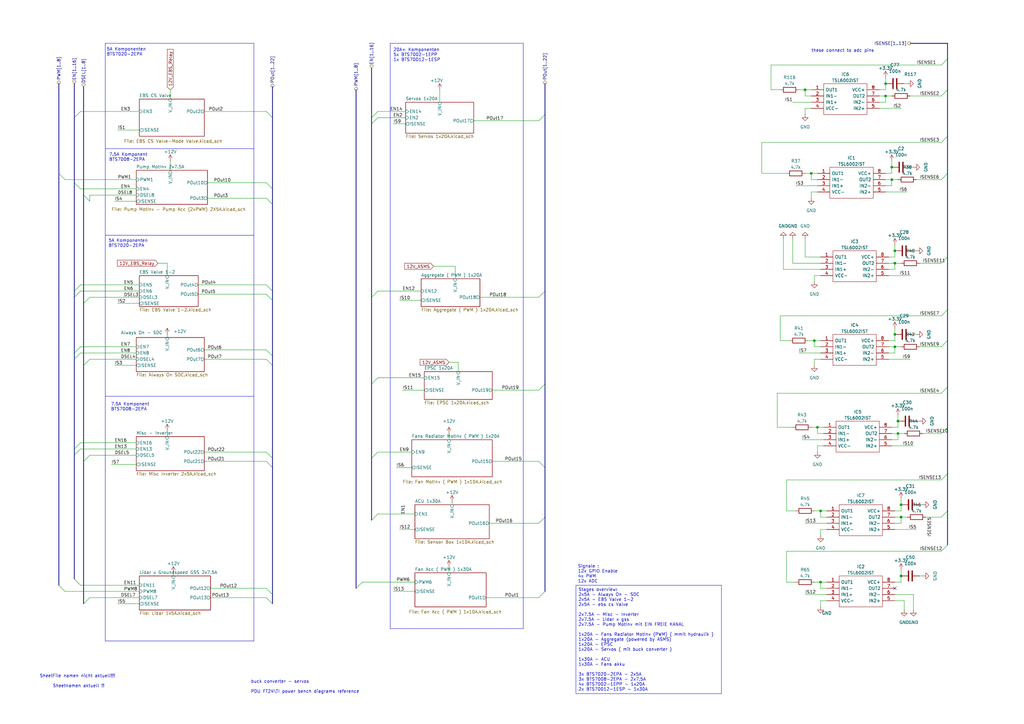
<source format=kicad_sch>
(kicad_sch
	(version 20231120)
	(generator "eeschema")
	(generator_version "8.0")
	(uuid "f9508d04-f0d9-44df-bba1-227f69e02477")
	(paper "A3")
	(title_block
		(title "PDU FT24")
		(company "Nived Jayaprakash Nambiar ")
		(comment 1 "FasTTUBe Electronics")
	)
	(lib_symbols
		(symbol "Device:C"
			(pin_numbers hide)
			(pin_names
				(offset 0.254)
			)
			(exclude_from_sim no)
			(in_bom yes)
			(on_board yes)
			(property "Reference" "C"
				(at 0.635 2.54 0)
				(effects
					(font
						(size 1.27 1.27)
					)
					(justify left)
				)
			)
			(property "Value" "C"
				(at 0.635 -2.54 0)
				(effects
					(font
						(size 1.27 1.27)
					)
					(justify left)
				)
			)
			(property "Footprint" ""
				(at 0.9652 -3.81 0)
				(effects
					(font
						(size 1.27 1.27)
					)
					(hide yes)
				)
			)
			(property "Datasheet" "~"
				(at 0 0 0)
				(effects
					(font
						(size 1.27 1.27)
					)
					(hide yes)
				)
			)
			(property "Description" "Unpolarized capacitor"
				(at 0 0 0)
				(effects
					(font
						(size 1.27 1.27)
					)
					(hide yes)
				)
			)
			(property "ki_keywords" "cap capacitor"
				(at 0 0 0)
				(effects
					(font
						(size 1.27 1.27)
					)
					(hide yes)
				)
			)
			(property "ki_fp_filters" "C_*"
				(at 0 0 0)
				(effects
					(font
						(size 1.27 1.27)
					)
					(hide yes)
				)
			)
			(symbol "C_0_1"
				(polyline
					(pts
						(xy -2.032 -0.762) (xy 2.032 -0.762)
					)
					(stroke
						(width 0.508)
						(type default)
					)
					(fill
						(type none)
					)
				)
				(polyline
					(pts
						(xy -2.032 0.762) (xy 2.032 0.762)
					)
					(stroke
						(width 0.508)
						(type default)
					)
					(fill
						(type none)
					)
				)
			)
			(symbol "C_1_1"
				(pin passive line
					(at 0 3.81 270)
					(length 2.794)
					(name "~"
						(effects
							(font
								(size 1.27 1.27)
							)
						)
					)
					(number "1"
						(effects
							(font
								(size 1.27 1.27)
							)
						)
					)
				)
				(pin passive line
					(at 0 -3.81 90)
					(length 2.794)
					(name "~"
						(effects
							(font
								(size 1.27 1.27)
							)
						)
					)
					(number "2"
						(effects
							(font
								(size 1.27 1.27)
							)
						)
					)
				)
			)
		)
		(symbol "Device:R"
			(pin_numbers hide)
			(pin_names
				(offset 0)
			)
			(exclude_from_sim no)
			(in_bom yes)
			(on_board yes)
			(property "Reference" "R"
				(at 2.032 0 90)
				(effects
					(font
						(size 1.27 1.27)
					)
				)
			)
			(property "Value" "R"
				(at 0 0 90)
				(effects
					(font
						(size 1.27 1.27)
					)
				)
			)
			(property "Footprint" ""
				(at -1.778 0 90)
				(effects
					(font
						(size 1.27 1.27)
					)
					(hide yes)
				)
			)
			(property "Datasheet" "~"
				(at 0 0 0)
				(effects
					(font
						(size 1.27 1.27)
					)
					(hide yes)
				)
			)
			(property "Description" "Resistor"
				(at 0 0 0)
				(effects
					(font
						(size 1.27 1.27)
					)
					(hide yes)
				)
			)
			(property "ki_keywords" "R res resistor"
				(at 0 0 0)
				(effects
					(font
						(size 1.27 1.27)
					)
					(hide yes)
				)
			)
			(property "ki_fp_filters" "R_*"
				(at 0 0 0)
				(effects
					(font
						(size 1.27 1.27)
					)
					(hide yes)
				)
			)
			(symbol "R_0_1"
				(rectangle
					(start -1.016 -2.54)
					(end 1.016 2.54)
					(stroke
						(width 0.254)
						(type default)
					)
					(fill
						(type none)
					)
				)
			)
			(symbol "R_1_1"
				(pin passive line
					(at 0 3.81 270)
					(length 1.27)
					(name "~"
						(effects
							(font
								(size 1.27 1.27)
							)
						)
					)
					(number "1"
						(effects
							(font
								(size 1.27 1.27)
							)
						)
					)
				)
				(pin passive line
					(at 0 -3.81 90)
					(length 1.27)
					(name "~"
						(effects
							(font
								(size 1.27 1.27)
							)
						)
					)
					(number "2"
						(effects
							(font
								(size 1.27 1.27)
							)
						)
					)
				)
			)
		)
		(symbol "TSL6002IST:TSL6002IST"
			(pin_names
				(offset 0.762)
			)
			(exclude_from_sim no)
			(in_bom yes)
			(on_board yes)
			(property "Reference" "IC"
				(at 24.13 7.62 0)
				(effects
					(font
						(size 1.27 1.27)
					)
					(justify left)
				)
			)
			(property "Value" "TSL6002IST"
				(at 24.13 5.08 0)
				(effects
					(font
						(size 1.27 1.27)
					)
					(justify left)
				)
			)
			(property "Footprint" "SOP65P490X110-8N"
				(at 24.13 2.54 0)
				(effects
					(font
						(size 1.27 1.27)
					)
					(justify left)
					(hide yes)
				)
			)
			(property "Datasheet" "https://www.st.com/resource/en/datasheet/tsl6001.pdf"
				(at 24.13 0 0)
				(effects
					(font
						(size 1.27 1.27)
					)
					(justify left)
					(hide yes)
				)
			)
			(property "Description" "Low-power, 1MHz, rail-to-rail, 5V cost-effective Op amp"
				(at 24.13 -2.54 0)
				(effects
					(font
						(size 1.27 1.27)
					)
					(justify left)
					(hide yes)
				)
			)
			(property "Height" "1.1"
				(at 24.13 -5.08 0)
				(effects
					(font
						(size 1.27 1.27)
					)
					(justify left)
					(hide yes)
				)
			)
			(property "Mouser Part Number" ""
				(at 24.13 -7.62 0)
				(effects
					(font
						(size 1.27 1.27)
					)
					(justify left)
					(hide yes)
				)
			)
			(property "Mouser Price/Stock" ""
				(at 24.13 -10.16 0)
				(effects
					(font
						(size 1.27 1.27)
					)
					(justify left)
					(hide yes)
				)
			)
			(property "Manufacturer_Name" "STMicroelectronics"
				(at 24.13 -12.7 0)
				(effects
					(font
						(size 1.27 1.27)
					)
					(justify left)
					(hide yes)
				)
			)
			(property "Manufacturer_Part_Number" "TSL6002IST"
				(at 24.13 -15.24 0)
				(effects
					(font
						(size 1.27 1.27)
					)
					(justify left)
					(hide yes)
				)
			)
			(symbol "TSL6002IST_0_0"
				(pin passive line
					(at 0 0 0)
					(length 5.08)
					(name "OUT1"
						(effects
							(font
								(size 1.27 1.27)
							)
						)
					)
					(number "1"
						(effects
							(font
								(size 1.27 1.27)
							)
						)
					)
				)
				(pin passive line
					(at 0 -2.54 0)
					(length 5.08)
					(name "IN1-"
						(effects
							(font
								(size 1.27 1.27)
							)
						)
					)
					(number "2"
						(effects
							(font
								(size 1.27 1.27)
							)
						)
					)
				)
				(pin passive line
					(at 0 -5.08 0)
					(length 5.08)
					(name "IN1+"
						(effects
							(font
								(size 1.27 1.27)
							)
						)
					)
					(number "3"
						(effects
							(font
								(size 1.27 1.27)
							)
						)
					)
				)
				(pin passive line
					(at 0 -7.62 0)
					(length 5.08)
					(name "VCC-"
						(effects
							(font
								(size 1.27 1.27)
							)
						)
					)
					(number "4"
						(effects
							(font
								(size 1.27 1.27)
							)
						)
					)
				)
				(pin passive line
					(at 27.94 -7.62 180)
					(length 5.08)
					(name "IN2+"
						(effects
							(font
								(size 1.27 1.27)
							)
						)
					)
					(number "5"
						(effects
							(font
								(size 1.27 1.27)
							)
						)
					)
				)
				(pin passive line
					(at 27.94 -5.08 180)
					(length 5.08)
					(name "IN2-"
						(effects
							(font
								(size 1.27 1.27)
							)
						)
					)
					(number "6"
						(effects
							(font
								(size 1.27 1.27)
							)
						)
					)
				)
				(pin passive line
					(at 27.94 -2.54 180)
					(length 5.08)
					(name "OUT2"
						(effects
							(font
								(size 1.27 1.27)
							)
						)
					)
					(number "7"
						(effects
							(font
								(size 1.27 1.27)
							)
						)
					)
				)
				(pin passive line
					(at 27.94 0 180)
					(length 5.08)
					(name "VCC+"
						(effects
							(font
								(size 1.27 1.27)
							)
						)
					)
					(number "8"
						(effects
							(font
								(size 1.27 1.27)
							)
						)
					)
				)
			)
			(symbol "TSL6002IST_0_1"
				(polyline
					(pts
						(xy 5.08 2.54) (xy 22.86 2.54) (xy 22.86 -10.16) (xy 5.08 -10.16) (xy 5.08 2.54)
					)
					(stroke
						(width 0.1524)
						(type solid)
					)
					(fill
						(type none)
					)
				)
			)
		)
		(symbol "power:+12V"
			(power)
			(pin_names
				(offset 0)
			)
			(exclude_from_sim no)
			(in_bom yes)
			(on_board yes)
			(property "Reference" "#PWR"
				(at 0 -3.81 0)
				(effects
					(font
						(size 1.27 1.27)
					)
					(hide yes)
				)
			)
			(property "Value" "+12V"
				(at 0 3.556 0)
				(effects
					(font
						(size 1.27 1.27)
					)
				)
			)
			(property "Footprint" ""
				(at 0 0 0)
				(effects
					(font
						(size 1.27 1.27)
					)
					(hide yes)
				)
			)
			(property "Datasheet" ""
				(at 0 0 0)
				(effects
					(font
						(size 1.27 1.27)
					)
					(hide yes)
				)
			)
			(property "Description" "Power symbol creates a global label with name \"+12V\""
				(at 0 0 0)
				(effects
					(font
						(size 1.27 1.27)
					)
					(hide yes)
				)
			)
			(property "ki_keywords" "global power"
				(at 0 0 0)
				(effects
					(font
						(size 1.27 1.27)
					)
					(hide yes)
				)
			)
			(symbol "+12V_0_1"
				(polyline
					(pts
						(xy -0.762 1.27) (xy 0 2.54)
					)
					(stroke
						(width 0)
						(type default)
					)
					(fill
						(type none)
					)
				)
				(polyline
					(pts
						(xy 0 0) (xy 0 2.54)
					)
					(stroke
						(width 0)
						(type default)
					)
					(fill
						(type none)
					)
				)
				(polyline
					(pts
						(xy 0 2.54) (xy 0.762 1.27)
					)
					(stroke
						(width 0)
						(type default)
					)
					(fill
						(type none)
					)
				)
			)
			(symbol "+12V_1_1"
				(pin power_in line
					(at 0 0 90)
					(length 0) hide
					(name "+12V"
						(effects
							(font
								(size 1.27 1.27)
							)
						)
					)
					(number "1"
						(effects
							(font
								(size 1.27 1.27)
							)
						)
					)
				)
			)
		)
		(symbol "power:+3.3V"
			(power)
			(pin_names
				(offset 0)
			)
			(exclude_from_sim no)
			(in_bom yes)
			(on_board yes)
			(property "Reference" "#PWR"
				(at 0 -3.81 0)
				(effects
					(font
						(size 1.27 1.27)
					)
					(hide yes)
				)
			)
			(property "Value" "+3.3V"
				(at 0 3.556 0)
				(effects
					(font
						(size 1.27 1.27)
					)
				)
			)
			(property "Footprint" ""
				(at 0 0 0)
				(effects
					(font
						(size 1.27 1.27)
					)
					(hide yes)
				)
			)
			(property "Datasheet" ""
				(at 0 0 0)
				(effects
					(font
						(size 1.27 1.27)
					)
					(hide yes)
				)
			)
			(property "Description" "Power symbol creates a global label with name \"+3.3V\""
				(at 0 0 0)
				(effects
					(font
						(size 1.27 1.27)
					)
					(hide yes)
				)
			)
			(property "ki_keywords" "global power"
				(at 0 0 0)
				(effects
					(font
						(size 1.27 1.27)
					)
					(hide yes)
				)
			)
			(symbol "+3.3V_0_1"
				(polyline
					(pts
						(xy -0.762 1.27) (xy 0 2.54)
					)
					(stroke
						(width 0)
						(type default)
					)
					(fill
						(type none)
					)
				)
				(polyline
					(pts
						(xy 0 0) (xy 0 2.54)
					)
					(stroke
						(width 0)
						(type default)
					)
					(fill
						(type none)
					)
				)
				(polyline
					(pts
						(xy 0 2.54) (xy 0.762 1.27)
					)
					(stroke
						(width 0)
						(type default)
					)
					(fill
						(type none)
					)
				)
			)
			(symbol "+3.3V_1_1"
				(pin power_in line
					(at 0 0 90)
					(length 0) hide
					(name "+3.3V"
						(effects
							(font
								(size 1.27 1.27)
							)
						)
					)
					(number "1"
						(effects
							(font
								(size 1.27 1.27)
							)
						)
					)
				)
			)
		)
		(symbol "power:GND"
			(power)
			(pin_names
				(offset 0)
			)
			(exclude_from_sim no)
			(in_bom yes)
			(on_board yes)
			(property "Reference" "#PWR"
				(at 0 -6.35 0)
				(effects
					(font
						(size 1.27 1.27)
					)
					(hide yes)
				)
			)
			(property "Value" "GND"
				(at 0 -3.81 0)
				(effects
					(font
						(size 1.27 1.27)
					)
				)
			)
			(property "Footprint" ""
				(at 0 0 0)
				(effects
					(font
						(size 1.27 1.27)
					)
					(hide yes)
				)
			)
			(property "Datasheet" ""
				(at 0 0 0)
				(effects
					(font
						(size 1.27 1.27)
					)
					(hide yes)
				)
			)
			(property "Description" "Power symbol creates a global label with name \"GND\" , ground"
				(at 0 0 0)
				(effects
					(font
						(size 1.27 1.27)
					)
					(hide yes)
				)
			)
			(property "ki_keywords" "global power"
				(at 0 0 0)
				(effects
					(font
						(size 1.27 1.27)
					)
					(hide yes)
				)
			)
			(symbol "GND_0_1"
				(polyline
					(pts
						(xy 0 0) (xy 0 -1.27) (xy 1.27 -1.27) (xy 0 -2.54) (xy -1.27 -1.27) (xy 0 -1.27)
					)
					(stroke
						(width 0)
						(type default)
					)
					(fill
						(type none)
					)
				)
			)
			(symbol "GND_1_1"
				(pin power_in line
					(at 0 0 270)
					(length 0) hide
					(name "GND"
						(effects
							(font
								(size 1.27 1.27)
							)
						)
					)
					(number "1"
						(effects
							(font
								(size 1.27 1.27)
							)
						)
					)
				)
			)
		)
	)
	(junction
		(at 368.3 177.8)
		(diameter 0)
		(color 0 0 0 0)
		(uuid "00b7d7f0-d2c7-4152-bf92-6525948b83ba")
	)
	(junction
		(at 367.03 102.87)
		(diameter 0)
		(color 0 0 0 0)
		(uuid "09e10787-6c44-4848-a6fd-0dcaac8502ea")
	)
	(junction
		(at 367.03 107.95)
		(diameter 0)
		(color 0 0 0 0)
		(uuid "13b9f1e8-b8b6-4ac7-af8f-fc7972f3b9aa")
	)
	(junction
		(at 336.55 238.76)
		(diameter 0)
		(color 0 0 0 0)
		(uuid "1f67c5ea-d415-4693-aebd-f0cb0321eaa4")
	)
	(junction
		(at 332.74 71.12)
		(diameter 0)
		(color 0 0 0 0)
		(uuid "2e4ad25c-b3fb-49f5-96c5-1eb9c0d91bd0")
	)
	(junction
		(at 365.76 68.58)
		(diameter 0)
		(color 0 0 0 0)
		(uuid "3c47964e-2d8c-4eae-894a-99fa67a85082")
	)
	(junction
		(at 336.55 209.55)
		(diameter 0)
		(color 0 0 0 0)
		(uuid "6f174b4c-0184-4a18-a741-5bd3ffed5c03")
	)
	(junction
		(at 369.57 207.01)
		(diameter 0)
		(color 0 0 0 0)
		(uuid "6fe84b2a-ef28-48fd-9bad-8e14fdb93166")
	)
	(junction
		(at 368.3 172.72)
		(diameter 0)
		(color 0 0 0 0)
		(uuid "7024711a-c107-4b60-85e3-1681dbfa2d61")
	)
	(junction
		(at 369.57 236.22)
		(diameter 0)
		(color 0 0 0 0)
		(uuid "755c09f5-69d3-4bd2-847d-540100a984f9")
	)
	(junction
		(at 367.03 137.16)
		(diameter 0)
		(color 0 0 0 0)
		(uuid "8bcab558-ae9a-499d-89dd-25d722939c92")
	)
	(junction
		(at 335.28 175.26)
		(diameter 0)
		(color 0 0 0 0)
		(uuid "99a9b809-95f2-40c5-bbf9-9354819cbe61")
	)
	(junction
		(at 367.03 142.24)
		(diameter 0)
		(color 0 0 0 0)
		(uuid "9cede837-d684-4742-ab7b-e1ce39631029")
	)
	(junction
		(at 334.01 139.7)
		(diameter 0)
		(color 0 0 0 0)
		(uuid "a528399c-19dd-4c1c-b8f2-a1fea65f1126")
	)
	(junction
		(at 363.22 34.29)
		(diameter 0)
		(color 0 0 0 0)
		(uuid "a7d9cb57-7804-4a69-b1b9-ba72894361a3")
	)
	(junction
		(at 330.2 36.83)
		(diameter 0)
		(color 0 0 0 0)
		(uuid "ae03ffea-12b4-4e6a-9435-9eace6a355b8")
	)
	(junction
		(at 369.57 212.09)
		(diameter 0)
		(color 0 0 0 0)
		(uuid "b9841da6-961a-48d2-8e5e-f8837fd35351")
	)
	(junction
		(at 365.76 73.66)
		(diameter 0)
		(color 0 0 0 0)
		(uuid "f479a3cf-a08f-4675-8caf-63e2c2f4187a")
	)
	(junction
		(at 363.22 39.37)
		(diameter 0)
		(color 0 0 0 0)
		(uuid "fe4c140a-7395-4f2f-b6da-3ee9274ca3b9")
	)
	(no_connect
		(at 367.03 241.3)
		(uuid "3292533f-b38c-4e4a-9399-2014a1899868")
	)
	(bus_entry
		(at 220.98 121.92)
		(size 2.54 -2.54)
		(stroke
			(width 0)
			(type default)
		)
		(uuid "0d433e94-b8a7-48f2-8703-504cff8814dd")
	)
	(bus_entry
		(at 111.76 77.47)
		(size -2.54 -2.54)
		(stroke
			(width 0)
			(type default)
		)
		(uuid "11d8a2fa-d932-47f1-95ae-888dda705124")
	)
	(bus_entry
		(at 30.48 147.32)
		(size 2.54 -2.54)
		(stroke
			(width 0)
			(type default)
		)
		(uuid "162401c5-d872-4d0e-92f0-b0faa1535c39")
	)
	(bus_entry
		(at 386.08 226.06)
		(size 2.54 -2.54)
		(stroke
			(width 0)
			(type default)
		)
		(uuid "1abb5477-f943-4730-b3af-46769ed1f629")
	)
	(bus_entry
		(at 386.08 73.66)
		(size 2.54 -2.54)
		(stroke
			(width 0)
			(type default)
		)
		(uuid "29d1bb47-0b5f-4de7-8c72-bd685522d0c3")
	)
	(bus_entry
		(at 386.08 161.29)
		(size 2.54 -2.54)
		(stroke
			(width 0)
			(type default)
		)
		(uuid "2f72c046-9f7f-431d-8d1c-cae8d4f544e9")
	)
	(bus_entry
		(at 154.94 154.94)
		(size -2.54 2.54)
		(stroke
			(width 0)
			(type default)
		)
		(uuid "3a90de16-4175-4ab2-a2dd-c1f4c02c7b3e")
	)
	(bus_entry
		(at 386.08 129.54)
		(size 2.54 -2.54)
		(stroke
			(width 0)
			(type default)
		)
		(uuid "3da768a4-83e9-4c40-82c3-ce0645ac3eed")
	)
	(bus_entry
		(at 154.94 45.72)
		(size -2.54 2.54)
		(stroke
			(width 0)
			(type default)
		)
		(uuid "3f4aa0f4-5d87-4e10-99ed-b36b08005907")
	)
	(bus_entry
		(at 30.48 48.26)
		(size 2.54 -2.54)
		(stroke
			(width 0)
			(type default)
		)
		(uuid "433a15ed-e07c-4b20-a3b5-2b001c4dc922")
	)
	(bus_entry
		(at 220.98 214.63)
		(size 2.54 -2.54)
		(stroke
			(width 0)
			(type default)
		)
		(uuid "59435a33-68df-4d81-889a-1440b0a35ea4")
	)
	(bus_entry
		(at 111.76 123.19)
		(size -2.54 -2.54)
		(stroke
			(width 0)
			(type default)
		)
		(uuid "59e4d84a-a4ee-4a02-96b0-ae2ff15e17b9")
	)
	(bus_entry
		(at 109.22 189.23)
		(size 2.54 2.54)
		(stroke
			(width 0)
			(type default)
		)
		(uuid "5caad25b-40a3-4bd2-8092-fd54c756b5c1")
	)
	(bus_entry
		(at 386.08 39.37)
		(size 2.54 -2.54)
		(stroke
			(width 0)
			(type default)
		)
		(uuid "63b27a74-b83b-4c80-9fad-003cecf32888")
	)
	(bus_entry
		(at 30.48 74.93)
		(size 2.54 2.54)
		(stroke
			(width 0)
			(type default)
		)
		(uuid "6855c507-5382-4a89-8b0b-1609c9e87c09")
	)
	(bus_entry
		(at 386.08 196.85)
		(size 2.54 -2.54)
		(stroke
			(width 0)
			(type default)
		)
		(uuid "68a582c0-e4d2-4c7f-883e-3df42a43e32c")
	)
	(bus_entry
		(at 154.94 210.82)
		(size -2.54 2.54)
		(stroke
			(width 0)
			(type default)
		)
		(uuid "69793ecc-bd21-4634-990a-88ad9b56cda6")
	)
	(bus_entry
		(at 154.94 185.42)
		(size -2.54 2.54)
		(stroke
			(width 0)
			(type default)
		)
		(uuid "6994d442-15b5-4059-8813-4cecd7ac63e3")
	)
	(bus_entry
		(at 34.29 189.23)
		(size 2.54 -2.54)
		(stroke
			(width 0)
			(type default)
		)
		(uuid "6da1ba0e-3052-487e-bdbf-51524536c1d4")
	)
	(bus_entry
		(at 24.13 240.03)
		(size 2.54 2.54)
		(stroke
			(width 0)
			(type default)
		)
		(uuid "7bd246f4-3031-416d-a5ff-2d34e8c6a14a")
	)
	(bus_entry
		(at 220.98 189.23)
		(size 2.54 2.54)
		(stroke
			(width 0)
			(type default)
		)
		(uuid "81c36ca5-c7e4-4ba8-9c5a-3ce7c6933ca5")
	)
	(bus_entry
		(at 154.94 119.38)
		(size -2.54 2.54)
		(stroke
			(width 0)
			(type default)
		)
		(uuid "85b22cb3-2dbb-419f-93d5-addf037ba44e")
	)
	(bus_entry
		(at 111.76 48.26)
		(size -2.54 -2.54)
		(stroke
			(width 0)
			(type default)
		)
		(uuid "8676e65a-134f-4b27-8a28-adb0d7a1bda0")
	)
	(bus_entry
		(at 26.67 73.66)
		(size -2.54 -2.54)
		(stroke
			(width 0)
			(type default)
		)
		(uuid "86a3add9-29b7-4d96-965a-37b39e3ce678")
	)
	(bus_entry
		(at 386.08 107.95)
		(size 2.54 -2.54)
		(stroke
			(width 0)
			(type default)
		)
		(uuid "8f645f7c-735e-4e20-badc-3b14796effc4")
	)
	(bus_entry
		(at 386.08 142.24)
		(size 2.54 -2.54)
		(stroke
			(width 0)
			(type default)
		)
		(uuid "90828d57-5c3b-4e02-a1c7-30eaa6541605")
	)
	(bus_entry
		(at 148.59 238.76)
		(size -2.54 2.54)
		(stroke
			(width 0)
			(type default)
		)
		(uuid "996f4147-02e0-471a-8cb0-10dd37305c8e")
	)
	(bus_entry
		(at 34.29 124.46)
		(size 2.54 -2.54)
		(stroke
			(width 0)
			(type default)
		)
		(uuid "9984c7e7-9439-4a32-9272-9a91c7ba7f40")
	)
	(bus_entry
		(at 34.29 80.01)
		(size 2.54 2.54)
		(stroke
			(width 0)
			(type default)
		)
		(uuid "a4c8ba1c-9591-4922-957d-6133075208f8")
	)
	(bus_entry
		(at 34.29 247.65)
		(size 2.54 -2.54)
		(stroke
			(width 0)
			(type default)
		)
		(uuid "a7aaaaf4-a253-40e2-a96c-935b047df277")
	)
	(bus_entry
		(at 386.08 177.8)
		(size 2.54 -2.54)
		(stroke
			(width 0)
			(type default)
		)
		(uuid "ac2a931c-faac-465c-bda1-822f03d7e3ec")
	)
	(bus_entry
		(at 109.22 81.28)
		(size 2.54 2.54)
		(stroke
			(width 0)
			(type default)
		)
		(uuid "ad2e1393-0939-4daa-8f82-467906a5acd1")
	)
	(bus_entry
		(at 30.48 186.69)
		(size 2.54 -2.54)
		(stroke
			(width 0)
			(type default)
		)
		(uuid "ad8e2f0e-0f14-4fe0-bd4f-67b09ff9e88c")
	)
	(bus_entry
		(at 386.08 58.42)
		(size 2.54 -2.54)
		(stroke
			(width 0)
			(type default)
		)
		(uuid "ae52a6c2-8ca9-40c0-a9e6-1999c05f5b5a")
	)
	(bus_entry
		(at 220.98 49.53)
		(size 2.54 -2.54)
		(stroke
			(width 0)
			(type default)
		)
		(uuid "b2795a8c-33ea-430b-b3f9-186bf8e8d292")
	)
	(bus_entry
		(at 109.22 185.42)
		(size 2.54 2.54)
		(stroke
			(width 0)
			(type default)
		)
		(uuid "b8f2cff0-ceeb-4bf7-acd8-37eb36090ed0")
	)
	(bus_entry
		(at 111.76 119.38)
		(size -2.54 -2.54)
		(stroke
			(width 0)
			(type default)
		)
		(uuid "bc3a9735-da34-4e20-9c6b-63fe4622b27c")
	)
	(bus_entry
		(at 111.76 146.05)
		(size -2.54 -2.54)
		(stroke
			(width 0)
			(type default)
		)
		(uuid "bf872ccd-1e0a-4a89-a595-9ffe45c4cc91")
	)
	(bus_entry
		(at 111.76 149.86)
		(size -2.54 -2.54)
		(stroke
			(width 0)
			(type default)
		)
		(uuid "c800aac9-5e9d-4369-b339-39762e2648c4")
	)
	(bus_entry
		(at 34.29 149.86)
		(size 2.54 -2.54)
		(stroke
			(width 0)
			(type default)
		)
		(uuid "cdf2bbdc-6894-4878-8d16-05fb3577b0a6")
	)
	(bus_entry
		(at 220.98 160.02)
		(size 2.54 -2.54)
		(stroke
			(width 0)
			(type default)
		)
		(uuid "d6d113c3-3a3f-401e-b39a-bf53bc6f4bd5")
	)
	(bus_entry
		(at 386.08 26.67)
		(size 2.54 -2.54)
		(stroke
			(width 0)
			(type default)
		)
		(uuid "d89def99-675c-433b-803a-b535358e809a")
	)
	(bus_entry
		(at 111.76 247.65)
		(size -2.54 -2.54)
		(stroke
			(width 0)
			(type default)
		)
		(uuid "d9de2224-fa41-4ea0-9130-8a20462702a9")
	)
	(bus_entry
		(at 30.48 119.38)
		(size 2.54 -2.54)
		(stroke
			(width 0)
			(type default)
		)
		(uuid "ec2050b1-9bbf-45fe-b157-3f1545b681b4")
	)
	(bus_entry
		(at 30.48 144.78)
		(size 2.54 -2.54)
		(stroke
			(width 0)
			(type default)
		)
		(uuid "ec49cea3-60e4-429a-9da9-adac224f4256")
	)
	(bus_entry
		(at 30.48 121.92)
		(size 2.54 -2.54)
		(stroke
			(width 0)
			(type default)
		)
		(uuid "eccb2f8c-d5b7-4b2b-a160-12a473f9fc26")
	)
	(bus_entry
		(at 220.98 245.11)
		(size 2.54 -2.54)
		(stroke
			(width 0)
			(type default)
		)
		(uuid "ed2db722-f297-414b-930d-7c5881624883")
	)
	(bus_entry
		(at 386.08 212.09)
		(size 2.54 -2.54)
		(stroke
			(width 0)
			(type default)
		)
		(uuid "ed4681e5-04ec-41aa-9618-21f4fe190c66")
	)
	(bus_entry
		(at 154.94 48.26)
		(size -2.54 2.54)
		(stroke
			(width 0)
			(type default)
		)
		(uuid "eee4e20b-5e92-4dfe-a4bc-0e948eb56a38")
	)
	(bus_entry
		(at 33.02 181.61)
		(size -2.54 2.54)
		(stroke
			(width 0)
			(type default)
		)
		(uuid "f42bf88c-353d-46b5-8a46-829faa6c7f3f")
	)
	(bus_entry
		(at 30.48 237.49)
		(size 2.54 2.54)
		(stroke
			(width 0)
			(type default)
		)
		(uuid "fae6b7cb-c57c-4f9a-97f2-338c682e17c6")
	)
	(bus_entry
		(at 111.76 243.84)
		(size -2.54 -2.54)
		(stroke
			(width 0)
			(type default)
		)
		(uuid "fc7fe05f-78e8-4ae6-99ab-801cadc163a0")
	)
	(wire
		(pts
			(xy 36.83 245.11) (xy 57.15 245.11)
		)
		(stroke
			(width 0)
			(type default)
		)
		(uuid "05d79f93-1302-4ab5-a6ef-76735ccf639f")
	)
	(wire
		(pts
			(xy 83.82 45.72) (xy 109.22 45.72)
		)
		(stroke
			(width 0)
			(type default)
		)
		(uuid "073a106c-7fc9-4b17-8fd4-203d704ec65f")
	)
	(bus
		(pts
			(xy 146.05 36.83) (xy 146.05 241.3)
		)
		(stroke
			(width 0)
			(type default)
		)
		(uuid "077d4593-b068-4123-853f-777841e878bd")
	)
	(wire
		(pts
			(xy 336.55 110.49) (xy 321.31 110.49)
		)
		(stroke
			(width 0)
			(type default)
		)
		(uuid "0a40f41e-10c3-4ee7-af6b-e41ad31c0453")
	)
	(bus
		(pts
			(xy 388.62 71.12) (xy 388.62 105.41)
		)
		(stroke
			(width 0)
			(type default)
		)
		(uuid "0aa787ac-a75b-43c5-ac63-d7bd4420ff20")
	)
	(wire
		(pts
			(xy 322.58 238.76) (xy 322.58 226.06)
		)
		(stroke
			(width 0)
			(type default)
		)
		(uuid "0aca2987-a2b0-4d9c-9840-0a2c77c08c5d")
	)
	(wire
		(pts
			(xy 368.3 170.18) (xy 368.3 172.72)
		)
		(stroke
			(width 0)
			(type default)
		)
		(uuid "0b966ddc-9e55-4610-b716-fc8e7b471a5e")
	)
	(wire
		(pts
			(xy 373.38 68.58) (xy 374.65 68.58)
		)
		(stroke
			(width 0)
			(type default)
		)
		(uuid "0c71ba44-b0cf-445a-b841-a55b352e22c8")
	)
	(wire
		(pts
			(xy 368.3 172.72) (xy 368.3 175.26)
		)
		(stroke
			(width 0)
			(type default)
		)
		(uuid "0d29d5ca-fb7d-4e16-9685-2e24a1e27c85")
	)
	(bus
		(pts
			(xy 388.62 17.78) (xy 388.62 24.13)
		)
		(stroke
			(width 0)
			(type default)
		)
		(uuid "0daf5217-733b-434b-bfcf-2db5fa75d265")
	)
	(wire
		(pts
			(xy 335.28 78.74) (xy 332.74 78.74)
		)
		(stroke
			(width 0)
			(type default)
		)
		(uuid "0debb652-d3a4-4bb8-bd8c-2ba1e5c7641f")
	)
	(wire
		(pts
			(xy 320.04 139.7) (xy 320.04 129.54)
		)
		(stroke
			(width 0)
			(type default)
		)
		(uuid "0e89e1b0-c606-476c-b75a-58847bef88ba")
	)
	(wire
		(pts
			(xy 332.74 71.12) (xy 335.28 71.12)
		)
		(stroke
			(width 0)
			(type default)
		)
		(uuid "0f899060-e669-442a-8d80-7c0eb7168172")
	)
	(wire
		(pts
			(xy 374.65 243.84) (xy 374.65 250.19)
		)
		(stroke
			(width 0)
			(type default)
		)
		(uuid "1000f3a5-2e4f-4d87-ba39-91a8cb3f447b")
	)
	(wire
		(pts
			(xy 339.09 246.38) (xy 336.55 246.38)
		)
		(stroke
			(width 0)
			(type default)
		)
		(uuid "10b1b69c-171d-45b4-afa7-d307fc64d3ff")
	)
	(wire
		(pts
			(xy 377.19 107.95) (xy 386.08 107.95)
		)
		(stroke
			(width 0)
			(type default)
		)
		(uuid "10f59126-7a4f-4022-bf75-dabff7ef938d")
	)
	(wire
		(pts
			(xy 378.46 177.8) (xy 386.08 177.8)
		)
		(stroke
			(width 0)
			(type default)
		)
		(uuid "12b3926e-e573-45a6-9307-24480813f60d")
	)
	(wire
		(pts
			(xy 154.94 119.38) (xy 172.72 119.38)
		)
		(stroke
			(width 0)
			(type default)
		)
		(uuid "16333a50-ce3f-431c-8b9f-1b25db7b8d4f")
	)
	(wire
		(pts
			(xy 336.55 209.55) (xy 339.09 209.55)
		)
		(stroke
			(width 0)
			(type default)
		)
		(uuid "1683ece4-f505-4358-8261-d0d3b8e3209c")
	)
	(wire
		(pts
			(xy 323.85 139.7) (xy 320.04 139.7)
		)
		(stroke
			(width 0)
			(type default)
		)
		(uuid "16d323f0-83f4-434c-afdc-c692368d86c9")
	)
	(bus
		(pts
			(xy 111.76 119.38) (xy 111.76 123.19)
		)
		(stroke
			(width 0)
			(type default)
		)
		(uuid "177387ca-31e9-4de2-9db7-82a689d9322e")
	)
	(bus
		(pts
			(xy 388.62 55.88) (xy 388.62 71.12)
		)
		(stroke
			(width 0)
			(type default)
		)
		(uuid "18152e27-42ea-4507-b250-79bd18dd9ea1")
	)
	(wire
		(pts
			(xy 320.04 129.54) (xy 386.08 129.54)
		)
		(stroke
			(width 0)
			(type default)
		)
		(uuid "185b6af4-cf9f-4281-8124-bc47bbb4933e")
	)
	(wire
		(pts
			(xy 326.39 76.2) (xy 335.28 76.2)
		)
		(stroke
			(width 0)
			(type default)
		)
		(uuid "198b3589-f82f-48c5-a3ee-380cd5249780")
	)
	(wire
		(pts
			(xy 330.2 71.12) (xy 332.74 71.12)
		)
		(stroke
			(width 0)
			(type default)
		)
		(uuid "1a7d4e66-0171-4906-b0b0-8299e7aa9225")
	)
	(wire
		(pts
			(xy 367.03 134.62) (xy 367.03 137.16)
		)
		(stroke
			(width 0)
			(type default)
		)
		(uuid "1bf16a21-6730-40c6-8361-0e6c4828c675")
	)
	(wire
		(pts
			(xy 374.65 182.88) (xy 365.76 182.88)
		)
		(stroke
			(width 0)
			(type default)
		)
		(uuid "1dcda6a9-6b17-4e7e-a060-a92677317583")
	)
	(wire
		(pts
			(xy 334.01 142.24) (xy 334.01 139.7)
		)
		(stroke
			(width 0)
			(type default)
		)
		(uuid "1e0b76a7-daba-4f1e-b64b-7abcc82c2eaa")
	)
	(wire
		(pts
			(xy 367.03 107.95) (xy 364.49 107.95)
		)
		(stroke
			(width 0)
			(type default)
		)
		(uuid "20361dd9-97e8-4f72-89f5-32fd3bca0977")
	)
	(wire
		(pts
			(xy 367.03 243.84) (xy 374.65 243.84)
		)
		(stroke
			(width 0)
			(type default)
		)
		(uuid "211f2f3f-396c-4f18-bee0-6b1e78629c43")
	)
	(wire
		(pts
			(xy 46.99 82.55) (xy 55.88 82.55)
		)
		(stroke
			(width 0)
			(type default)
		)
		(uuid "22b446f8-3122-4a99-9414-71a59dd9fa70")
	)
	(wire
		(pts
			(xy 200.66 214.63) (xy 220.98 214.63)
		)
		(stroke
			(width 0)
			(type default)
		)
		(uuid "24d6c58b-dd80-4260-ac06-60c6a277f6a1")
	)
	(wire
		(pts
			(xy 332.74 39.37) (xy 330.2 39.37)
		)
		(stroke
			(width 0)
			(type default)
		)
		(uuid "2544a7d4-cf8b-411e-b475-41f6f50f0be3")
	)
	(wire
		(pts
			(xy 330.2 214.63) (xy 339.09 214.63)
		)
		(stroke
			(width 0)
			(type default)
		)
		(uuid "25f8a7dd-1622-49db-b191-bb4d909340dd")
	)
	(bus
		(pts
			(xy 111.76 146.05) (xy 111.76 123.19)
		)
		(stroke
			(width 0)
			(type default)
		)
		(uuid "27b545e1-7cc3-4bd4-b527-ac640754889c")
	)
	(bus
		(pts
			(xy 388.62 194.31) (xy 388.62 209.55)
		)
		(stroke
			(width 0)
			(type default)
		)
		(uuid "2826327a-3281-4faf-bf05-1ec1519f2106")
	)
	(wire
		(pts
			(xy 369.57 207.01) (xy 369.57 209.55)
		)
		(stroke
			(width 0)
			(type default)
		)
		(uuid "28741652-d491-4879-9caf-f52fe23ccdf0")
	)
	(wire
		(pts
			(xy 318.77 161.29) (xy 386.08 161.29)
		)
		(stroke
			(width 0)
			(type default)
		)
		(uuid "28de2e82-26b7-4981-a24e-c6bfe889a8d3")
	)
	(bus
		(pts
			(xy 152.4 50.8) (xy 152.4 121.92)
		)
		(stroke
			(width 0)
			(type default)
		)
		(uuid "2a5b6b28-6b75-4367-ae70-f1bca6beeace")
	)
	(polyline
		(pts
			(xy 43.18 96.52) (xy 104.14 96.52)
		)
		(stroke
			(width 0)
			(type default)
		)
		(uuid "2ac43e0b-e86e-4d15-b46d-cd4d17873549")
	)
	(wire
		(pts
			(xy 334.01 139.7) (xy 336.55 139.7)
		)
		(stroke
			(width 0)
			(type default)
		)
		(uuid "2b68ae33-5a04-42ec-b060-0ee48d33f991")
	)
	(wire
		(pts
			(xy 185.42 207.01) (xy 185.42 205.74)
		)
		(stroke
			(width 0)
			(type default)
		)
		(uuid "2de27845-3b99-454c-bd78-5441240e2e80")
	)
	(wire
		(pts
			(xy 364.49 144.78) (xy 367.03 144.78)
		)
		(stroke
			(width 0)
			(type default)
		)
		(uuid "2ea073e4-dcf5-4956-b80c-10cb0b06e917")
	)
	(wire
		(pts
			(xy 86.36 241.3) (xy 109.22 241.3)
		)
		(stroke
			(width 0)
			(type default)
		)
		(uuid "2eaa78e2-2b70-431e-a697-3924af5401ac")
	)
	(wire
		(pts
			(xy 33.02 240.03) (xy 57.15 240.03)
		)
		(stroke
			(width 0)
			(type default)
		)
		(uuid "305c250b-48a1-4023-b53e-49d5bed9cfa9")
	)
	(bus
		(pts
			(xy 30.48 186.69) (xy 30.48 237.49)
		)
		(stroke
			(width 0)
			(type default)
		)
		(uuid "30efa7cf-3326-4df8-aa98-96bca47ded29")
	)
	(wire
		(pts
			(xy 339.09 241.3) (xy 336.55 241.3)
		)
		(stroke
			(width 0)
			(type default)
		)
		(uuid "31b449e0-4425-421c-8b23-c5135d23ecf2")
	)
	(wire
		(pts
			(xy 367.03 238.76) (xy 369.57 238.76)
		)
		(stroke
			(width 0)
			(type default)
		)
		(uuid "346091f0-0361-4805-87c1-d7dc979712b0")
	)
	(wire
		(pts
			(xy 332.74 44.45) (xy 330.2 44.45)
		)
		(stroke
			(width 0)
			(type default)
		)
		(uuid "35676019-b6bb-4100-b30f-c60314b016f5")
	)
	(wire
		(pts
			(xy 316.23 36.83) (xy 316.23 26.67)
		)
		(stroke
			(width 0)
			(type default)
		)
		(uuid "3576985f-9ec1-4aac-8497-4822d5053ef3")
	)
	(wire
		(pts
			(xy 83.82 147.32) (xy 109.22 147.32)
		)
		(stroke
			(width 0)
			(type default)
		)
		(uuid "37b44aae-85a3-4449-91ea-c7cd266c39fc")
	)
	(wire
		(pts
			(xy 325.12 41.91) (xy 332.74 41.91)
		)
		(stroke
			(width 0)
			(type default)
		)
		(uuid "385d0037-83b3-400d-b88e-a5a14cfe5ba1")
	)
	(wire
		(pts
			(xy 332.74 78.74) (xy 332.74 81.28)
		)
		(stroke
			(width 0)
			(type default)
		)
		(uuid "3b545212-37f6-499d-bcba-63194527c254")
	)
	(wire
		(pts
			(xy 336.55 113.03) (xy 334.01 113.03)
		)
		(stroke
			(width 0)
			(type default)
		)
		(uuid "3c83fa58-c070-4df5-9b80-7798ef62b02f")
	)
	(wire
		(pts
			(xy 161.29 50.8) (xy 166.37 50.8)
		)
		(stroke
			(width 0)
			(type default)
		)
		(uuid "3fa4589c-d23f-42a4-a56d-f51f70584e92")
	)
	(wire
		(pts
			(xy 68.58 107.95) (xy 64.77 107.95)
		)
		(stroke
			(width 0)
			(type default)
		)
		(uuid "3fd53842-e058-43cb-9ffc-04852d6d85a4")
	)
	(wire
		(pts
			(xy 83.82 143.51) (xy 109.22 143.51)
		)
		(stroke
			(width 0)
			(type default)
		)
		(uuid "40b26b65-92ba-4d02-ab0e-235f2e1097b4")
	)
	(wire
		(pts
			(xy 201.93 189.23) (xy 220.98 189.23)
		)
		(stroke
			(width 0)
			(type default)
		)
		(uuid "40db513e-1310-40bb-acb6-7cfc07c0ff64")
	)
	(wire
		(pts
			(xy 330.2 36.83) (xy 332.74 36.83)
		)
		(stroke
			(width 0)
			(type default)
		)
		(uuid "4173ec11-27fe-48d7-a841-ce0f4b03e2ca")
	)
	(wire
		(pts
			(xy 48.26 247.65) (xy 57.15 247.65)
		)
		(stroke
			(width 0)
			(type default)
		)
		(uuid "421e5152-ef8a-4ffa-9e42-61f50d91e4d6")
	)
	(wire
		(pts
			(xy 321.31 97.79) (xy 321.31 110.49)
		)
		(stroke
			(width 0)
			(type default)
		)
		(uuid "4242bc40-e860-44b9-bea7-3a4bd2823af9")
	)
	(wire
		(pts
			(xy 322.58 196.85) (xy 386.08 196.85)
		)
		(stroke
			(width 0)
			(type default)
		)
		(uuid "42d0b825-92c5-42cb-9245-4354296af7d6")
	)
	(wire
		(pts
			(xy 367.03 142.24) (xy 364.49 142.24)
		)
		(stroke
			(width 0)
			(type default)
		)
		(uuid "4313f072-7d1d-4787-8811-4e74d3bfd1d9")
	)
	(wire
		(pts
			(xy 336.55 212.09) (xy 336.55 209.55)
		)
		(stroke
			(width 0)
			(type default)
		)
		(uuid "4377c89a-2e92-45c0-ae5c-81d673fb98a7")
	)
	(wire
		(pts
			(xy 316.23 26.67) (xy 386.08 26.67)
		)
		(stroke
			(width 0)
			(type default)
		)
		(uuid "43fd7882-3bdb-424b-97a1-be4c5b733026")
	)
	(wire
		(pts
			(xy 365.76 68.58) (xy 365.76 71.12)
		)
		(stroke
			(width 0)
			(type default)
		)
		(uuid "470aef3c-b094-4912-b82c-2ca29d2d6226")
	)
	(wire
		(pts
			(xy 68.58 113.03) (xy 68.58 107.95)
		)
		(stroke
			(width 0)
			(type default)
		)
		(uuid "4aaa6155-a970-4309-ba00-2a93c6080fdb")
	)
	(wire
		(pts
			(xy 363.22 31.75) (xy 363.22 34.29)
		)
		(stroke
			(width 0)
			(type default)
		)
		(uuid "4ad2fb06-76d9-4bf6-8ef1-79f36360bdf9")
	)
	(wire
		(pts
			(xy 377.19 236.22) (xy 378.46 236.22)
		)
		(stroke
			(width 0)
			(type default)
		)
		(uuid "4c053989-0afa-4e77-880e-1c785aec59d6")
	)
	(bus
		(pts
			(xy 34.29 35.56) (xy 34.29 80.01)
		)
		(stroke
			(width 0)
			(type default)
		)
		(uuid "4c0b8a9b-1e85-4976-9b55-61112d65ab2e")
	)
	(wire
		(pts
			(xy 339.09 217.17) (xy 336.55 217.17)
		)
		(stroke
			(width 0)
			(type default)
		)
		(uuid "4cee0cbd-ebb4-4705-97e7-65ff118af41b")
	)
	(wire
		(pts
			(xy 337.82 182.88) (xy 335.28 182.88)
		)
		(stroke
			(width 0)
			(type default)
		)
		(uuid "4da23a10-7266-4ae5-8db4-66c67d63e0df")
	)
	(wire
		(pts
			(xy 379.73 212.09) (xy 386.08 212.09)
		)
		(stroke
			(width 0)
			(type default)
		)
		(uuid "4e19b5cf-090e-451f-af67-23361f177f01")
	)
	(wire
		(pts
			(xy 336.55 238.76) (xy 339.09 238.76)
		)
		(stroke
			(width 0)
			(type default)
		)
		(uuid "4e3b1721-8957-4b98-8d85-d64e22cc500c")
	)
	(wire
		(pts
			(xy 154.94 185.42) (xy 168.91 185.42)
		)
		(stroke
			(width 0)
			(type default)
		)
		(uuid "4f14ec17-0857-41b3-aeae-71cb23bb8b05")
	)
	(bus
		(pts
			(xy 152.4 187.96) (xy 152.4 213.36)
		)
		(stroke
			(width 0)
			(type default)
		)
		(uuid "4fa3736b-4c90-4863-9f74-7adb4cd96e49")
	)
	(wire
		(pts
			(xy 33.02 77.47) (xy 55.88 77.47)
		)
		(stroke
			(width 0)
			(type default)
		)
		(uuid "4fb68a14-6940-426e-8200-90388dab06bc")
	)
	(wire
		(pts
			(xy 325.12 97.79) (xy 325.12 107.95)
		)
		(stroke
			(width 0)
			(type default)
		)
		(uuid "5021c132-5a8d-43eb-a111-ab8543c6dea0")
	)
	(wire
		(pts
			(xy 322.58 209.55) (xy 322.58 196.85)
		)
		(stroke
			(width 0)
			(type default)
		)
		(uuid "503c2cea-c295-4bdd-a4a5-6b5c01ff8c21")
	)
	(wire
		(pts
			(xy 26.67 73.66) (xy 55.88 73.66)
		)
		(stroke
			(width 0)
			(type default)
		)
		(uuid "508b6a32-5d44-48bd-b6fc-6b58f972ea5c")
	)
	(wire
		(pts
			(xy 36.83 80.01) (xy 36.83 82.55)
		)
		(stroke
			(width 0)
			(type default)
		)
		(uuid "51772b8a-e778-462d-92d5-36524044e469")
	)
	(wire
		(pts
			(xy 336.55 105.41) (xy 330.2 105.41)
		)
		(stroke
			(width 0)
			(type default)
		)
		(uuid "5306d77d-ab7b-483d-acc6-f1a9ba74627f")
	)
	(wire
		(pts
			(xy 162.56 191.77) (xy 168.91 191.77)
		)
		(stroke
			(width 0)
			(type default)
		)
		(uuid "53c7fc50-86cd-47cb-a1ce-c661448b17f8")
	)
	(polyline
		(pts
			(xy 43.18 17.78) (xy 104.14 17.78)
		)
		(stroke
			(width 0)
			(type default)
		)
		(uuid "551b9fb6-4047-4ced-941b-3902a107026b")
	)
	(wire
		(pts
			(xy 339.09 212.09) (xy 336.55 212.09)
		)
		(stroke
			(width 0)
			(type default)
		)
		(uuid "55224470-0dc9-415c-8bcf-fe29da9c3182")
	)
	(bus
		(pts
			(xy 223.52 34.29) (xy 223.52 46.99)
		)
		(stroke
			(width 0)
			(type default)
		)
		(uuid "5544cb49-67f8-424b-98b4-1fb7abe4f1b2")
	)
	(wire
		(pts
			(xy 334.01 209.55) (xy 336.55 209.55)
		)
		(stroke
			(width 0)
			(type default)
		)
		(uuid "556444b2-0b1b-403d-a2c1-df6ce68a5fd5")
	)
	(wire
		(pts
			(xy 328.93 180.34) (xy 337.82 180.34)
		)
		(stroke
			(width 0)
			(type default)
		)
		(uuid "55f4ddfe-64a1-471b-84d1-344d9dc80b63")
	)
	(wire
		(pts
			(xy 81.28 120.65) (xy 109.22 120.65)
		)
		(stroke
			(width 0)
			(type default)
		)
		(uuid "56bdd370-0329-4a93-a350-d873abac5ded")
	)
	(wire
		(pts
			(xy 334.01 147.32) (xy 334.01 149.86)
		)
		(stroke
			(width 0)
			(type default)
		)
		(uuid "56bdeafa-ee20-420e-bf50-f3b7383e15a2")
	)
	(wire
		(pts
			(xy 337.82 177.8) (xy 335.28 177.8)
		)
		(stroke
			(width 0)
			(type default)
		)
		(uuid "56f0a26b-6d05-4939-af8f-c62c2bc65af3")
	)
	(bus
		(pts
			(xy 223.52 119.38) (xy 223.52 157.48)
		)
		(stroke
			(width 0)
			(type default)
		)
		(uuid "579351cb-b31d-4c49-a5bb-3dbdcc3eac13")
	)
	(wire
		(pts
			(xy 367.03 144.78) (xy 367.03 142.24)
		)
		(stroke
			(width 0)
			(type default)
		)
		(uuid "58423823-afaa-40af-be94-d93da6e7f787")
	)
	(wire
		(pts
			(xy 330.2 39.37) (xy 330.2 36.83)
		)
		(stroke
			(width 0)
			(type default)
		)
		(uuid "594ed87a-22a6-4e43-8964-04752ddd6ae7")
	)
	(wire
		(pts
			(xy 367.03 100.33) (xy 367.03 102.87)
		)
		(stroke
			(width 0)
			(type default)
		)
		(uuid "59a1a326-027f-40a8-9f95-b5313c3bfb94")
	)
	(wire
		(pts
			(xy 33.02 116.84) (xy 57.15 116.84)
		)
		(stroke
			(width 0)
			(type default)
		)
		(uuid "5c5c26c3-1f5d-4306-b6a4-8b2430b2bb71")
	)
	(wire
		(pts
			(xy 326.39 238.76) (xy 322.58 238.76)
		)
		(stroke
			(width 0)
			(type default)
		)
		(uuid "5c82b3f0-ca29-462e-a276-753462e4341e")
	)
	(polyline
		(pts
			(xy 160.02 257.81) (xy 214.63 257.81)
		)
		(stroke
			(width 0)
			(type default)
		)
		(uuid "5cbc1b7a-363d-4ac4-b07c-4719ea1336a6")
	)
	(bus
		(pts
			(xy 111.76 191.77) (xy 111.76 243.84)
		)
		(stroke
			(width 0)
			(type default)
		)
		(uuid "5cbdd99d-a8cb-404e-9a02-3be5b4f922ec")
	)
	(wire
		(pts
			(xy 180.34 36.83) (xy 180.34 41.91)
		)
		(stroke
			(width 0)
			(type default)
		)
		(uuid "5e4c377c-eea7-4e04-8f2e-cb8b5e2efb44")
	)
	(wire
		(pts
			(xy 367.03 142.24) (xy 369.57 142.24)
		)
		(stroke
			(width 0)
			(type default)
		)
		(uuid "5e9e15fe-eb9f-4a7a-af5b-c61a37e466fd")
	)
	(wire
		(pts
			(xy 33.02 184.15) (xy 55.88 184.15)
		)
		(stroke
			(width 0)
			(type default)
		)
		(uuid "5f6d0119-5b3b-48e2-a7fd-fbac54966929")
	)
	(bus
		(pts
			(xy 111.76 83.82) (xy 111.76 119.38)
		)
		(stroke
			(width 0)
			(type default)
		)
		(uuid "5ffeb5bf-aa0d-40dd-a42c-3e1e2d526a9a")
	)
	(wire
		(pts
			(xy 187.96 148.59) (xy 187.96 152.4)
		)
		(stroke
			(width 0)
			(type default)
		)
		(uuid "6212a064-cc35-4f0c-9932-5db43101ba7d")
	)
	(wire
		(pts
			(xy 365.76 73.66) (xy 368.3 73.66)
		)
		(stroke
			(width 0)
			(type default)
		)
		(uuid "62437573-8072-42cc-8b24-a316e5fb9480")
	)
	(wire
		(pts
			(xy 373.38 39.37) (xy 386.08 39.37)
		)
		(stroke
			(width 0)
			(type default)
		)
		(uuid "62d0f4b0-4617-42cc-8f81-2411cf7211b5")
	)
	(wire
		(pts
			(xy 373.38 113.03) (xy 364.49 113.03)
		)
		(stroke
			(width 0)
			(type default)
		)
		(uuid "62d48d80-b707-4f9d-aa76-de0ec885a648")
	)
	(wire
		(pts
			(xy 370.84 246.38) (xy 370.84 250.19)
		)
		(stroke
			(width 0)
			(type default)
		)
		(uuid "636c9677-1b88-4b33-9806-961d6231a477")
	)
	(wire
		(pts
			(xy 26.67 242.57) (xy 57.15 242.57)
		)
		(stroke
			(width 0)
			(type default)
		)
		(uuid "6411b9e8-ca14-4448-b7a6-cf0229f78b55")
	)
	(wire
		(pts
			(xy 326.39 209.55) (xy 322.58 209.55)
		)
		(stroke
			(width 0)
			(type default)
		)
		(uuid "65d81eef-388c-4b0a-bb56-a0e80b5c26e4")
	)
	(wire
		(pts
			(xy 186.69 109.22) (xy 186.69 114.3)
		)
		(stroke
			(width 0)
			(type default)
		)
		(uuid "65ec490f-b868-4c17-a29c-c98c562f0cf9")
	)
	(wire
		(pts
			(xy 201.93 160.02) (xy 220.98 160.02)
		)
		(stroke
			(width 0)
			(type default)
		)
		(uuid "66bbd04a-ae7a-4c7b-863d-986b9ac76527")
	)
	(wire
		(pts
			(xy 369.57 204.47) (xy 369.57 207.01)
		)
		(stroke
			(width 0)
			(type default)
		)
		(uuid "6776187b-fb1b-450d-b5a5-5e6bd14ce589")
	)
	(wire
		(pts
			(xy 48.26 53.34) (xy 57.15 53.34)
		)
		(stroke
			(width 0)
			(type default)
		)
		(uuid "67e9d6e7-2d05-4d5e-9757-f26ac4a61c17")
	)
	(wire
		(pts
			(xy 336.55 217.17) (xy 336.55 219.71)
		)
		(stroke
			(width 0)
			(type default)
		)
		(uuid "69849d35-da2e-41df-8f02-99e5b5af8331")
	)
	(wire
		(pts
			(xy 335.28 177.8) (xy 335.28 175.26)
		)
		(stroke
			(width 0)
			(type default)
		)
		(uuid "6994e7f9-bd9d-4858-b787-61b56f0473a6")
	)
	(bus
		(pts
			(xy 30.48 121.92) (xy 30.48 144.78)
		)
		(stroke
			(width 0)
			(type default)
		)
		(uuid "6ab99f21-609d-43be-ac09-fa9c6a51ec8f")
	)
	(wire
		(pts
			(xy 367.03 214.63) (xy 369.57 214.63)
		)
		(stroke
			(width 0)
			(type default)
		)
		(uuid "6ae0117e-4801-4710-8d1b-6221fe5d9c9a")
	)
	(polyline
		(pts
			(xy 160.02 257.81) (xy 160.02 17.78)
		)
		(stroke
			(width 0)
			(type default)
		)
		(uuid "6afa5797-7a95-4cf7-8918-eff52d617425")
	)
	(polyline
		(pts
			(xy 43.18 60.96) (xy 104.14 60.96)
		)
		(stroke
			(width 0)
			(type default)
		)
		(uuid "6e96914d-d34e-4519-a141-000f4ee0e62c")
	)
	(wire
		(pts
			(xy 46.99 149.86) (xy 55.88 149.86)
		)
		(stroke
			(width 0)
			(type default)
		)
		(uuid "6f612863-8c20-4972-a6d2-0b23e150e1a9")
	)
	(wire
		(pts
			(xy 184.15 148.59) (xy 187.96 148.59)
		)
		(stroke
			(width 0)
			(type default)
		)
		(uuid "6f93ed5d-67e8-4539-9b33-b4add01acf18")
	)
	(wire
		(pts
			(xy 367.03 102.87) (xy 367.03 105.41)
		)
		(stroke
			(width 0)
			(type default)
		)
		(uuid "6fadb53e-b295-4920-964f-14c24b4122f4")
	)
	(wire
		(pts
			(xy 375.92 217.17) (xy 367.03 217.17)
		)
		(stroke
			(width 0)
			(type default)
		)
		(uuid "708c71ab-0692-4d46-b31e-5100feead971")
	)
	(polyline
		(pts
			(xy 104.14 262.89) (xy 104.14 17.78)
		)
		(stroke
			(width 0)
			(type default)
		)
		(uuid "709ce2a1-0880-4f86-a5c7-f09ce39c85fc")
	)
	(wire
		(pts
			(xy 327.66 36.83) (xy 330.2 36.83)
		)
		(stroke
			(width 0)
			(type default)
		)
		(uuid "70c8902c-24aa-4f49-ad03-3482d9cce9c5")
	)
	(wire
		(pts
			(xy 320.04 36.83) (xy 316.23 36.83)
		)
		(stroke
			(width 0)
			(type default)
		)
		(uuid "7210df95-ccc8-4fd1-ae80-c81e9780229c")
	)
	(wire
		(pts
			(xy 364.49 110.49) (xy 367.03 110.49)
		)
		(stroke
			(width 0)
			(type default)
		)
		(uuid "725d26b4-d1aa-4c5b-b8f1-2a15bfc6154b")
	)
	(wire
		(pts
			(xy 69.85 40.64) (xy 69.85 36.83)
		)
		(stroke
			(width 0)
			(type default)
		)
		(uuid "743f05d7-e4cd-4d23-8e7c-cb25931bcc1d")
	)
	(wire
		(pts
			(xy 364.49 105.41) (xy 367.03 105.41)
		)
		(stroke
			(width 0)
			(type default)
		)
		(uuid "77a55177-5e46-4df1-acd3-7d93f48aa724")
	)
	(bus
		(pts
			(xy 373.38 17.78) (xy 388.62 17.78)
		)
		(stroke
			(width 0)
			(type default)
		)
		(uuid "77a75efc-bafb-4729-b03c-e86ddd928439")
	)
	(wire
		(pts
			(xy 33.02 45.72) (xy 57.15 45.72)
		)
		(stroke
			(width 0)
			(type default)
		)
		(uuid "7ac99b69-f4a6-4813-9814-8f83042dcbc2")
	)
	(wire
		(pts
			(xy 372.11 78.74) (xy 363.22 78.74)
		)
		(stroke
			(width 0)
			(type default)
		)
		(uuid "7b21c70a-d03a-44f3-b1d7-97cc6a909ac4")
	)
	(polyline
		(pts
			(xy 43.18 262.89) (xy 43.18 17.78)
		)
		(stroke
			(width 0)
			(type default)
		)
		(uuid "7b80e754-9e0b-40be-b8ac-cc92036f2262")
	)
	(wire
		(pts
			(xy 330.2 44.45) (xy 330.2 46.99)
		)
		(stroke
			(width 0)
			(type default)
		)
		(uuid "7d3daa25-f84e-4abb-a208-cb41d267533c")
	)
	(bus
		(pts
			(xy 388.62 105.41) (xy 388.62 127)
		)
		(stroke
			(width 0)
			(type default)
		)
		(uuid "7d454cd3-c506-44eb-b9c9-1f03467290b8")
	)
	(wire
		(pts
			(xy 367.03 137.16) (xy 367.03 139.7)
		)
		(stroke
			(width 0)
			(type default)
		)
		(uuid "801f60d0-e8be-412b-a367-af10ea1d996c")
	)
	(wire
		(pts
			(xy 184.15 177.8) (xy 184.15 180.34)
		)
		(stroke
			(width 0)
			(type default)
		)
		(uuid "80459dcd-9d42-48e7-aeec-ff7780606d22")
	)
	(wire
		(pts
			(xy 194.31 49.53) (xy 220.98 49.53)
		)
		(stroke
			(width 0)
			(type default)
		)
		(uuid "8137def2-9940-45d2-bf66-03b771651f43")
	)
	(wire
		(pts
			(xy 368.3 180.34) (xy 368.3 177.8)
		)
		(stroke
			(width 0)
			(type default)
		)
		(uuid "84e53f86-257a-4257-8184-769fbfd00cc2")
	)
	(bus
		(pts
			(xy 388.62 127) (xy 388.62 139.7)
		)
		(stroke
			(width 0)
			(type default)
		)
		(uuid "88c5f47e-b259-46d5-a452-ede7f3f51f30")
	)
	(wire
		(pts
			(xy 33.02 181.61) (xy 55.88 181.61)
		)
		(stroke
			(width 0)
			(type default)
		)
		(uuid "88fe1c9f-73bb-4965-aba5-918a5edc48d2")
	)
	(wire
		(pts
			(xy 375.92 73.66) (xy 386.08 73.66)
		)
		(stroke
			(width 0)
			(type default)
		)
		(uuid "8b9511f7-1fdc-459d-83a7-eecb0be0243d")
	)
	(wire
		(pts
			(xy 36.83 186.69) (xy 55.88 186.69)
		)
		(stroke
			(width 0)
			(type default)
		)
		(uuid "8baad037-37bc-400e-a20d-881a3b0cef3e")
	)
	(wire
		(pts
			(xy 369.57 212.09) (xy 367.03 212.09)
		)
		(stroke
			(width 0)
			(type default)
		)
		(uuid "8c8e45ad-23c9-4a64-ac5a-741098f096c6")
	)
	(wire
		(pts
			(xy 365.76 175.26) (xy 368.3 175.26)
		)
		(stroke
			(width 0)
			(type default)
		)
		(uuid "8e1bf1b5-cedb-473b-bc7a-d25e5d0a5050")
	)
	(wire
		(pts
			(xy 374.65 102.87) (xy 375.92 102.87)
		)
		(stroke
			(width 0)
			(type default)
		)
		(uuid "8e256670-e9b7-4302-861e-a5efe7d57bb2")
	)
	(wire
		(pts
			(xy 325.12 175.26) (xy 318.77 175.26)
		)
		(stroke
			(width 0)
			(type default)
		)
		(uuid "8ef0b12d-8986-44f4-9b06-c4f3e27642d5")
	)
	(wire
		(pts
			(xy 367.03 209.55) (xy 369.57 209.55)
		)
		(stroke
			(width 0)
			(type default)
		)
		(uuid "906e2ce6-ec1f-4975-a747-4e4b7c669a30")
	)
	(wire
		(pts
			(xy 163.83 217.17) (xy 170.18 217.17)
		)
		(stroke
			(width 0)
			(type default)
		)
		(uuid "921d3a1b-4e8a-4372-9973-eeb3e15cffad")
	)
	(bus
		(pts
			(xy 30.48 119.38) (xy 30.48 121.92)
		)
		(stroke
			(width 0)
			(type default)
		)
		(uuid "92b0ae33-2db6-47d8-9970-900b2e47eea9")
	)
	(wire
		(pts
			(xy 370.84 34.29) (xy 372.11 34.29)
		)
		(stroke
			(width 0)
			(type default)
		)
		(uuid "93ee8eb8-a8d9-4e74-9674-daad9afb1d46")
	)
	(wire
		(pts
			(xy 336.55 147.32) (xy 334.01 147.32)
		)
		(stroke
			(width 0)
			(type default)
		)
		(uuid "94323b12-c2d3-45ff-9036-d693e53070bb")
	)
	(bus
		(pts
			(xy 152.4 48.26) (xy 152.4 50.8)
		)
		(stroke
			(width 0)
			(type default)
		)
		(uuid "9445015e-ca00-4a41-bf15-7d07751b851d")
	)
	(wire
		(pts
			(xy 335.28 175.26) (xy 337.82 175.26)
		)
		(stroke
			(width 0)
			(type default)
		)
		(uuid "948e3d3b-6976-4d8b-93bb-42f3bc13e244")
	)
	(bus
		(pts
			(xy 111.76 243.84) (xy 111.76 247.65)
		)
		(stroke
			(width 0)
			(type default)
		)
		(uuid "94dcb8a5-9e50-45bf-b76e-745d97e7e0f6")
	)
	(wire
		(pts
			(xy 48.26 124.46) (xy 57.15 124.46)
		)
		(stroke
			(width 0)
			(type default)
		)
		(uuid "954e86f1-c6cb-4dbc-9324-709388bea6c3")
	)
	(wire
		(pts
			(xy 363.22 41.91) (xy 363.22 39.37)
		)
		(stroke
			(width 0)
			(type default)
		)
		(uuid "9598bdee-cbfb-4874-be51-7a14fac7460e")
	)
	(wire
		(pts
			(xy 36.83 80.01) (xy 55.88 80.01)
		)
		(stroke
			(width 0)
			(type default)
		)
		(uuid "973cc40e-6de7-41a9-9910-538ae019cdef")
	)
	(bus
		(pts
			(xy 388.62 139.7) (xy 388.62 158.75)
		)
		(stroke
			(width 0)
			(type default)
		)
		(uuid "97d097a6-8bfe-433b-ac7e-6dc667f0b272")
	)
	(wire
		(pts
			(xy 83.82 189.23) (xy 109.22 189.23)
		)
		(stroke
			(width 0)
			(type default)
		)
		(uuid "990fbc6c-3269-4cc3-a87e-da892f81893c")
	)
	(wire
		(pts
			(xy 363.22 71.12) (xy 365.76 71.12)
		)
		(stroke
			(width 0)
			(type default)
		)
		(uuid "99dab5f3-5de0-45ae-9ed9-e1c8cc0d8d9f")
	)
	(wire
		(pts
			(xy 332.74 175.26) (xy 335.28 175.26)
		)
		(stroke
			(width 0)
			(type default)
		)
		(uuid "9afea0f1-cc79-4c31-9194-a8f048223212")
	)
	(wire
		(pts
			(xy 83.82 185.42) (xy 109.22 185.42)
		)
		(stroke
			(width 0)
			(type default)
		)
		(uuid "9bc57206-9048-4942-95e3-7f0d0de43c11")
	)
	(bus
		(pts
			(xy 223.52 157.48) (xy 223.52 191.77)
		)
		(stroke
			(width 0)
			(type default)
		)
		(uuid "9c0330fa-46bc-4a7e-a8f5-ed18aa3e6c0b")
	)
	(wire
		(pts
			(xy 196.85 121.92) (xy 220.98 121.92)
		)
		(stroke
			(width 0)
			(type default)
		)
		(uuid "9c327075-566b-4648-a28d-d1f9c0251ffa")
	)
	(wire
		(pts
			(xy 177.8 109.22) (xy 186.69 109.22)
		)
		(stroke
			(width 0)
			(type default)
		)
		(uuid "9dbb1c19-a87d-400d-9c51-8481801b3382")
	)
	(wire
		(pts
			(xy 334.01 113.03) (xy 334.01 115.57)
		)
		(stroke
			(width 0)
			(type default)
		)
		(uuid "9f0c0f91-1c17-45fd-9b7e-934b65801d60")
	)
	(wire
		(pts
			(xy 318.77 175.26) (xy 318.77 161.29)
		)
		(stroke
			(width 0)
			(type default)
		)
		(uuid "9ff1cc2e-6860-48b9-8729-dff32f873920")
	)
	(bus
		(pts
			(xy 30.48 74.93) (xy 30.48 119.38)
		)
		(stroke
			(width 0)
			(type default)
		)
		(uuid "a05e699c-1d02-4122-930c-7b18c976240d")
	)
	(wire
		(pts
			(xy 369.57 233.68) (xy 369.57 236.22)
		)
		(stroke
			(width 0)
			(type default)
		)
		(uuid "a17cc28d-caff-4b34-9cd7-ac0fea5e49c3")
	)
	(wire
		(pts
			(xy 148.59 238.76) (xy 170.18 238.76)
		)
		(stroke
			(width 0)
			(type default)
		)
		(uuid "a259bd28-f800-45b9-9d1b-f45a5d4dcf55")
	)
	(wire
		(pts
			(xy 363.22 76.2) (xy 365.76 76.2)
		)
		(stroke
			(width 0)
			(type default)
		)
		(uuid "a2fcd8d8-95d0-45dd-b17c-35315f8817f7")
	)
	(bus
		(pts
			(xy 223.52 212.09) (xy 223.52 242.57)
		)
		(stroke
			(width 0)
			(type default)
		)
		(uuid "a4fea3a0-f039-42fd-8f46-1d2a708ad9d3")
	)
	(wire
		(pts
			(xy 163.83 123.19) (xy 172.72 123.19)
		)
		(stroke
			(width 0)
			(type default)
		)
		(uuid "a82942f6-4bcb-464e-bcbf-3f1949e23141")
	)
	(wire
		(pts
			(xy 331.47 139.7) (xy 334.01 139.7)
		)
		(stroke
			(width 0)
			(type default)
		)
		(uuid "a8b545d7-f87e-42d0-b1b0-8885dfd99c97")
	)
	(bus
		(pts
			(xy 111.76 35.56) (xy 111.76 48.26)
		)
		(stroke
			(width 0)
			(type default)
		)
		(uuid "a972f3e4-6040-4909-b6c1-aff8bc8140cc")
	)
	(wire
		(pts
			(xy 374.65 137.16) (xy 375.92 137.16)
		)
		(stroke
			(width 0)
			(type default)
		)
		(uuid "a9f32bd6-d167-4cd2-aac3-396fad695a19")
	)
	(wire
		(pts
			(xy 69.85 66.04) (xy 69.85 69.85)
		)
		(stroke
			(width 0)
			(type default)
		)
		(uuid "aa2c4574-3db6-4df4-be43-6c9d5f479f99")
	)
	(wire
		(pts
			(xy 365.76 73.66) (xy 363.22 73.66)
		)
		(stroke
			(width 0)
			(type default)
		)
		(uuid "ab212f34-45d5-4912-af86-f15f18c4b83d")
	)
	(polyline
		(pts
			(xy 43.18 162.56) (xy 104.14 162.56)
		)
		(stroke
			(width 0)
			(type default)
		)
		(uuid "ab75ad5d-b8f3-4107-93ef-45c2d91546a9")
	)
	(bus
		(pts
			(xy 111.76 146.05) (xy 111.76 149.86)
		)
		(stroke
			(width 0)
			(type default)
		)
		(uuid "ad554b0b-d466-4a1c-892b-6f9e3706be89")
	)
	(bus
		(pts
			(xy 152.4 157.48) (xy 152.4 187.96)
		)
		(stroke
			(width 0)
			(type default)
		)
		(uuid "ad87ab2f-53f8-47c0-9466-5ce6e2d94167")
	)
	(wire
		(pts
			(xy 377.19 142.24) (xy 386.08 142.24)
		)
		(stroke
			(width 0)
			(type default)
		)
		(uuid "ae2f193d-ad45-4091-93d5-73125484b555")
	)
	(wire
		(pts
			(xy 322.58 226.06) (xy 386.08 226.06)
		)
		(stroke
			(width 0)
			(type default)
		)
		(uuid "b0c90e7a-c4dc-4b5e-8908-02a3fa73ac7d")
	)
	(wire
		(pts
			(xy 334.01 238.76) (xy 336.55 238.76)
		)
		(stroke
			(width 0)
			(type default)
		)
		(uuid "b0dca794-0e1c-44ea-b7e4-2b7fb38b6ec4")
	)
	(wire
		(pts
			(xy 154.94 154.94) (xy 173.99 154.94)
		)
		(stroke
			(width 0)
			(type default)
		)
		(uuid "b1abb7dc-d43f-4d8b-bf00-606c11ceb3e9")
	)
	(wire
		(pts
			(xy 330.2 243.84) (xy 339.09 243.84)
		)
		(stroke
			(width 0)
			(type default)
		)
		(uuid "b239b649-2a4d-47fb-8eed-52a2c9837192")
	)
	(wire
		(pts
			(xy 85.09 74.93) (xy 109.22 74.93)
		)
		(stroke
			(width 0)
			(type default)
		)
		(uuid "b396bbde-6f73-478a-b410-ab06a387355b")
	)
	(bus
		(pts
			(xy 111.76 48.26) (xy 111.76 77.47)
		)
		(stroke
			(width 0)
			(type default)
		)
		(uuid "b6bf5997-65b0-47da-bca0-2da549700237")
	)
	(wire
		(pts
			(xy 325.12 107.95) (xy 336.55 107.95)
		)
		(stroke
			(width 0)
			(type default)
		)
		(uuid "b71a7a11-d4db-4811-aa82-2a33cc857198")
	)
	(bus
		(pts
			(xy 111.76 77.47) (xy 111.76 83.82)
		)
		(stroke
			(width 0)
			(type default)
		)
		(uuid "b7e923cd-ed45-4804-91da-11e62d450ee0")
	)
	(wire
		(pts
			(xy 335.28 73.66) (xy 332.74 73.66)
		)
		(stroke
			(width 0)
			(type default)
		)
		(uuid "b84f6af7-e693-41f5-bd23-1df33058bbb2")
	)
	(wire
		(pts
			(xy 368.3 177.8) (xy 365.76 177.8)
		)
		(stroke
			(width 0)
			(type default)
		)
		(uuid "b85faedd-85f5-4f9c-9692-63e390084b3b")
	)
	(bus
		(pts
			(xy 24.13 71.12) (xy 24.13 240.03)
		)
		(stroke
			(width 0)
			(type default)
		)
		(uuid "bb6d5d00-3be1-4e88-925a-47ccb01223ef")
	)
	(bus
		(pts
			(xy 111.76 187.96) (xy 111.76 191.77)
		)
		(stroke
			(width 0)
			(type default)
		)
		(uuid "bd66c9bf-0136-4106-b102-69f445597d44")
	)
	(wire
		(pts
			(xy 365.76 66.04) (xy 365.76 68.58)
		)
		(stroke
			(width 0)
			(type default)
		)
		(uuid "bf98d04a-cd5d-4ef6-ad88-e38a29e3fa6e")
	)
	(wire
		(pts
			(xy 360.68 36.83) (xy 363.22 36.83)
		)
		(stroke
			(width 0)
			(type default)
		)
		(uuid "bfd17363-e928-4c83-ade0-7a6e20a2af01")
	)
	(wire
		(pts
			(xy 33.02 144.78) (xy 55.88 144.78)
		)
		(stroke
			(width 0)
			(type default)
		)
		(uuid "c1469fad-b461-49ca-9fa3-ff56b43befc1")
	)
	(wire
		(pts
			(xy 154.94 210.82) (xy 170.18 210.82)
		)
		(stroke
			(width 0)
			(type default)
		)
		(uuid "c1829cd8-9ca4-4c15-8f33-c8ad3475085e")
	)
	(polyline
		(pts
			(xy 160.02 17.78) (xy 214.63 17.78)
		)
		(stroke
			(width 0)
			(type default)
		)
		(uuid "c1fc2591-b3ae-4d8f-84ac-c683b2f13e39")
	)
	(bus
		(pts
			(xy 34.29 189.23) (xy 34.29 247.65)
		)
		(stroke
			(width 0)
			(type default)
		)
		(uuid "c21ed794-2070-4765-8477-b02308f1e818")
	)
	(wire
		(pts
			(xy 375.92 172.72) (xy 377.19 172.72)
		)
		(stroke
			(width 0)
			(type default)
		)
		(uuid "c2464a6e-ba39-412b-be9f-81950eafb75b")
	)
	(bus
		(pts
			(xy 30.48 34.29) (xy 30.48 48.26)
		)
		(stroke
			(width 0)
			(type default)
		)
		(uuid "c2467247-a9c3-4253-ac05-f1704d7ed049")
	)
	(wire
		(pts
			(xy 161.29 242.57) (xy 170.18 242.57)
		)
		(stroke
			(width 0)
			(type default)
		)
		(uuid "c25518e6-97f2-4c76-a122-be0df8926948")
	)
	(wire
		(pts
			(xy 322.58 71.12) (xy 312.42 71.12)
		)
		(stroke
			(width 0)
			(type default)
		)
		(uuid "c32efa2e-9aa8-4f2b-8d44-645a190b0afb")
	)
	(wire
		(pts
			(xy 365.76 180.34) (xy 368.3 180.34)
		)
		(stroke
			(width 0)
			(type default)
		)
		(uuid "c34a4cca-e32a-4dd6-9685-fa94f8311b9e")
	)
	(bus
		(pts
			(xy 152.4 121.92) (xy 152.4 157.48)
		)
		(stroke
			(width 0)
			(type default)
		)
		(uuid "c3bba1d7-4bd5-40b1-a5af-bf98cfbec057")
	)
	(wire
		(pts
			(xy 36.83 147.32) (xy 55.88 147.32)
		)
		(stroke
			(width 0)
			(type default)
		)
		(uuid "c3bd80ee-e6c8-4a14-a5d4-867d98635cd7")
	)
	(bus
		(pts
			(xy 34.29 189.23) (xy 34.29 149.86)
		)
		(stroke
			(width 0)
			(type default)
		)
		(uuid "c3d1145b-8481-4197-a8df-62574ca9cd6b")
	)
	(wire
		(pts
			(xy 367.03 110.49) (xy 367.03 107.95)
		)
		(stroke
			(width 0)
			(type default)
		)
		(uuid "c5039ebb-d2c5-43fe-8d22-ee72d3ceef48")
	)
	(bus
		(pts
			(xy 388.62 175.26) (xy 388.62 194.31)
		)
		(stroke
			(width 0)
			(type default)
		)
		(uuid "c5b95ad2-e594-4ef5-b88b-65c384b05672")
	)
	(wire
		(pts
			(xy 71.12 236.22) (xy 71.12 234.95)
		)
		(stroke
			(width 0)
			(type default)
		)
		(uuid "c6597a9f-cf8d-47be-ba60-88f34a6fbdeb")
	)
	(wire
		(pts
			(xy 367.03 246.38) (xy 370.84 246.38)
		)
		(stroke
			(width 0)
			(type default)
		)
		(uuid "c69b988e-27ba-4a5b-b256-c494d4730622")
	)
	(wire
		(pts
			(xy 367.03 107.95) (xy 369.57 107.95)
		)
		(stroke
			(width 0)
			(type default)
		)
		(uuid "c6dfdf0e-9335-4058-9193-b5bfe5f92012")
	)
	(wire
		(pts
			(xy 360.68 41.91) (xy 363.22 41.91)
		)
		(stroke
			(width 0)
			(type default)
		)
		(uuid "c7026c56-c8ec-4848-8865-d896503c41fd")
	)
	(wire
		(pts
			(xy 373.38 147.32) (xy 364.49 147.32)
		)
		(stroke
			(width 0)
			(type default)
		)
		(uuid "c7218f1c-b4e7-46e3-9a74-c94ee2d0f3ba")
	)
	(bus
		(pts
			(xy 388.62 24.13) (xy 388.62 36.83)
		)
		(stroke
			(width 0)
			(type default)
		)
		(uuid "c88acf0e-3caf-492e-aa20-ccc98564d959")
	)
	(wire
		(pts
			(xy 45.72 190.5) (xy 55.88 190.5)
		)
		(stroke
			(width 0)
			(type default)
		)
		(uuid "c8efc556-df3d-4982-af4c-864ad5f182f5")
	)
	(wire
		(pts
			(xy 199.39 245.11) (xy 220.98 245.11)
		)
		(stroke
			(width 0)
			(type default)
		)
		(uuid "c9526875-c3c5-4ece-a251-98c155e9d98b")
	)
	(wire
		(pts
			(xy 336.55 241.3) (xy 336.55 238.76)
		)
		(stroke
			(width 0)
			(type default)
		)
		(uuid "c9a1dfe1-a22a-40cc-ab34-e67d797b1de0")
	)
	(bus
		(pts
			(xy 388.62 158.75) (xy 388.62 175.26)
		)
		(stroke
			(width 0)
			(type default)
		)
		(uuid "ca15c02d-a6e2-4ab7-8435-be8938f19286")
	)
	(wire
		(pts
			(xy 81.28 116.84) (xy 109.22 116.84)
		)
		(stroke
			(width 0)
			(type default)
		)
		(uuid "cae98ed5-81e9-4e81-bdc5-d3e6a9c027b2")
	)
	(bus
		(pts
			(xy 223.52 191.77) (xy 223.52 212.09)
		)
		(stroke
			(width 0)
			(type default)
		)
		(uuid "cca6bbef-3950-433f-a757-cfcfbde464e6")
	)
	(wire
		(pts
			(xy 369.57 236.22) (xy 369.57 238.76)
		)
		(stroke
			(width 0)
			(type default)
		)
		(uuid "cccb7ae4-a436-499a-b0db-55d5c8448213")
	)
	(wire
		(pts
			(xy 330.2 97.79) (xy 330.2 105.41)
		)
		(stroke
			(width 0)
			(type default)
		)
		(uuid "cf56f7d7-1832-480f-ade3-8cc4c8b28ec8")
	)
	(bus
		(pts
			(xy 152.4 27.94) (xy 152.4 48.26)
		)
		(stroke
			(width 0)
			(type default)
		)
		(uuid "cfde8177-8489-4077-8329-517e7481a069")
	)
	(wire
		(pts
			(xy 369.57 44.45) (xy 360.68 44.45)
		)
		(stroke
			(width 0)
			(type default)
		)
		(uuid "d0532478-eb79-4635-8a65-97a1a4b722b9")
	)
	(bus
		(pts
			(xy 111.76 149.86) (xy 111.76 187.96)
		)
		(stroke
			(width 0)
			(type default)
		)
		(uuid "d20b36d0-e6d8-47e2-8796-28a1a0b81a81")
	)
	(wire
		(pts
			(xy 68.58 176.53) (xy 68.58 179.07)
		)
		(stroke
			(width 0)
			(type default)
		)
		(uuid "d32cb18d-f5ad-45d1-acc2-c624102e9841")
	)
	(bus
		(pts
			(xy 34.29 124.46) (xy 34.29 149.86)
		)
		(stroke
			(width 0)
			(type default)
		)
		(uuid "d40af1bf-03fc-4b43-8dd7-3f7b3774f3ed")
	)
	(wire
		(pts
			(xy 327.66 144.78) (xy 336.55 144.78)
		)
		(stroke
			(width 0)
			(type default)
		)
		(uuid "d4a32ebb-f8dc-4660-93ab-b3bd79f21c92")
	)
	(wire
		(pts
			(xy 33.02 119.38) (xy 57.15 119.38)
		)
		(stroke
			(width 0)
			(type default)
		)
		(uuid "d555a5ee-ddf7-4087-a21f-a5acb855914a")
	)
	(bus
		(pts
			(xy 30.48 144.78) (xy 30.48 147.32)
		)
		(stroke
			(width 0)
			(type default)
		)
		(uuid "d72626e1-122f-4fa7-9d9b-a4d2e5f8ae6a")
	)
	(bus
		(pts
			(xy 223.52 46.99) (xy 223.52 119.38)
		)
		(stroke
			(width 0)
			(type default)
		)
		(uuid "d7f695ae-b737-4ac0-9eb4-38cc6bc725f7")
	)
	(wire
		(pts
			(xy 312.42 58.42) (xy 386.08 58.42)
		)
		(stroke
			(width 0)
			(type default)
		)
		(uuid "d83498e3-7b16-43e5-9b2f-08266ad30269")
	)
	(wire
		(pts
			(xy 365.76 76.2) (xy 365.76 73.66)
		)
		(stroke
			(width 0)
			(type default)
		)
		(uuid "d9dff74b-0804-4eee-b0ae-3daba79af6da")
	)
	(wire
		(pts
			(xy 154.94 45.72) (xy 166.37 45.72)
		)
		(stroke
			(width 0)
			(type default)
		)
		(uuid "da87e244-4442-465a-9f80-38bd45b9e8de")
	)
	(wire
		(pts
			(xy 33.02 142.24) (xy 55.88 142.24)
		)
		(stroke
			(width 0)
			(type default)
		)
		(uuid "daae3359-d777-4e77-83b9-31d9c5fbc305")
	)
	(bus
		(pts
			(xy 388.62 209.55) (xy 388.62 223.52)
		)
		(stroke
			(width 0)
			(type default)
		)
		(uuid "db1ac29b-589d-4f15-b0d1-ccf81241cf34")
	)
	(wire
		(pts
			(xy 363.22 39.37) (xy 365.76 39.37)
		)
		(stroke
			(width 0)
			(type default)
		)
		(uuid "db7d163e-81a2-48d1-9ac3-d579ccefc6c1")
	)
	(wire
		(pts
			(xy 377.19 207.01) (xy 378.46 207.01)
		)
		(stroke
			(width 0)
			(type default)
		)
		(uuid "dbec3dcc-816d-4229-8f82-2943a013e645")
	)
	(wire
		(pts
			(xy 68.58 137.16) (xy 68.58 138.43)
		)
		(stroke
			(width 0)
			(type default)
		)
		(uuid "e263d553-e62b-4ea1-a25d-95cccf441cbd")
	)
	(wire
		(pts
			(xy 36.83 121.92) (xy 57.15 121.92)
		)
		(stroke
			(width 0)
			(type default)
		)
		(uuid "e3b8ed41-1bcb-4f6c-bf47-8baf058de6b4")
	)
	(wire
		(pts
			(xy 364.49 139.7) (xy 367.03 139.7)
		)
		(stroke
			(width 0)
			(type default)
		)
		(uuid "e41a21f0-938c-4ab9-b45f-b2e992f7234e")
	)
	(bus
		(pts
			(xy 34.29 80.01) (xy 34.29 124.46)
		)
		(stroke
			(width 0)
			(type default)
		)
		(uuid "e41c1ca1-462a-4af2-a7d7-94c5317f88f5")
	)
	(wire
		(pts
			(xy 154.94 48.26) (xy 166.37 48.26)
		)
		(stroke
			(width 0)
			(type default)
		)
		(uuid "e49ad715-27fe-46b1-a8a8-c8aebcc72638")
	)
	(wire
		(pts
			(xy 86.36 245.11) (xy 109.22 245.11)
		)
		(stroke
			(width 0)
			(type default)
		)
		(uuid "e6757de7-f17d-43cd-af2a-0125d5869324")
	)
	(bus
		(pts
			(xy 30.48 184.15) (xy 30.48 186.69)
		)
		(stroke
			(width 0)
			(type default)
		)
		(uuid "e7c19bff-99f6-445e-9d36-59a2b9469b44")
	)
	(wire
		(pts
			(xy 336.55 142.24) (xy 334.01 142.24)
		)
		(stroke
			(width 0)
			(type default)
		)
		(uuid "e7dd0cc3-cbed-47b6-b3d5-726e8c86a8a4")
	)
	(bus
		(pts
			(xy 30.48 48.26) (xy 30.48 74.93)
		)
		(stroke
			(width 0)
			(type default)
		)
		(uuid "e7f16705-014a-45a5-bc9a-97b4b51c3413")
	)
	(wire
		(pts
			(xy 368.3 177.8) (xy 370.84 177.8)
		)
		(stroke
			(width 0)
			(type default)
		)
		(uuid "e99a9b9f-3ce2-4579-b5f4-63f1db0c423a")
	)
	(wire
		(pts
			(xy 312.42 71.12) (xy 312.42 58.42)
		)
		(stroke
			(width 0)
			(type default)
		)
		(uuid "ec7fe602-72e2-461d-a664-f641ddd6e4f3")
	)
	(wire
		(pts
			(xy 369.57 212.09) (xy 372.11 212.09)
		)
		(stroke
			(width 0)
			(type default)
		)
		(uuid "ed59fcca-f046-46fd-80b2-b18dfb759552")
	)
	(wire
		(pts
			(xy 165.1 160.02) (xy 173.99 160.02)
		)
		(stroke
			(width 0)
			(type default)
		)
		(uuid "ee28efed-a460-4936-aecc-fdfa04409897")
	)
	(wire
		(pts
			(xy 336.55 246.38) (xy 336.55 248.92)
		)
		(stroke
			(width 0)
			(type default)
		)
		(uuid "f0ccfe8a-45a4-45bf-9dbd-52c6f2e5cd1d")
	)
	(polyline
		(pts
			(xy 43.18 262.89) (xy 104.14 262.89)
		)
		(stroke
			(width 0)
			(type default)
		)
		(uuid "f2701dd8-37c9-4d12-a0f8-2905e013283c")
	)
	(wire
		(pts
			(xy 363.22 34.29) (xy 363.22 36.83)
		)
		(stroke
			(width 0)
			(type default)
		)
		(uuid "f36e15ed-896a-437e-86a4-b074481ebcb2")
	)
	(wire
		(pts
			(xy 184.15 232.41) (xy 184.15 234.95)
		)
		(stroke
			(width 0)
			(type default)
		)
		(uuid "f847c62a-fed7-4f88-88e4-2249d87d0d8d")
	)
	(wire
		(pts
			(xy 332.74 73.66) (xy 332.74 71.12)
		)
		(stroke
			(width 0)
			(type default)
		)
		(uuid "f980cd75-1eaf-4cb8-b4b5-a0be97d21c52")
	)
	(bus
		(pts
			(xy 24.13 34.29) (xy 24.13 71.12)
		)
		(stroke
			(width 0)
			(type default)
		)
		(uuid "fa8906ea-557b-46f5-99b7-fba059370711")
	)
	(wire
		(pts
			(xy 369.57 214.63) (xy 369.57 212.09)
		)
		(stroke
			(width 0)
			(type default)
		)
		(uuid "fb64e8de-53b3-4dcc-9f05-1ec227eb5082")
	)
	(bus
		(pts
			(xy 388.62 36.83) (xy 388.62 55.88)
		)
		(stroke
			(width 0)
			(type default)
		)
		(uuid "fbeb1ef1-65da-4f3f-9bc4-7c73afa151a5")
	)
	(polyline
		(pts
			(xy 214.63 257.81) (xy 214.63 17.78)
		)
		(stroke
			(width 0)
			(type default)
		)
		(uuid "fe01b48b-98b2-444f-8639-69969b67f594")
	)
	(wire
		(pts
			(xy 335.28 182.88) (xy 335.28 185.42)
		)
		(stroke
			(width 0)
			(type default)
		)
		(uuid "fe347b97-bc36-47b0-9d52-0629364bfac4")
	)
	(wire
		(pts
			(xy 85.09 81.28) (xy 109.22 81.28)
		)
		(stroke
			(width 0)
			(type default)
		)
		(uuid "fe5e6904-10ae-4259-810a-c79144dc03db")
	)
	(bus
		(pts
			(xy 30.48 147.32) (xy 30.48 184.15)
		)
		(stroke
			(width 0)
			(type default)
		)
		(uuid "fed0d4b3-0b4b-4b1d-8c94-4dc09fa3f6dc")
	)
	(wire
		(pts
			(xy 363.22 39.37) (xy 360.68 39.37)
		)
		(stroke
			(width 0)
			(type default)
		)
		(uuid "ff6f6969-c886-4f53-bd07-11158f5ffc17")
	)
	(text_box "Stages overview: \n2x5A - Always On - SDC\n2x5A - EBS Valve 1-2\n2x5A - ebs cs Valve\n\n2x7.5A - Misc - Inverter\n2x7.5A - Lidar x gss\n2x7.5A - Pump MotInv mit EIN FREIE KANAL \n\n1x20A - Fans Radiator MotInv (PWM) ( mmit hydraulik ) \n1x20A - Aggregate (powered by ASMS)\n1x20A - EPSC\n1x20A - Servos ( mit buck converter )\n\n1x30A - ACU \n1x30A - Fans akku\n\n3x BTS7020-2EPA - 2x5A \n3x BTS7008-2EPA - 2x7.5A\n4x BTS7002-1EPP - 1x20A\n2x BTS70012-1ESP - 1x30A"
		(exclude_from_sim no)
		(at 236.22 240.03 0)
		(size 59.69 44.45)
		(stroke
			(width 0)
			(type default)
		)
		(fill
			(type none)
		)
		(effects
			(font
				(size 1.27 1.27)
			)
			(justify left top)
		)
		(uuid "a184d129-bbb8-43f8-b524-fdb7e184a856")
	)
	(text "20A+ Komponenten\n5x BTS7002-1EPP\n1x BTS70012-1ESP"
		(exclude_from_sim no)
		(at 161.29 25.4 0)
		(effects
			(font
				(size 1.27 1.27)
			)
			(justify left bottom)
		)
		(uuid "0f123251-ee1f-476d-8056-f478bd95a722")
	)
	(text "Inverter - EN16, IS7 , POut22 - 2 pins gelegt\nServos - EN14 , IS9 , Pout17 - 1 pin gelegt\nEBS Valve 1-2 - EN5 , EN6 , DSEL3 , IS2 - POut5 & 4 - 2 pins ( 1 pin jeweils ) \nMisc/EBS CS Valve - EN3 , EN4 , IS1 , POut2 ( misc ) - 2 pins und POut3 - 1 pin [ EBS relay 1 pin auch ]\nAggregat - EN12 , IS10 , POut 18 - 3 pins [ ASMS 1 Pin ]\npump mot inv - PWM1 , PWM2 , DSEL6 , IS4 , POut10 & 11 [ Pout 11 not connected , PWM 2 also nutzlos ] \nEPSC - EN15 , IS11 , POut19 , 2 pins [ ASMS 1 Pin ] \nFans PWRGND - PWM8 , DSEL8 , IS8 , POut20 , free channel , 1 pin\nAlways On SDC - EN7 , EN8 , DSEL4 , IS3 , POut6 , Pout7 - 2 pins - 1 each \nFans Radiator Mot inv - PWM3 , IS6 , Pout15 - 2 pins\nLidar 2x5A - EN11 , DSEL7 , IS5 , Pout12 - 1 pin\nFan ACC PWM - PWM6 , IS13 , POut1 - 2 pins\nACU - EN1 , IS12 , POut16 - 3 pins"
		(exclude_from_sim no)
		(at 229.362 -5.334 0)
		(effects
			(font
				(size 1.27 1.27)
			)
			(justify left bottom)
		)
		(uuid "587768d6-b89d-4cb7-ad64-893850910e46")
	)
	(text "these connect to adc pins\n"
		(exclude_from_sim no)
		(at 332.74 21.59 0)
		(effects
			(font
				(size 1.27 1.27)
			)
			(justify left bottom)
		)
		(uuid "680c3835-4cae-447d-9fa3-45686fc496a3")
	)
	(text "7.5A Komponent\nBTS7008-2EPA"
		(exclude_from_sim no)
		(at 45.466 168.656 0)
		(effects
			(font
				(size 1.27 1.27)
			)
			(justify left bottom)
		)
		(uuid "80300c65-4db7-4459-8e6a-2a73eb434ba8")
	)
	(text "buck converter - servos \n\nPDU FT24\\TI power bench diagrams reference"
		(exclude_from_sim no)
		(at 102.87 284.48 0)
		(effects
			(font
				(size 1.27 1.27)
			)
			(justify left bottom)
		)
		(uuid "839745fe-2fa1-45d5-bd73-45f8944b1d9e")
	)
	(text "5A Komponenten\nBTS7020-2EPA"
		(exclude_from_sim no)
		(at 44.45 101.6 0)
		(effects
			(font
				(size 1.27 1.27)
			)
			(justify left bottom)
		)
		(uuid "95392970-240e-4b32-a816-dfba94eb668a")
	)
	(text "5A Komponenten\nBTS7020-2EPA"
		(exclude_from_sim no)
		(at 43.688 23.114 0)
		(effects
			(font
				(size 1.27 1.27)
			)
			(justify left bottom)
		)
		(uuid "b0e89a35-36f3-4a26-b806-bc2c9d506acd")
	)
	(text "SheetFile namen nicht aktuell!!! \n\nSheetnamen aktuell !!"
		(exclude_from_sim no)
		(at 32.258 279.4 0)
		(effects
			(font
				(size 1.27 1.27)
			)
		)
		(uuid "b63b4d1c-a10f-41b2-b279-b9f69b018ee5")
	)
	(text "7.5A Komponent\nBTS7008-2EPA"
		(exclude_from_sim no)
		(at 44.704 66.294 0)
		(effects
			(font
				(size 1.27 1.27)
			)
			(justify left bottom)
		)
		(uuid "d264287e-87c1-42a8-aca3-50c007a0c747")
	)
	(text "Signale : \n12x GPIO Enable\n4x PWM\n12x ADC\n\n\n"
		(exclude_from_sim no)
		(at 236.982 243.332 0)
		(effects
			(font
				(size 1.27 1.27)
			)
			(justify left bottom)
		)
		(uuid "f7baaa68-de19-4ba9-a834-1499ceaacadc")
	)
	(label "IS2"
		(at 369.57 44.45 180)
		(fields_autoplaced yes)
		(effects
			(font
				(size 1.27 1.27)
			)
			(justify right bottom)
		)
		(uuid "0521aea6-e1d5-441a-b186-7f150140c4f6")
	)
	(label "ISENSE4"
		(at 377.19 161.29 0)
		(fields_autoplaced yes)
		(effects
			(font
				(size 1.27 1.27)
			)
			(justify left bottom)
		)
		(uuid "1053d959-93fb-4331-9993-39fe99953024")
	)
	(label "POut2"
		(at 91.44 45.72 180)
		(fields_autoplaced yes)
		(effects
			(font
				(size 1.27 1.27)
			)
			(justify right bottom)
		)
		(uuid "125d7764-026c-4096-aa50-1e0c458edd2d")
	)
	(label "EN12"
		(at 170.18 119.38 180)
		(fields_autoplaced yes)
		(effects
			(font
				(size 1.27 1.27)
			)
			(justify right bottom)
		)
		(uuid "13e3572b-9ea4-4efd-8186-c448287474e2")
	)
	(label "IS6"
		(at 162.56 191.77 0)
		(fields_autoplaced yes)
		(effects
			(font
				(size 1.27 1.27)
			)
			(justify left bottom)
		)
		(uuid "14b01f40-f6cb-4d3a-b75c-ab43391adec8")
	)
	(label "IS10"
		(at 163.83 123.19 0)
		(fields_autoplaced yes)
		(effects
			(font
				(size 1.27 1.27)
			)
			(justify left bottom)
		)
		(uuid "14d87dad-3e6c-4264-8663-6f722b7a5457")
	)
	(label "POut17"
		(at 199.39 49.53 0)
		(fields_autoplaced yes)
		(effects
			(font
				(size 1.27 1.27)
			)
			(justify left bottom)
		)
		(uuid "1618bfd2-d2e0-42af-bc5f-b24af53e9017")
	)
	(label "IS11"
		(at 373.38 113.03 180)
		(fields_autoplaced yes)
		(effects
			(font
				(size 1.27 1.27)
			)
			(justify right bottom)
		)
		(uuid "1786e12d-ff6a-4574-841f-57c6c1eea193")
	)
	(label "POut22"
		(at 85.09 185.42 0)
		(fields_autoplaced yes)
		(effects
			(font
				(size 1.27 1.27)
			)
			(justify left bottom)
		)
		(uuid "1b31d87e-c261-492b-b66a-a6ddd1f64f5b")
	)
	(label "IS12"
		(at 330.2 243.84 0)
		(fields_autoplaced yes)
		(effects
			(font
				(size 1.27 1.27)
			)
			(justify left bottom)
		)
		(uuid "2109c4e9-3030-4d15-86fa-6b9881d8f5ca")
	)
	(label "POut12"
		(at 90.17 241.3 0)
		(fields_autoplaced yes)
		(effects
			(font
				(size 1.27 1.27)
			)
			(justify left bottom)
		)
		(uuid "2b787234-ef09-46fb-9531-283e91f32248")
	)
	(label "DSEL3"
		(at 50.8 121.92 0)
		(fields_autoplaced yes)
		(effects
			(font
				(size 1.27 1.27)
			)
			(justify left bottom)
		)
		(uuid "2d0a42c6-be71-41c4-8591-bb18dd447201")
	)
	(label "POut19"
		(at 205.74 160.02 0)
		(fields_autoplaced yes)
		(effects
			(font
				(size 1.27 1.27)
			)
			(justify left bottom)
		)
		(uuid "30850c47-438e-49e9-b828-ba9c447fa146")
	)
	(label "ISENSE5"
		(at 382.27 212.09 270)
		(fields_autoplaced yes)
		(effects
			(font
				(size 1.27 1.27)
			)
			(justify right bottom)
		)
		(uuid "31ead583-2079-47f6-956b-83bf1433974d")
	)
	(label "EN13"
		(at 46.99 184.15 0)
		(fields_autoplaced yes)
		(effects
			(font
				(size 1.27 1.27)
			)
			(justify left bottom)
		)
		(uuid "3249577f-f15c-43f0-9ff9-2db9cb674b29")
	)
	(label "ISENSE9"
		(at 377.19 142.24 0)
		(fields_autoplaced yes)
		(effects
			(font
				(size 1.27 1.27)
			)
			(justify left bottom)
		)
		(uuid "33830885-7f1d-43b3-92aa-eb12e91d6898")
	)
	(label "ISENSE13"
		(at 376.781 196.85 0)
		(fields_autoplaced yes)
		(effects
			(font
				(size 1.27 1.27)
			)
			(justify left bottom)
		)
		(uuid "348eb8e6-7404-41d7-ac12-6cc549daab39")
	)
	(label "IS13"
		(at 330.2 214.63 0)
		(fields_autoplaced yes)
		(effects
			(font
				(size 1.27 1.27)
			)
			(justify left bottom)
		)
		(uuid "3686aee0-9bb2-4a7f-8638-6b33280ac896")
	)
	(label "DSEL4"
		(at 49.53 147.32 0)
		(fields_autoplaced yes)
		(effects
			(font
				(size 1.27 1.27)
			)
			(justify left bottom)
		)
		(uuid "36acd097-e95f-4c0c-a68a-d90227db1510")
	)
	(label "PWM1"
		(at 48.26 73.66 0)
		(fields_autoplaced yes)
		(effects
			(font
				(size 1.27 1.27)
			)
			(justify left bottom)
		)
		(uuid "39be6ff6-ca33-4ab2-aaff-df3843cace89")
	)
	(label "IS1"
		(at 48.26 53.34 0)
		(fields_autoplaced yes)
		(effects
			(font
				(size 1.27 1.27)
			)
			(justify left bottom)
		)
		(uuid "3adf1774-4633-4903-885a-4118497e44ca")
	)
	(label "ISENSE2"
		(at 377.19 39.37 0)
		(fields_autoplaced yes)
		(effects
			(font
				(size 1.27 1.27)
			)
			(justify left bottom)
		)
		(uuid "3c28a59b-7e5d-46ce-9ac8-f80d051ac39d")
	)
	(label "EN7"
		(at 49.53 142.24 0)
		(fields_autoplaced yes)
		(effects
			(font
				(size 1.27 1.27)
			)
			(justify left bottom)
		)
		(uuid "3e82d3eb-1b27-4019-9194-e008c0db88d7")
	)
	(label "IS1"
		(at 325.12 41.91 180)
		(fields_autoplaced yes)
		(effects
			(font
				(size 1.27 1.27)
			)
			(justify right bottom)
		)
		(uuid "3ec1d70f-69e3-41f3-9f34-6da0806da46e")
	)
	(label "POut10"
		(at 87.63 74.93 0)
		(fields_autoplaced yes)
		(effects
			(font
				(size 1.27 1.27)
			)
			(justify left bottom)
		)
		(uuid "3ed54a82-caab-42c8-a700-f54081beda29")
	)
	(label "POut5"
		(at 82.55 120.65 0)
		(fields_autoplaced yes)
		(effects
			(font
				(size 1.27 1.27)
			)
			(justify left bottom)
		)
		(uuid "4925cc2e-7c62-4e3f-836f-c38e07a32cbc")
	)
	(label "POut4"
		(at 82.6449 116.84 0)
		(fields_autoplaced yes)
		(effects
			(font
				(size 1.27 1.27)
			)
			(justify left bottom)
		)
		(uuid "4a1d9fac-26eb-476e-bd1f-af2cb5becd37")
	)
	(label "POut16"
		(at 203.2 214.63 0)
		(fields_autoplaced yes)
		(effects
			(font
				(size 1.27 1.27)
			)
			(justify left bottom)
		)
		(uuid "4b259f8c-d71a-44c6-adb9-6463c76da6c6")
	)
	(label "PWM6"
		(at 162.56 238.76 0)
		(fields_autoplaced yes)
		(effects
			(font
				(size 1.27 1.27)
			)
			(justify left bottom)
		)
		(uuid "4b5f5e53-2578-4b2d-89b8-9868de957682")
	)
	(label "EN4"
		(at 49.53 77.47 0)
		(fields_autoplaced yes)
		(effects
			(font
				(size 1.27 1.27)
			)
			(justify left bottom)
		)
		(uuid "4e11907f-e47c-4701-bb9e-f50c89daa7ec")
	)
	(label "EN8"
		(at 49.53 144.78 0)
		(fields_autoplaced yes)
		(effects
			(font
				(size 1.27 1.27)
			)
			(justify left bottom)
		)
		(uuid "4f7a84e9-40b1-427e-a6aa-68641a35645d")
	)
	(label "PWM8"
		(at 50.8 242.57 0)
		(fields_autoplaced yes)
		(effects
			(font
				(size 1.27 1.27)
			)
			(justify left bottom)
		)
		(uuid "51fa447a-aa05-47d5-8cd9-c5b58cebe265")
	)
	(label "IS3"
		(at 326.39 76.2 0)
		(fields_autoplaced yes)
		(effects
			(font
				(size 1.27 1.27)
			)
			(justify left bottom)
		)
		(uuid "53c24bd0-e2b5-4922-af12-a07bcb7d504e")
	)
	(label "IS12"
		(at 163.83 217.17 0)
		(fields_autoplaced yes)
		(effects
			(font
				(size 1.27 1.27)
			)
			(justify left bottom)
		)
		(uuid "54e2f9e5-0691-4400-bba2-666258130570")
	)
	(label "EN5"
		(at 50.8 116.84 0)
		(fields_autoplaced yes)
		(effects
			(font
				(size 1.27 1.27)
			)
			(justify left bottom)
		)
		(uuid "59dfe658-345b-482d-b12b-37b80072182b")
	)
	(label "ISENSE11"
		(at 378.46 107.95 0)
		(fields_autoplaced yes)
		(effects
			(font
				(size 1.27 1.27)
			)
			(justify left bottom)
		)
		(uuid "5daf6522-777c-4c69-8401-daf3f49afb4e")
	)
	(label "EN9"
		(at 163.83 185.42 0)
		(fields_autoplaced yes)
		(effects
			(font
				(size 1.27 1.27)
			)
			(justify left bottom)
		)
		(uuid "60f729b1-742f-431d-941a-2690e98f612f")
	)
	(label "IS5"
		(at 375.92 217.17 180)
		(fields_autoplaced yes)
		(effects
			(font
				(size 1.27 1.27)
			)
			(justify right bottom)
		)
		(uuid "643fff5e-2c97-401b-ab68-9821be1ff3ae")
	)
	(label "EN14"
		(at 165.1 45.72 180)
		(fields_autoplaced yes)
		(effects
			(font
				(size 1.27 1.27)
			)
			(justify right bottom)
		)
		(uuid "645445d6-7911-4d2c-b3ba-402247a8a3b2")
	)
	(label "POut6"
		(at 85.09 143.51 0)
		(fields_autoplaced yes)
		(effects
			(font
				(size 1.27 1.27)
			)
			(justify left bottom)
		)
		(uuid "64a80f15-b27b-4bd2-bdd2-e3d830b996d6")
	)
	(label "POut7"
		(at 85.09 147.32 0)
		(fields_autoplaced yes)
		(effects
			(font
				(size 1.27 1.27)
			)
			(justify left bottom)
		)
		(uuid "699886f4-9a9d-46c1-8695-154fdfc16d7a")
	)
	(label "IS3"
		(at 46.99 149.86 0)
		(fields_autoplaced yes)
		(effects
			(font
				(size 1.27 1.27)
			)
			(justify left bottom)
		)
		(uuid "6b6def22-6a09-44b0-ba45-edfefe4dfeee")
	)
	(label "EN3"
		(at 49.53 45.72 0)
		(fields_autoplaced yes)
		(effects
			(font
				(size 1.27 1.27)
			)
			(justify left bottom)
		)
		(uuid "6bc4826e-da85-4d9a-9837-02594c7f0761")
	)
	(label "EN11"
		(at 50.8 240.03 0)
		(fields_autoplaced yes)
		(effects
			(font
				(size 1.27 1.27)
			)
			(justify left bottom)
		)
		(uuid "6c7ac133-fa5f-495e-991a-b3bc49a3daf3")
	)
	(label "EN2"
		(at 165.1 48.26 180)
		(fields_autoplaced yes)
		(effects
			(font
				(size 1.27 1.27)
			)
			(justify right bottom)
		)
		(uuid "6d70dcd1-63aa-4700-b742-e4fad177615b")
	)
	(label "IS5"
		(at 48.26 247.65 0)
		(fields_autoplaced yes)
		(effects
			(font
				(size 1.27 1.27)
			)
			(justify left bottom)
		)
		(uuid "70e5f463-c542-4c3e-a3b1-a5be8510a11e")
	)
	(label "EN16"
		(at 46.99 181.61 0)
		(fields_autoplaced yes)
		(effects
			(font
				(size 1.27 1.27)
			)
			(justify left bottom)
		)
		(uuid "718b537f-9acd-45b4-b9a7-c0c0033f9576")
	)
	(label "IS10"
		(at 374.65 182.88 180)
		(fields_autoplaced yes)
		(effects
			(font
				(size 1.27 1.27)
			)
			(justify right bottom)
		)
		(uuid "7398d29b-d65d-45b8-a947-8c5953562096")
	)
	(label "IS6"
		(at 372.11 78.74 180)
		(fields_autoplaced yes)
		(effects
			(font
				(size 1.27 1.27)
			)
			(justify right bottom)
		)
		(uuid "7ace0a7a-c306-40ec-8c78-cce83f6fa4eb")
	)
	(label "IS11"
		(at 165.1 160.02 0)
		(fields_autoplaced yes)
		(effects
			(font
				(size 1.27 1.27)
			)
			(justify left bottom)
		)
		(uuid "7d6d57ba-755c-41e2-9795-a50d7c9832ac")
	)
	(label "EN1"
		(at 166.37 210.82 90)
		(fields_autoplaced yes)
		(effects
			(font
				(size 1.27 1.27)
			)
			(justify left bottom)
		)
		(uuid "7d7b5806-9d73-431f-9e78-a7e781d0346c")
	)
	(label "IS9"
		(at 161.29 50.8 0)
		(fields_autoplaced yes)
		(effects
			(font
				(size 1.27 1.27)
			)
			(justify left bottom)
		)
		(uuid "810493e3-8d4f-4b10-9c6c-c14a0b156453")
	)
	(label "IS7"
		(at 327.66 144.78 0)
		(fields_autoplaced yes)
		(effects
			(font
				(size 1.27 1.27)
			)
			(justify left bottom)
		)
		(uuid "81d45003-d4e8-45a1-a509-739f868261fb")
	)
	(label "DSEL8"
		(at 48.26 80.01 0)
		(fields_autoplaced yes)
		(effects
			(font
				(size 1.27 1.27)
			)
			(justify left bottom)
		)
		(uuid "881ea4dc-bd32-4b31-b5b9-ee6ba7548876")
	)
	(label "POut21"
		(at 85.09 189.23 0)
		(fields_autoplaced yes)
		(effects
			(font
				(size 1.27 1.27)
			)
			(justify left bottom)
		)
		(uuid "8ff1f109-43ce-4a24-bf20-9da9aaef17f4")
	)
	(label "IS13"
		(at 161.29 242.57 0)
		(fields_autoplaced yes)
		(effects
			(font
				(size 1.27 1.27)
			)
			(justify left bottom)
		)
		(uuid "928db2d4-5107-4984-97ea-5369aa715302")
	)
	(label "POut15"
		(at 207.01 189.23 0)
		(fields_autoplaced yes)
		(effects
			(font
				(size 1.27 1.27)
			)
			(justify left bottom)
		)
		(uuid "93531163-0147-4251-b4e6-cc5e2a3e32dc")
	)
	(label "POut13"
		(at 93.98 245.11 180)
		(fields_autoplaced yes)
		(effects
			(font
				(size 1.27 1.27)
			)
			(justify right bottom)
		)
		(uuid "964f7c16-8cb6-457a-9d4d-9b5dd124d2cd")
	)
	(label "ISENSE3"
		(at 377.19 58.42 0)
		(fields_autoplaced yes)
		(effects
			(font
				(size 1.27 1.27)
			)
			(justify left bottom)
		)
		(uuid "972bef11-ec18-4a00-b2e6-e34c9a46d73c")
	)
	(label "IS4"
		(at 328.93 180.34 0)
		(fields_autoplaced yes)
		(effects
			(font
				(size 1.27 1.27)
			)
			(justify left bottom)
		)
		(uuid "9808c132-631b-4249-bc2d-6d8d7a960f6a")
	)
	(label "IS4"
		(at 46.99 82.55 0)
		(fields_autoplaced yes)
		(effects
			(font
				(size 1.27 1.27)
			)
			(justify left bottom)
		)
		(uuid "9808c3df-6855-4b8f-9ded-a0ffe74320c0")
	)
	(label "EN15"
		(at 167.64 154.94 0)
		(fields_autoplaced yes)
		(effects
			(font
				(size 1.27 1.27)
			)
			(justify left bottom)
		)
		(uuid "9946e6fd-81f3-4487-ada7-37d3e2dd9edd")
	)
	(label "ISENSE6"
		(at 377.19 73.66 0)
		(fields_autoplaced yes)
		(effects
			(font
				(size 1.27 1.27)
			)
			(justify left bottom)
		)
		(uuid "a20bf790-2854-42c9-ad27-f91a9be7e12b")
	)
	(label "POut18"
		(at 200.66 121.92 0)
		(fields_autoplaced yes)
		(effects
			(font
				(size 1.27 1.27)
			)
			(justify left bottom)
		)
		(uuid "a7655f44-85f1-40f8-9d7f-d0921939643d")
	)
	(label "ISENSE1"
		(at 375.92 26.67 0)
		(fields_autoplaced yes)
		(effects
			(font
				(size 1.27 1.27)
			)
			(justify left bottom)
		)
		(uuid "a9c8c334-0faa-481b-b635-eb4d1e5bef58")
	)
	(label "POut3"
		(at 87.63 81.28 0)
		(fields_autoplaced yes)
		(effects
			(font
				(size 1.27 1.27)
			)
			(justify left bottom)
		)
		(uuid "acbbae3e-0ec1-44f7-b2d2-efa5ea6f60ed")
	)
	(label "DSEL5"
		(at 46.99 186.69 0)
		(fields_autoplaced yes)
		(effects
			(font
				(size 1.27 1.27)
			)
			(justify left bottom)
		)
		(uuid "b1c82aa3-5ec4-45df-9c0d-116ade21d77d")
	)
	(label "ISENSE10"
		(at 379.73 177.8 0)
		(fields_autoplaced yes)
		(effects
			(font
				(size 1.27 1.27)
			)
			(justify left bottom)
		)
		(uuid "beed1311-36c2-4189-a9b2-11e398ea3753")
	)
	(label "EN6"
		(at 50.8 119.38 0)
		(fields_autoplaced yes)
		(effects
			(font
				(size 1.27 1.27)
			)
			(justify left bottom)
		)
		(uuid "c1832e3b-00af-4867-97de-88c729ad5490")
	)
	(label "IS2"
		(at 48.26 124.46 0)
		(fields_autoplaced yes)
		(effects
			(font
				(size 1.27 1.27)
			)
			(justify left bottom)
		)
		(uuid "d2b1303b-f162-4e1f-97b7-b40b2e9e8f20")
	)
	(label "ISENSE12"
		(at 377.19 226.06 0)
		(fields_autoplaced yes)
		(effects
			(font
				(size 1.27 1.27)
			)
			(justify left bottom)
		)
		(uuid "e668e359-eebf-4872-ae9a-6b53687f9698")
	)
	(label "IS9"
		(at 373.38 147.32 180)
		(fields_autoplaced yes)
		(effects
			(font
				(size 1.27 1.27)
			)
			(justify right bottom)
		)
		(uuid "ecef1c81-69be-4f3c-841d-93e6ae7e49dc")
	)
	(label "POut1"
		(at 207.01 245.11 0)
		(fields_autoplaced yes)
		(effects
			(font
				(size 1.27 1.27)
			)
			(justify left bottom)
		)
		(uuid "ed98461e-71d3-404f-9301-661cfdef8c33")
	)
	(label "IS7"
		(at 45.72 190.5 0)
		(fields_autoplaced yes)
		(effects
			(font
				(size 1.27 1.27)
			)
			(justify left bottom)
		)
		(uuid "ede79d37-769a-4948-ae48-4b243fa0ce6e")
	)
	(label "DSEL7"
		(at 49.53 245.11 0)
		(fields_autoplaced yes)
		(effects
			(font
				(size 1.27 1.27)
			)
			(justify left bottom)
		)
		(uuid "f3a06db9-5f7c-4d7b-89e9-27014966fc16")
	)
	(label "ISENSE7"
		(at 377.19 129.54 0)
		(fields_autoplaced yes)
		(effects
			(font
				(size 1.27 1.27)
			)
			(justify left bottom)
		)
		(uuid "f5b806ae-3f24-40bc-aa4c-171e8b4606cc")
	)
	(global_label "12V_ASMS"
		(shape input)
		(at 177.8 109.22 180)
		(fields_autoplaced yes)
		(effects
			(font
				(size 1.27 1.27)
			)
			(justify right)
		)
		(uuid "15f5b8e6-0c56-4525-a45e-6393ff30401e")
		(property "Intersheetrefs" "${INTERSHEET_REFS}"
			(at 165.46 109.22 0)
			(effects
				(font
					(size 1.27 1.27)
				)
				(justify right)
				(hide yes)
			)
		)
	)
	(global_label "12V_EBS_Relay"
		(shape input)
		(at 69.85 36.83 90)
		(fields_autoplaced yes)
		(effects
			(font
				(size 1.27 1.27)
			)
			(justify left)
		)
		(uuid "38205bf4-7ead-445c-9c59-ad5ddce67cf6")
		(property "Intersheetrefs" "${INTERSHEET_REFS}"
			(at 69.85 19.6331 90)
			(effects
				(font
					(size 1.27 1.27)
				)
				(justify left)
				(hide yes)
			)
		)
	)
	(global_label "12V_ASMS"
		(shape input)
		(at 184.15 148.59 180)
		(fields_autoplaced yes)
		(effects
			(font
				(size 1.27 1.27)
			)
			(justify right)
		)
		(uuid "44796a41-4583-4e5a-9e24-ef8ecd8139be")
		(property "Intersheetrefs" "${INTERSHEET_REFS}"
			(at 171.81 148.59 0)
			(effects
				(font
					(size 1.27 1.27)
				)
				(justify right)
				(hide yes)
			)
		)
	)
	(global_label "12V_EBS_Relay"
		(shape input)
		(at 64.77 107.95 180)
		(fields_autoplaced yes)
		(effects
			(font
				(size 1.27 1.27)
			)
			(justify right)
		)
		(uuid "ea0ac0ea-817a-4193-9385-a6443785c5b7")
		(property "Intersheetrefs" "${INTERSHEET_REFS}"
			(at 47.6525 107.95 0)
			(effects
				(font
					(size 1.27 1.27)
				)
				(justify right)
				(hide yes)
			)
		)
	)
	(hierarchical_label "EN[1..16]"
		(shape input)
		(at 152.4 27.94 90)
		(fields_autoplaced yes)
		(effects
			(font
				(size 1.27 1.27)
			)
			(justify left)
		)
		(uuid "8cd9a4ff-96a6-4490-bb90-389f0c66757e")
	)
	(hierarchical_label "PWM[1..8]"
		(shape output)
		(at 24.13 34.29 90)
		(fields_autoplaced yes)
		(effects
			(font
				(size 1.27 1.27)
			)
			(justify left)
		)
		(uuid "9d2199e5-78c3-49ee-ae22-509220aac464")
	)
	(hierarchical_label "EN[1..16]"
		(shape input)
		(at 30.48 34.29 90)
		(fields_autoplaced yes)
		(effects
			(font
				(size 1.27 1.27)
			)
			(justify left)
		)
		(uuid "ae9e2ca8-6617-475d-a14b-57f880d95cd7")
	)
	(hierarchical_label "POut[1..22]"
		(shape output)
		(at 111.76 35.56 90)
		(fields_autoplaced yes)
		(effects
			(font
				(size 1.27 1.27)
			)
			(justify left)
		)
		(uuid "c7779423-e9f6-4269-82c6-ddab96d11f32")
	)
	(hierarchical_label "DSEL[1..8]"
		(shape input)
		(at 34.29 35.56 90)
		(fields_autoplaced yes)
		(effects
			(font
				(size 1.27 1.27)
			)
			(justify left)
		)
		(uuid "ca845599-d56e-46e4-9837-38d2558b9970")
	)
	(hierarchical_label "ISENSE[1..13]"
		(shape output)
		(at 373.38 17.78 180)
		(fields_autoplaced yes)
		(effects
			(font
				(size 1.27 1.27)
			)
			(justify right)
		)
		(uuid "ce857a22-ca9a-44c0-b331-6ce0a00bb63a")
	)
	(hierarchical_label "POut[1..22]"
		(shape output)
		(at 223.52 34.29 90)
		(fields_autoplaced yes)
		(effects
			(font
				(size 1.27 1.27)
			)
			(justify left)
		)
		(uuid "d6847e48-4b72-46c0-a014-dcae724e4a0d")
	)
	(hierarchical_label "PWM[1..8]"
		(shape output)
		(at 146.05 36.83 90)
		(fields_autoplaced yes)
		(effects
			(font
				(size 1.27 1.27)
			)
			(justify left)
		)
		(uuid "fc33296e-8da2-4a4b-9ebd-eee4acbfe815")
	)
	(symbol
		(lib_id "power:GND")
		(at 377.19 172.72 90)
		(unit 1)
		(exclude_from_sim no)
		(in_bom yes)
		(on_board yes)
		(dnp no)
		(fields_autoplaced yes)
		(uuid "010e58ef-a32c-47f8-8da4-f99b2845de04")
		(property "Reference" "#PWR072"
			(at 383.54 172.72 0)
			(effects
				(font
					(size 1.27 1.27)
				)
				(hide yes)
			)
		)
		(property "Value" "GND"
			(at 382.27 172.72 0)
			(effects
				(font
					(size 1.27 1.27)
				)
			)
		)
		(property "Footprint" ""
			(at 377.19 172.72 0)
			(effects
				(font
					(size 1.27 1.27)
				)
				(hide yes)
			)
		)
		(property "Datasheet" ""
			(at 377.19 172.72 0)
			(effects
				(font
					(size 1.27 1.27)
				)
				(hide yes)
			)
		)
		(property "Description" ""
			(at 377.19 172.72 0)
			(effects
				(font
					(size 1.27 1.27)
				)
				(hide yes)
			)
		)
		(pin "1"
			(uuid "3568711c-b75c-4f57-9f74-0ff75451751f")
		)
		(instances
			(project "PDU FT24"
				(path "/cba93115-b7ba-40c8-a438-b74eea4adf4d/fc136761-7437-4777-9313-169871d18382"
					(reference "#PWR072")
					(unit 1)
				)
			)
		)
	)
	(symbol
		(lib_id "TSL6002IST:TSL6002IST")
		(at 335.28 71.12 0)
		(unit 1)
		(exclude_from_sim no)
		(in_bom yes)
		(on_board yes)
		(dnp no)
		(fields_autoplaced yes)
		(uuid "025fefb8-9e36-4747-b83b-b8220d41bef4")
		(property "Reference" "IC1"
			(at 349.25 64.77 0)
			(effects
				(font
					(size 1.27 1.27)
				)
			)
		)
		(property "Value" "TSL6002IST"
			(at 349.25 67.31 0)
			(effects
				(font
					(size 1.27 1.27)
				)
			)
		)
		(property "Footprint" "TSL6002IST:SOP65P490X110-8N"
			(at 359.41 68.58 0)
			(effects
				(font
					(size 1.27 1.27)
				)
				(justify left)
				(hide yes)
			)
		)
		(property "Datasheet" "https://www.st.com/resource/en/datasheet/tsl6001.pdf"
			(at 359.41 71.12 0)
			(effects
				(font
					(size 1.27 1.27)
				)
				(justify left)
				(hide yes)
			)
		)
		(property "Description" "Low-power, 1MHz, rail-to-rail, 5V cost-effective Op amp"
			(at 359.41 73.66 0)
			(effects
				(font
					(size 1.27 1.27)
				)
				(justify left)
				(hide yes)
			)
		)
		(property "Height" "1.1"
			(at 359.41 76.2 0)
			(effects
				(font
					(size 1.27 1.27)
				)
				(justify left)
				(hide yes)
			)
		)
		(property "Mouser Part Number" ""
			(at 359.41 78.74 0)
			(effects
				(font
					(size 1.27 1.27)
				)
				(justify left)
				(hide yes)
			)
		)
		(property "Mouser Price/Stock" ""
			(at 359.41 81.28 0)
			(effects
				(font
					(size 1.27 1.27)
				)
				(justify left)
				(hide yes)
			)
		)
		(property "Manufacturer_Name" "STMicroelectronics"
			(at 359.41 83.82 0)
			(effects
				(font
					(size 1.27 1.27)
				)
				(justify left)
				(hide yes)
			)
		)
		(property "Manufacturer_Part_Number" "TSL6002IST"
			(at 359.41 86.36 0)
			(effects
				(font
					(size 1.27 1.27)
				)
				(justify left)
				(hide yes)
			)
		)
		(pin "1"
			(uuid "e3d42507-a3f2-4e50-9bc0-0a4e532d729b")
		)
		(pin "2"
			(uuid "af93843b-1515-45b7-99f9-c862504d6f16")
		)
		(pin "3"
			(uuid "4f03eaf5-2d31-4c7f-b495-0dc2b708c46e")
		)
		(pin "4"
			(uuid "28d9939c-8033-4d4b-846b-5931fe83c774")
		)
		(pin "5"
			(uuid "cc6f0544-1384-4aa2-b129-f3165f837d31")
		)
		(pin "6"
			(uuid "508f5a6f-acf9-4253-9384-4c185afe5905")
		)
		(pin "7"
			(uuid "c17dacdc-d031-4e40-b07e-fef3ed053dde")
		)
		(pin "8"
			(uuid "084e7e7d-9478-4a2c-b534-6f12cf958e8b")
		)
		(instances
			(project "PDU FT24"
				(path "/cba93115-b7ba-40c8-a438-b74eea4adf4d/fc136761-7437-4777-9313-169871d18382"
					(reference "IC1")
					(unit 1)
				)
			)
		)
	)
	(symbol
		(lib_id "power:GND")
		(at 334.01 149.86 0)
		(unit 1)
		(exclude_from_sim no)
		(in_bom yes)
		(on_board yes)
		(dnp no)
		(fields_autoplaced yes)
		(uuid "09e42bd6-9753-4ff6-9c65-6ee045eea839")
		(property "Reference" "#PWR067"
			(at 334.01 156.21 0)
			(effects
				(font
					(size 1.27 1.27)
				)
				(hide yes)
			)
		)
		(property "Value" "GND"
			(at 334.01 154.94 0)
			(effects
				(font
					(size 1.27 1.27)
				)
			)
		)
		(property "Footprint" ""
			(at 334.01 149.86 0)
			(effects
				(font
					(size 1.27 1.27)
				)
				(hide yes)
			)
		)
		(property "Datasheet" ""
			(at 334.01 149.86 0)
			(effects
				(font
					(size 1.27 1.27)
				)
				(hide yes)
			)
		)
		(property "Description" ""
			(at 334.01 149.86 0)
			(effects
				(font
					(size 1.27 1.27)
				)
				(hide yes)
			)
		)
		(pin "1"
			(uuid "44112a6d-a8e6-48bc-b7b4-3e7abe3a3ddf")
		)
		(instances
			(project "PDU FT24"
				(path "/cba93115-b7ba-40c8-a438-b74eea4adf4d/fc136761-7437-4777-9313-169871d18382"
					(reference "#PWR067")
					(unit 1)
				)
			)
		)
	)
	(symbol
		(lib_id "power:+12V")
		(at 68.58 176.53 0)
		(unit 1)
		(exclude_from_sim no)
		(in_bom yes)
		(on_board yes)
		(dnp no)
		(uuid "104c75fe-9935-4a82-8335-dd9b70414306")
		(property "Reference" "#PWR035"
			(at 68.58 180.34 0)
			(effects
				(font
					(size 1.27 1.27)
				)
				(hide yes)
			)
		)
		(property "Value" "+12V"
			(at 68.58 172.72 0)
			(effects
				(font
					(size 1.27 1.27)
				)
			)
		)
		(property "Footprint" ""
			(at 68.58 176.53 0)
			(effects
				(font
					(size 1.27 1.27)
				)
				(hide yes)
			)
		)
		(property "Datasheet" ""
			(at 68.58 176.53 0)
			(effects
				(font
					(size 1.27 1.27)
				)
				(hide yes)
			)
		)
		(property "Description" ""
			(at 68.58 176.53 0)
			(effects
				(font
					(size 1.27 1.27)
				)
				(hide yes)
			)
		)
		(pin "1"
			(uuid "0ec693fc-fe92-41a0-82d1-54162b193f52")
		)
		(instances
			(project "PDU FT24"
				(path "/cba93115-b7ba-40c8-a438-b74eea4adf4d/fc136761-7437-4777-9313-169871d18382"
					(reference "#PWR035")
					(unit 1)
				)
			)
		)
	)
	(symbol
		(lib_id "TSL6002IST:TSL6002IST")
		(at 336.55 139.7 0)
		(unit 1)
		(exclude_from_sim no)
		(in_bom yes)
		(on_board yes)
		(dnp no)
		(fields_autoplaced yes)
		(uuid "1653135e-007d-49a6-8b3d-22f41fe17ba9")
		(property "Reference" "IC4"
			(at 350.52 133.35 0)
			(effects
				(font
					(size 1.27 1.27)
				)
			)
		)
		(property "Value" "TSL6002IST"
			(at 350.52 135.89 0)
			(effects
				(font
					(size 1.27 1.27)
				)
			)
		)
		(property "Footprint" "TSL6002IST:SOP65P490X110-8N"
			(at 360.68 137.16 0)
			(effects
				(font
					(size 1.27 1.27)
				)
				(justify left)
				(hide yes)
			)
		)
		(property "Datasheet" "https://www.st.com/resource/en/datasheet/tsl6001.pdf"
			(at 360.68 139.7 0)
			(effects
				(font
					(size 1.27 1.27)
				)
				(justify left)
				(hide yes)
			)
		)
		(property "Description" "Low-power, 1MHz, rail-to-rail, 5V cost-effective Op amp"
			(at 360.68 142.24 0)
			(effects
				(font
					(size 1.27 1.27)
				)
				(justify left)
				(hide yes)
			)
		)
		(property "Height" "1.1"
			(at 360.68 144.78 0)
			(effects
				(font
					(size 1.27 1.27)
				)
				(justify left)
				(hide yes)
			)
		)
		(property "Mouser Part Number" ""
			(at 360.68 147.32 0)
			(effects
				(font
					(size 1.27 1.27)
				)
				(justify left)
				(hide yes)
			)
		)
		(property "Mouser Price/Stock" ""
			(at 360.68 149.86 0)
			(effects
				(font
					(size 1.27 1.27)
				)
				(justify left)
				(hide yes)
			)
		)
		(property "Manufacturer_Name" "STMicroelectronics"
			(at 360.68 152.4 0)
			(effects
				(font
					(size 1.27 1.27)
				)
				(justify left)
				(hide yes)
			)
		)
		(property "Manufacturer_Part_Number" "TSL6002IST"
			(at 360.68 154.94 0)
			(effects
				(font
					(size 1.27 1.27)
				)
				(justify left)
				(hide yes)
			)
		)
		(pin "1"
			(uuid "8c8b72d9-ab63-45db-a802-32437de93ef0")
		)
		(pin "2"
			(uuid "ad43b3d0-0b2f-42f7-9579-d01b5c947d49")
		)
		(pin "3"
			(uuid "a9c6e8b0-9122-46d4-a878-4918bbe693b7")
		)
		(pin "4"
			(uuid "d21424a0-2869-42f3-b676-a6cb2c1f03a4")
		)
		(pin "5"
			(uuid "ebef7877-6169-4545-a1b0-ca6ad227f385")
		)
		(pin "6"
			(uuid "e3f0bced-3144-40e8-8ccf-ecf06bc78b85")
		)
		(pin "7"
			(uuid "ac46b5a2-2bf5-40d6-9e56-191a3fdac386")
		)
		(pin "8"
			(uuid "3eb3a8ce-8773-4d63-9d07-ca532bdb3900")
		)
		(instances
			(project "PDU FT24"
				(path "/cba93115-b7ba-40c8-a438-b74eea4adf4d/fc136761-7437-4777-9313-169871d18382"
					(reference "IC4")
					(unit 1)
				)
			)
		)
	)
	(symbol
		(lib_id "power:+3.3V")
		(at 369.57 204.47 0)
		(unit 1)
		(exclude_from_sim no)
		(in_bom yes)
		(on_board yes)
		(dnp no)
		(uuid "1a270d49-ee70-41a7-bfba-653f3658b3a1")
		(property "Reference" "#PWR074"
			(at 369.57 208.28 0)
			(effects
				(font
					(size 1.27 1.27)
				)
				(hide yes)
			)
		)
		(property "Value" "+3.3V"
			(at 369.57 200.66 0)
			(effects
				(font
					(size 1.27 1.27)
				)
			)
		)
		(property "Footprint" ""
			(at 369.57 204.47 0)
			(effects
				(font
					(size 1.27 1.27)
				)
				(hide yes)
			)
		)
		(property "Datasheet" ""
			(at 369.57 204.47 0)
			(effects
				(font
					(size 1.27 1.27)
				)
				(hide yes)
			)
		)
		(property "Description" ""
			(at 369.57 204.47 0)
			(effects
				(font
					(size 1.27 1.27)
				)
				(hide yes)
			)
		)
		(pin "1"
			(uuid "371536b0-1324-4312-9e4b-8e06ecca540d")
		)
		(instances
			(project "PDU FT24"
				(path "/cba93115-b7ba-40c8-a438-b74eea4adf4d/fc136761-7437-4777-9313-169871d18382"
					(reference "#PWR074")
					(unit 1)
				)
			)
		)
	)
	(symbol
		(lib_id "power:+12V")
		(at 71.12 234.95 0)
		(unit 1)
		(exclude_from_sim no)
		(in_bom yes)
		(on_board yes)
		(dnp no)
		(fields_autoplaced yes)
		(uuid "1bfc67fd-41a0-4669-9b95-81cba0d8661a")
		(property "Reference" "#PWR040"
			(at 71.12 238.76 0)
			(effects
				(font
					(size 1.27 1.27)
				)
				(hide yes)
			)
		)
		(property "Value" "+12V"
			(at 71.12 231.14 0)
			(effects
				(font
					(size 1.27 1.27)
				)
			)
		)
		(property "Footprint" ""
			(at 71.12 234.95 0)
			(effects
				(font
					(size 1.27 1.27)
				)
				(hide yes)
			)
		)
		(property "Datasheet" ""
			(at 71.12 234.95 0)
			(effects
				(font
					(size 1.27 1.27)
				)
				(hide yes)
			)
		)
		(property "Description" ""
			(at 71.12 234.95 0)
			(effects
				(font
					(size 1.27 1.27)
				)
				(hide yes)
			)
		)
		(pin "1"
			(uuid "60bd2e1c-2881-4086-9af2-0c545bbcd51c")
		)
		(instances
			(project "PDU FT24"
				(path "/cba93115-b7ba-40c8-a438-b74eea4adf4d/fc136761-7437-4777-9313-169871d18382"
					(reference "#PWR040")
					(unit 1)
				)
			)
		)
	)
	(symbol
		(lib_id "Device:R")
		(at 373.38 107.95 90)
		(unit 1)
		(exclude_from_sim no)
		(in_bom yes)
		(on_board yes)
		(dnp no)
		(fields_autoplaced yes)
		(uuid "212f392b-d995-44eb-8ebf-c6b0affeac36")
		(property "Reference" "R40"
			(at 373.38 102.87 90)
			(effects
				(font
					(size 1.27 1.27)
				)
			)
		)
		(property "Value" "4.7k"
			(at 373.38 105.41 90)
			(effects
				(font
					(size 1.27 1.27)
				)
			)
		)
		(property "Footprint" "Resistor_SMD:R_0603_1608Metric"
			(at 373.38 109.728 90)
			(effects
				(font
					(size 1.27 1.27)
				)
				(hide yes)
			)
		)
		(property "Datasheet" "~"
			(at 373.38 107.95 0)
			(effects
				(font
					(size 1.27 1.27)
				)
				(hide yes)
			)
		)
		(property "Description" ""
			(at 373.38 107.95 0)
			(effects
				(font
					(size 1.27 1.27)
				)
				(hide yes)
			)
		)
		(pin "1"
			(uuid "d5bb4230-6ad7-4b69-b175-7d172f907194")
		)
		(pin "2"
			(uuid "5c772dba-2aba-40d5-bffb-217813f5ab8a")
		)
		(instances
			(project "PDU FT24"
				(path "/cba93115-b7ba-40c8-a438-b74eea4adf4d/fc136761-7437-4777-9313-169871d18382"
					(reference "R40")
					(unit 1)
				)
			)
		)
	)
	(symbol
		(lib_id "power:GND")
		(at 378.46 236.22 90)
		(unit 1)
		(exclude_from_sim no)
		(in_bom yes)
		(on_board yes)
		(dnp no)
		(fields_autoplaced yes)
		(uuid "2345476d-1bee-418f-9fb8-8f8b60558c21")
		(property "Reference" "#PWR0104"
			(at 384.81 236.22 0)
			(effects
				(font
					(size 1.27 1.27)
				)
				(hide yes)
			)
		)
		(property "Value" "GND"
			(at 383.54 236.22 0)
			(effects
				(font
					(size 1.27 1.27)
				)
			)
		)
		(property "Footprint" ""
			(at 378.46 236.22 0)
			(effects
				(font
					(size 1.27 1.27)
				)
				(hide yes)
			)
		)
		(property "Datasheet" ""
			(at 378.46 236.22 0)
			(effects
				(font
					(size 1.27 1.27)
				)
				(hide yes)
			)
		)
		(property "Description" ""
			(at 378.46 236.22 0)
			(effects
				(font
					(size 1.27 1.27)
				)
				(hide yes)
			)
		)
		(pin "1"
			(uuid "d87f62e2-b5f4-4569-976b-5321d29796f3")
		)
		(instances
			(project "PDU FT24"
				(path "/cba93115-b7ba-40c8-a438-b74eea4adf4d/fc136761-7437-4777-9313-169871d18382"
					(reference "#PWR0104")
					(unit 1)
				)
			)
		)
	)
	(symbol
		(lib_id "power:+3.3V")
		(at 368.3 170.18 0)
		(unit 1)
		(exclude_from_sim no)
		(in_bom yes)
		(on_board yes)
		(dnp no)
		(uuid "29103626-9276-409e-a52c-25f7dbfcb856")
		(property "Reference" "#PWR071"
			(at 368.3 173.99 0)
			(effects
				(font
					(size 1.27 1.27)
				)
				(hide yes)
			)
		)
		(property "Value" "+3.3V"
			(at 368.3 166.37 0)
			(effects
				(font
					(size 1.27 1.27)
				)
			)
		)
		(property "Footprint" ""
			(at 368.3 170.18 0)
			(effects
				(font
					(size 1.27 1.27)
				)
				(hide yes)
			)
		)
		(property "Datasheet" ""
			(at 368.3 170.18 0)
			(effects
				(font
					(size 1.27 1.27)
				)
				(hide yes)
			)
		)
		(property "Description" ""
			(at 368.3 170.18 0)
			(effects
				(font
					(size 1.27 1.27)
				)
				(hide yes)
			)
		)
		(pin "1"
			(uuid "b5dbf9ce-3a1e-42af-8e9e-4f8b7e6dfd7c")
		)
		(instances
			(project "PDU FT24"
				(path "/cba93115-b7ba-40c8-a438-b74eea4adf4d/fc136761-7437-4777-9313-169871d18382"
					(reference "#PWR071")
					(unit 1)
				)
			)
		)
	)
	(symbol
		(lib_id "power:+3.3V")
		(at 369.57 233.68 0)
		(unit 1)
		(exclude_from_sim no)
		(in_bom yes)
		(on_board yes)
		(dnp no)
		(uuid "2b552848-eebf-4bc6-a47d-dddf675133df")
		(property "Reference" "#PWR0103"
			(at 369.57 237.49 0)
			(effects
				(font
					(size 1.27 1.27)
				)
				(hide yes)
			)
		)
		(property "Value" "+3.3V"
			(at 369.57 229.87 0)
			(effects
				(font
					(size 1.27 1.27)
				)
			)
		)
		(property "Footprint" ""
			(at 369.57 233.68 0)
			(effects
				(font
					(size 1.27 1.27)
				)
				(hide yes)
			)
		)
		(property "Datasheet" ""
			(at 369.57 233.68 0)
			(effects
				(font
					(size 1.27 1.27)
				)
				(hide yes)
			)
		)
		(property "Description" ""
			(at 369.57 233.68 0)
			(effects
				(font
					(size 1.27 1.27)
				)
				(hide yes)
			)
		)
		(pin "1"
			(uuid "671566f4-61bb-4e2d-9eec-c09321e88f66")
		)
		(instances
			(project "PDU FT24"
				(path "/cba93115-b7ba-40c8-a438-b74eea4adf4d/fc136761-7437-4777-9313-169871d18382"
					(reference "#PWR0103")
					(unit 1)
				)
			)
		)
	)
	(symbol
		(lib_id "power:GND")
		(at 325.12 97.79 180)
		(unit 1)
		(exclude_from_sim no)
		(in_bom yes)
		(on_board yes)
		(dnp no)
		(fields_autoplaced yes)
		(uuid "2ccbe20b-5b84-4b7e-8318-d8b756e1c2b3")
		(property "Reference" "#PWR0116"
			(at 325.12 91.44 0)
			(effects
				(font
					(size 1.27 1.27)
				)
				(hide yes)
			)
		)
		(property "Value" "GND"
			(at 325.12 92.71 0)
			(effects
				(font
					(size 1.27 1.27)
				)
			)
		)
		(property "Footprint" ""
			(at 325.12 97.79 0)
			(effects
				(font
					(size 1.27 1.27)
				)
				(hide yes)
			)
		)
		(property "Datasheet" ""
			(at 325.12 97.79 0)
			(effects
				(font
					(size 1.27 1.27)
				)
				(hide yes)
			)
		)
		(property "Description" ""
			(at 325.12 97.79 0)
			(effects
				(font
					(size 1.27 1.27)
				)
				(hide yes)
			)
		)
		(pin "1"
			(uuid "d641eed8-99f7-49f2-9338-223611c32c0c")
		)
		(instances
			(project "PDU FT24"
				(path "/cba93115-b7ba-40c8-a438-b74eea4adf4d/fc136761-7437-4777-9313-169871d18382"
					(reference "#PWR0116")
					(unit 1)
				)
			)
		)
	)
	(symbol
		(lib_id "TSL6002IST:TSL6002IST")
		(at 339.09 238.76 0)
		(unit 1)
		(exclude_from_sim no)
		(in_bom yes)
		(on_board yes)
		(dnp no)
		(fields_autoplaced yes)
		(uuid "3d2eb4a5-74e7-4c57-bf41-624caacbb8bd")
		(property "Reference" "IC2"
			(at 353.06 232.41 0)
			(effects
				(font
					(size 1.27 1.27)
				)
			)
		)
		(property "Value" "TSL6002IST"
			(at 353.06 234.95 0)
			(effects
				(font
					(size 1.27 1.27)
				)
			)
		)
		(property "Footprint" "TSL6002IST:SOP65P490X110-8N"
			(at 363.22 236.22 0)
			(effects
				(font
					(size 1.27 1.27)
				)
				(justify left)
				(hide yes)
			)
		)
		(property "Datasheet" "https://www.st.com/resource/en/datasheet/tsl6001.pdf"
			(at 363.22 238.76 0)
			(effects
				(font
					(size 1.27 1.27)
				)
				(justify left)
				(hide yes)
			)
		)
		(property "Description" "Low-power, 1MHz, rail-to-rail, 5V cost-effective Op amp"
			(at 363.22 241.3 0)
			(effects
				(font
					(size 1.27 1.27)
				)
				(justify left)
				(hide yes)
			)
		)
		(property "Height" "1.1"
			(at 363.22 243.84 0)
			(effects
				(font
					(size 1.27 1.27)
				)
				(justify left)
				(hide yes)
			)
		)
		(property "Mouser Part Number" ""
			(at 363.22 246.38 0)
			(effects
				(font
					(size 1.27 1.27)
				)
				(justify left)
				(hide yes)
			)
		)
		(property "Mouser Price/Stock" ""
			(at 363.22 248.92 0)
			(effects
				(font
					(size 1.27 1.27)
				)
				(justify left)
				(hide yes)
			)
		)
		(property "Manufacturer_Name" "STMicroelectronics"
			(at 363.22 251.46 0)
			(effects
				(font
					(size 1.27 1.27)
				)
				(justify left)
				(hide yes)
			)
		)
		(property "Manufacturer_Part_Number" "TSL6002IST"
			(at 363.22 254 0)
			(effects
				(font
					(size 1.27 1.27)
				)
				(justify left)
				(hide yes)
			)
		)
		(pin "1"
			(uuid "6c360a3b-d3b3-418c-abad-19282db01b3e")
		)
		(pin "2"
			(uuid "3f2e0984-3ef0-4d91-a5a7-0fde518bdcb9")
		)
		(pin "3"
			(uuid "d944c7fe-ab51-4a88-93e2-b8e3915c593c")
		)
		(pin "4"
			(uuid "5e98ee95-4790-4274-80fd-6f94cd8f4069")
		)
		(pin "5"
			(uuid "264916d9-aabe-4f59-996f-16234a589cc5")
		)
		(pin "6"
			(uuid "9888b400-f078-4397-bc97-6d8d9d508314")
		)
		(pin "7"
			(uuid "f01e8f40-1319-44dc-b804-da4cfefc26bb")
		)
		(pin "8"
			(uuid "ad27c325-cbca-4a3f-b19f-ffe1bf237a1c")
		)
		(instances
			(project "PDU FT24"
				(path "/cba93115-b7ba-40c8-a438-b74eea4adf4d/fc136761-7437-4777-9313-169871d18382"
					(reference "IC2")
					(unit 1)
				)
			)
		)
	)
	(symbol
		(lib_id "power:GND")
		(at 374.65 250.19 0)
		(unit 1)
		(exclude_from_sim no)
		(in_bom yes)
		(on_board yes)
		(dnp no)
		(fields_autoplaced yes)
		(uuid "3e906d10-fb91-4d60-90b4-0ef404bb0e7a")
		(property "Reference" "#PWR0101"
			(at 374.65 256.54 0)
			(effects
				(font
					(size 1.27 1.27)
				)
				(hide yes)
			)
		)
		(property "Value" "GND"
			(at 374.65 255.27 0)
			(effects
				(font
					(size 1.27 1.27)
				)
			)
		)
		(property "Footprint" ""
			(at 374.65 250.19 0)
			(effects
				(font
					(size 1.27 1.27)
				)
				(hide yes)
			)
		)
		(property "Datasheet" ""
			(at 374.65 250.19 0)
			(effects
				(font
					(size 1.27 1.27)
				)
				(hide yes)
			)
		)
		(property "Description" ""
			(at 374.65 250.19 0)
			(effects
				(font
					(size 1.27 1.27)
				)
				(hide yes)
			)
		)
		(pin "1"
			(uuid "903b936a-7795-4c04-8bb1-9b6de776fdc7")
		)
		(instances
			(project "PDU FT24"
				(path "/cba93115-b7ba-40c8-a438-b74eea4adf4d/fc136761-7437-4777-9313-169871d18382"
					(reference "#PWR0101")
					(unit 1)
				)
			)
		)
	)
	(symbol
		(lib_id "power:+3.3V")
		(at 365.76 66.04 0)
		(unit 1)
		(exclude_from_sim no)
		(in_bom yes)
		(on_board yes)
		(dnp no)
		(uuid "4aa87a32-ea76-4fa4-a1d8-8c26c0b63587")
		(property "Reference" "#PWR041"
			(at 365.76 69.85 0)
			(effects
				(font
					(size 1.27 1.27)
				)
				(hide yes)
			)
		)
		(property "Value" "+3.3V"
			(at 365.76 62.23 0)
			(effects
				(font
					(size 1.27 1.27)
				)
			)
		)
		(property "Footprint" ""
			(at 365.76 66.04 0)
			(effects
				(font
					(size 1.27 1.27)
				)
				(hide yes)
			)
		)
		(property "Datasheet" ""
			(at 365.76 66.04 0)
			(effects
				(font
					(size 1.27 1.27)
				)
				(hide yes)
			)
		)
		(property "Description" ""
			(at 365.76 66.04 0)
			(effects
				(font
					(size 1.27 1.27)
				)
				(hide yes)
			)
		)
		(pin "1"
			(uuid "b1a80117-c354-4a71-bc29-9c134961f550")
		)
		(instances
			(project "PDU FT24"
				(path "/cba93115-b7ba-40c8-a438-b74eea4adf4d/fc136761-7437-4777-9313-169871d18382"
					(reference "#PWR041")
					(unit 1)
				)
			)
		)
	)
	(symbol
		(lib_id "power:GND")
		(at 370.84 250.19 0)
		(unit 1)
		(exclude_from_sim no)
		(in_bom yes)
		(on_board yes)
		(dnp no)
		(fields_autoplaced yes)
		(uuid "4be5dc15-5f84-4dab-8609-68053c731763")
		(property "Reference" "#PWR0105"
			(at 370.84 256.54 0)
			(effects
				(font
					(size 1.27 1.27)
				)
				(hide yes)
			)
		)
		(property "Value" "GND"
			(at 370.84 255.27 0)
			(effects
				(font
					(size 1.27 1.27)
				)
			)
		)
		(property "Footprint" ""
			(at 370.84 250.19 0)
			(effects
				(font
					(size 1.27 1.27)
				)
				(hide yes)
			)
		)
		(property "Datasheet" ""
			(at 370.84 250.19 0)
			(effects
				(font
					(size 1.27 1.27)
				)
				(hide yes)
			)
		)
		(property "Description" ""
			(at 370.84 250.19 0)
			(effects
				(font
					(size 1.27 1.27)
				)
				(hide yes)
			)
		)
		(pin "1"
			(uuid "45faae25-5e66-4be9-ac45-0a44ba1a67b2")
		)
		(instances
			(project "PDU FT24"
				(path "/cba93115-b7ba-40c8-a438-b74eea4adf4d/fc136761-7437-4777-9313-169871d18382"
					(reference "#PWR0105")
					(unit 1)
				)
			)
		)
	)
	(symbol
		(lib_id "Device:C")
		(at 373.38 207.01 90)
		(unit 1)
		(exclude_from_sim no)
		(in_bom yes)
		(on_board yes)
		(dnp no)
		(fields_autoplaced yes)
		(uuid "4c7f2f82-b6a8-4665-a869-d5ead18673d3")
		(property "Reference" "C31"
			(at 373.38 199.39 90)
			(effects
				(font
					(size 1.27 1.27)
				)
			)
		)
		(property "Value" "100n"
			(at 373.38 201.93 90)
			(effects
				(font
					(size 1.27 1.27)
				)
			)
		)
		(property "Footprint" "Capacitor_SMD:C_0603_1608Metric"
			(at 377.19 206.0448 0)
			(effects
				(font
					(size 1.27 1.27)
				)
				(hide yes)
			)
		)
		(property "Datasheet" "~"
			(at 373.38 207.01 0)
			(effects
				(font
					(size 1.27 1.27)
				)
				(hide yes)
			)
		)
		(property "Description" ""
			(at 373.38 207.01 0)
			(effects
				(font
					(size 1.27 1.27)
				)
				(hide yes)
			)
		)
		(pin "1"
			(uuid "55cd28cc-3f90-4731-8002-aad6a72aa2f1")
		)
		(pin "2"
			(uuid "ea13d5b4-2e13-45c6-8020-f8beb067caf2")
		)
		(instances
			(project "PDU FT24"
				(path "/cba93115-b7ba-40c8-a438-b74eea4adf4d/fc136761-7437-4777-9313-169871d18382"
					(reference "C31")
					(unit 1)
				)
			)
		)
	)
	(symbol
		(lib_id "TSL6002IST:TSL6002IST")
		(at 337.82 175.26 0)
		(unit 1)
		(exclude_from_sim no)
		(in_bom yes)
		(on_board yes)
		(dnp no)
		(fields_autoplaced yes)
		(uuid "4c8568fe-fb52-4051-b8d1-35918f86be44")
		(property "Reference" "IC5"
			(at 351.79 168.91 0)
			(effects
				(font
					(size 1.27 1.27)
				)
			)
		)
		(property "Value" "TSL6002IST"
			(at 351.79 171.45 0)
			(effects
				(font
					(size 1.27 1.27)
				)
			)
		)
		(property "Footprint" "TSL6002IST:SOP65P490X110-8N"
			(at 361.95 172.72 0)
			(effects
				(font
					(size 1.27 1.27)
				)
				(justify left)
				(hide yes)
			)
		)
		(property "Datasheet" "https://www.st.com/resource/en/datasheet/tsl6001.pdf"
			(at 361.95 175.26 0)
			(effects
				(font
					(size 1.27 1.27)
				)
				(justify left)
				(hide yes)
			)
		)
		(property "Description" "Low-power, 1MHz, rail-to-rail, 5V cost-effective Op amp"
			(at 361.95 177.8 0)
			(effects
				(font
					(size 1.27 1.27)
				)
				(justify left)
				(hide yes)
			)
		)
		(property "Height" "1.1"
			(at 361.95 180.34 0)
			(effects
				(font
					(size 1.27 1.27)
				)
				(justify left)
				(hide yes)
			)
		)
		(property "Mouser Part Number" ""
			(at 361.95 182.88 0)
			(effects
				(font
					(size 1.27 1.27)
				)
				(justify left)
				(hide yes)
			)
		)
		(property "Mouser Price/Stock" ""
			(at 361.95 185.42 0)
			(effects
				(font
					(size 1.27 1.27)
				)
				(justify left)
				(hide yes)
			)
		)
		(property "Manufacturer_Name" "STMicroelectronics"
			(at 361.95 187.96 0)
			(effects
				(font
					(size 1.27 1.27)
				)
				(justify left)
				(hide yes)
			)
		)
		(property "Manufacturer_Part_Number" "TSL6002IST"
			(at 361.95 190.5 0)
			(effects
				(font
					(size 1.27 1.27)
				)
				(justify left)
				(hide yes)
			)
		)
		(pin "1"
			(uuid "a91ee48d-3dc7-4188-b245-a4b8877706f4")
		)
		(pin "2"
			(uuid "8cc847ed-3815-4bf3-918a-f8989c5e78f3")
		)
		(pin "3"
			(uuid "fa44cd40-502a-46cf-b6a5-bba2f7680e11")
		)
		(pin "4"
			(uuid "e21adac1-cde0-46dc-b263-234678db97d2")
		)
		(pin "5"
			(uuid "3280e0ed-3cda-4a83-a9ed-5c998574acca")
		)
		(pin "6"
			(uuid "c6092ace-9c72-457a-8acb-7ad55f9f11c7")
		)
		(pin "7"
			(uuid "08f52bfc-b808-4a37-84df-45b716307def")
		)
		(pin "8"
			(uuid "ef6ec032-c4a5-4cdb-9e4a-6507d91dad31")
		)
		(instances
			(project "PDU FT24"
				(path "/cba93115-b7ba-40c8-a438-b74eea4adf4d/fc136761-7437-4777-9313-169871d18382"
					(reference "IC5")
					(unit 1)
				)
			)
		)
	)
	(symbol
		(lib_id "power:GND")
		(at 336.55 248.92 0)
		(unit 1)
		(exclude_from_sim no)
		(in_bom yes)
		(on_board yes)
		(dnp no)
		(uuid "4e2d67ed-1331-47ed-a922-51ccc8e13be1")
		(property "Reference" "#PWR0102"
			(at 336.55 255.27 0)
			(effects
				(font
					(size 1.27 1.27)
				)
				(hide yes)
			)
		)
		(property "Value" "GND"
			(at 339.09 251.46 0)
			(effects
				(font
					(size 1.27 1.27)
				)
			)
		)
		(property "Footprint" ""
			(at 336.55 248.92 0)
			(effects
				(font
					(size 1.27 1.27)
				)
				(hide yes)
			)
		)
		(property "Datasheet" ""
			(at 336.55 248.92 0)
			(effects
				(font
					(size 1.27 1.27)
				)
				(hide yes)
			)
		)
		(property "Description" ""
			(at 336.55 248.92 0)
			(effects
				(font
					(size 1.27 1.27)
				)
				(hide yes)
			)
		)
		(pin "1"
			(uuid "a1d1926f-21ff-4c5a-b399-2700c4547a9e")
		)
		(instances
			(project "PDU FT24"
				(path "/cba93115-b7ba-40c8-a438-b74eea4adf4d/fc136761-7437-4777-9313-169871d18382"
					(reference "#PWR0102")
					(unit 1)
				)
			)
		)
	)
	(symbol
		(lib_id "power:+12V")
		(at 185.42 205.74 0)
		(unit 1)
		(exclude_from_sim no)
		(in_bom yes)
		(on_board yes)
		(dnp no)
		(fields_autoplaced yes)
		(uuid "59b77dfd-465c-490c-8481-27d744ae0d4b")
		(property "Reference" "#PWR039"
			(at 185.42 209.55 0)
			(effects
				(font
					(size 1.27 1.27)
				)
				(hide yes)
			)
		)
		(property "Value" "+12V"
			(at 185.42 201.93 0)
			(effects
				(font
					(size 1.27 1.27)
				)
			)
		)
		(property "Footprint" ""
			(at 185.42 205.74 0)
			(effects
				(font
					(size 1.27 1.27)
				)
				(hide yes)
			)
		)
		(property "Datasheet" ""
			(at 185.42 205.74 0)
			(effects
				(font
					(size 1.27 1.27)
				)
				(hide yes)
			)
		)
		(property "Description" ""
			(at 185.42 205.74 0)
			(effects
				(font
					(size 1.27 1.27)
				)
				(hide yes)
			)
		)
		(pin "1"
			(uuid "b5fd9763-9ebe-4752-80bc-561520c8bedf")
		)
		(instances
			(project "PDU FT24"
				(path "/cba93115-b7ba-40c8-a438-b74eea4adf4d/fc136761-7437-4777-9313-169871d18382"
					(reference "#PWR039")
					(unit 1)
				)
			)
		)
	)
	(symbol
		(lib_id "power:+12V")
		(at 68.58 137.16 0)
		(unit 1)
		(exclude_from_sim no)
		(in_bom yes)
		(on_board yes)
		(dnp no)
		(fields_autoplaced yes)
		(uuid "5abf0660-7d59-4790-be1e-f249bf79c561")
		(property "Reference" "#PWR0216"
			(at 68.58 140.97 0)
			(effects
				(font
					(size 1.27 1.27)
				)
				(hide yes)
			)
		)
		(property "Value" "+12V"
			(at 71.12 135.89 0)
			(effects
				(font
					(size 1.27 1.27)
				)
				(justify left)
			)
		)
		(property "Footprint" ""
			(at 68.58 137.16 0)
			(effects
				(font
					(size 1.27 1.27)
				)
				(hide yes)
			)
		)
		(property "Datasheet" ""
			(at 68.58 137.16 0)
			(effects
				(font
					(size 1.27 1.27)
				)
				(hide yes)
			)
		)
		(property "Description" ""
			(at 68.58 137.16 0)
			(effects
				(font
					(size 1.27 1.27)
				)
				(hide yes)
			)
		)
		(pin "1"
			(uuid "2913fe03-0c30-4c90-b091-a32045e3113b")
		)
		(instances
			(project "PDU FT24"
				(path "/cba93115-b7ba-40c8-a438-b74eea4adf4d/fc136761-7437-4777-9313-169871d18382"
					(reference "#PWR0216")
					(unit 1)
				)
			)
		)
	)
	(symbol
		(lib_id "power:GND")
		(at 332.74 81.28 0)
		(unit 1)
		(exclude_from_sim no)
		(in_bom yes)
		(on_board yes)
		(dnp no)
		(fields_autoplaced yes)
		(uuid "65af9097-d177-4a31-b801-f5043ebab955")
		(property "Reference" "#PWR012"
			(at 332.74 87.63 0)
			(effects
				(font
					(size 1.27 1.27)
				)
				(hide yes)
			)
		)
		(property "Value" "GND"
			(at 332.74 86.36 0)
			(effects
				(font
					(size 1.27 1.27)
				)
			)
		)
		(property "Footprint" ""
			(at 332.74 81.28 0)
			(effects
				(font
					(size 1.27 1.27)
				)
				(hide yes)
			)
		)
		(property "Datasheet" ""
			(at 332.74 81.28 0)
			(effects
				(font
					(size 1.27 1.27)
				)
				(hide yes)
			)
		)
		(property "Description" ""
			(at 332.74 81.28 0)
			(effects
				(font
					(size 1.27 1.27)
				)
				(hide yes)
			)
		)
		(pin "1"
			(uuid "d585ba66-99a1-4230-9a13-d6fa224aebe1")
		)
		(instances
			(project "PDU FT24"
				(path "/cba93115-b7ba-40c8-a438-b74eea4adf4d/fc136761-7437-4777-9313-169871d18382"
					(reference "#PWR012")
					(unit 1)
				)
			)
		)
	)
	(symbol
		(lib_id "power:+12V")
		(at 180.34 36.83 0)
		(unit 1)
		(exclude_from_sim no)
		(in_bom yes)
		(on_board yes)
		(dnp no)
		(uuid "685be06f-5aa1-403f-aaf1-1f04f1500f8b")
		(property "Reference" "#PWR038"
			(at 180.34 40.64 0)
			(effects
				(font
					(size 1.27 1.27)
				)
				(hide yes)
			)
		)
		(property "Value" "+12V"
			(at 179.07 33.02 0)
			(effects
				(font
					(size 1.27 1.27)
				)
			)
		)
		(property "Footprint" ""
			(at 180.34 36.83 0)
			(effects
				(font
					(size 1.27 1.27)
				)
				(hide yes)
			)
		)
		(property "Datasheet" ""
			(at 180.34 36.83 0)
			(effects
				(font
					(size 1.27 1.27)
				)
				(hide yes)
			)
		)
		(property "Description" ""
			(at 180.34 36.83 0)
			(effects
				(font
					(size 1.27 1.27)
				)
				(hide yes)
			)
		)
		(pin "1"
			(uuid "0589d937-2f34-4609-a3e7-c76f1e985e94")
		)
		(instances
			(project "PDU FT24"
				(path "/cba93115-b7ba-40c8-a438-b74eea4adf4d/fc136761-7437-4777-9313-169871d18382"
					(reference "#PWR038")
					(unit 1)
				)
			)
		)
	)
	(symbol
		(lib_id "Device:R")
		(at 327.66 139.7 90)
		(unit 1)
		(exclude_from_sim no)
		(in_bom yes)
		(on_board yes)
		(dnp no)
		(fields_autoplaced yes)
		(uuid "68687170-0f7a-445b-aa77-61ccbabf9092")
		(property "Reference" "R41"
			(at 327.66 134.62 90)
			(effects
				(font
					(size 1.27 1.27)
				)
			)
		)
		(property "Value" "4.7k"
			(at 327.66 137.16 90)
			(effects
				(font
					(size 1.27 1.27)
				)
			)
		)
		(property "Footprint" "Resistor_SMD:R_0603_1608Metric"
			(at 327.66 141.478 90)
			(effects
				(font
					(size 1.27 1.27)
				)
				(hide yes)
			)
		)
		(property "Datasheet" "~"
			(at 327.66 139.7 0)
			(effects
				(font
					(size 1.27 1.27)
				)
				(hide yes)
			)
		)
		(property "Description" ""
			(at 327.66 139.7 0)
			(effects
				(font
					(size 1.27 1.27)
				)
				(hide yes)
			)
		)
		(pin "1"
			(uuid "6d5e87ea-ec4e-40d6-9941-22b98f04656f")
		)
		(pin "2"
			(uuid "0debfc7a-da5e-414b-979f-b82075ccb67d")
		)
		(instances
			(project "PDU FT24"
				(path "/cba93115-b7ba-40c8-a438-b74eea4adf4d/fc136761-7437-4777-9313-169871d18382"
					(reference "R41")
					(unit 1)
				)
			)
		)
	)
	(symbol
		(lib_id "power:+3.3V")
		(at 367.03 134.62 0)
		(unit 1)
		(exclude_from_sim no)
		(in_bom yes)
		(on_board yes)
		(dnp no)
		(uuid "69adcba6-dff5-405e-b343-fff5a135c00b")
		(property "Reference" "#PWR068"
			(at 367.03 138.43 0)
			(effects
				(font
					(size 1.27 1.27)
				)
				(hide yes)
			)
		)
		(property "Value" "+3.3V"
			(at 367.03 130.81 0)
			(effects
				(font
					(size 1.27 1.27)
				)
			)
		)
		(property "Footprint" ""
			(at 367.03 134.62 0)
			(effects
				(font
					(size 1.27 1.27)
				)
				(hide yes)
			)
		)
		(property "Datasheet" ""
			(at 367.03 134.62 0)
			(effects
				(font
					(size 1.27 1.27)
				)
				(hide yes)
			)
		)
		(property "Description" ""
			(at 367.03 134.62 0)
			(effects
				(font
					(size 1.27 1.27)
				)
				(hide yes)
			)
		)
		(pin "1"
			(uuid "52159230-e931-4447-a6be-e190598dee6c")
		)
		(instances
			(project "PDU FT24"
				(path "/cba93115-b7ba-40c8-a438-b74eea4adf4d/fc136761-7437-4777-9313-169871d18382"
					(reference "#PWR068")
					(unit 1)
				)
			)
		)
	)
	(symbol
		(lib_id "TSL6002IST:TSL6002IST")
		(at 339.09 209.55 0)
		(unit 1)
		(exclude_from_sim no)
		(in_bom yes)
		(on_board yes)
		(dnp no)
		(fields_autoplaced yes)
		(uuid "6cf5deb6-6781-4af0-ad9c-6875b210ccde")
		(property "Reference" "IC7"
			(at 353.06 203.2 0)
			(effects
				(font
					(size 1.27 1.27)
				)
			)
		)
		(property "Value" "TSL6002IST"
			(at 353.06 205.74 0)
			(effects
				(font
					(size 1.27 1.27)
				)
			)
		)
		(property "Footprint" "TSL6002IST:SOP65P490X110-8N"
			(at 363.22 207.01 0)
			(effects
				(font
					(size 1.27 1.27)
				)
				(justify left)
				(hide yes)
			)
		)
		(property "Datasheet" "https://www.st.com/resource/en/datasheet/tsl6001.pdf"
			(at 363.22 209.55 0)
			(effects
				(font
					(size 1.27 1.27)
				)
				(justify left)
				(hide yes)
			)
		)
		(property "Description" "Low-power, 1MHz, rail-to-rail, 5V cost-effective Op amp"
			(at 363.22 212.09 0)
			(effects
				(font
					(size 1.27 1.27)
				)
				(justify left)
				(hide yes)
			)
		)
		(property "Height" "1.1"
			(at 363.22 214.63 0)
			(effects
				(font
					(size 1.27 1.27)
				)
				(justify left)
				(hide yes)
			)
		)
		(property "Mouser Part Number" ""
			(at 363.22 217.17 0)
			(effects
				(font
					(size 1.27 1.27)
				)
				(justify left)
				(hide yes)
			)
		)
		(property "Mouser Price/Stock" ""
			(at 363.22 219.71 0)
			(effects
				(font
					(size 1.27 1.27)
				)
				(justify left)
				(hide yes)
			)
		)
		(property "Manufacturer_Name" "STMicroelectronics"
			(at 363.22 222.25 0)
			(effects
				(font
					(size 1.27 1.27)
				)
				(justify left)
				(hide yes)
			)
		)
		(property "Manufacturer_Part_Number" "TSL6002IST"
			(at 363.22 224.79 0)
			(effects
				(font
					(size 1.27 1.27)
				)
				(justify left)
				(hide yes)
			)
		)
		(pin "1"
			(uuid "86189ad8-04c6-4a57-8bba-7d95c0daed61")
		)
		(pin "2"
			(uuid "8de69a38-084f-4c82-8d9b-1310823ccc32")
		)
		(pin "3"
			(uuid "77c71702-7375-433d-9461-63d9074952ba")
		)
		(pin "4"
			(uuid "46429845-06d1-4302-8f6d-e167310aedc2")
		)
		(pin "5"
			(uuid "3b4524f5-410f-4d31-91cd-349ef1668fa4")
		)
		(pin "6"
			(uuid "4a91bdc6-e7fc-49b9-b42b-e92375bf3684")
		)
		(pin "7"
			(uuid "b5175cb0-a56f-4366-9d7a-d389e6871eda")
		)
		(pin "8"
			(uuid "579877e4-3a65-4d0c-bbcf-b4bcd16f7d62")
		)
		(instances
			(project "PDU FT24"
				(path "/cba93115-b7ba-40c8-a438-b74eea4adf4d/fc136761-7437-4777-9313-169871d18382"
					(reference "IC7")
					(unit 1)
				)
			)
		)
	)
	(symbol
		(lib_id "Device:R")
		(at 328.93 175.26 90)
		(unit 1)
		(exclude_from_sim no)
		(in_bom yes)
		(on_board yes)
		(dnp no)
		(fields_autoplaced yes)
		(uuid "6e7c49ce-f273-4aad-a6c1-ac2cc16fb651")
		(property "Reference" "R43"
			(at 328.93 170.18 90)
			(effects
				(font
					(size 1.27 1.27)
				)
			)
		)
		(property "Value" "4.7k"
			(at 328.93 172.72 90)
			(effects
				(font
					(size 1.27 1.27)
				)
			)
		)
		(property "Footprint" "Resistor_SMD:R_0603_1608Metric"
			(at 328.93 177.038 90)
			(effects
				(font
					(size 1.27 1.27)
				)
				(hide yes)
			)
		)
		(property "Datasheet" "~"
			(at 328.93 175.26 0)
			(effects
				(font
					(size 1.27 1.27)
				)
				(hide yes)
			)
		)
		(property "Description" ""
			(at 328.93 175.26 0)
			(effects
				(font
					(size 1.27 1.27)
				)
				(hide yes)
			)
		)
		(pin "1"
			(uuid "7e4f0870-c984-47d9-a694-03f044a67f3d")
		)
		(pin "2"
			(uuid "095daef7-640b-4842-b70b-120971c13bd4")
		)
		(instances
			(project "PDU FT24"
				(path "/cba93115-b7ba-40c8-a438-b74eea4adf4d/fc136761-7437-4777-9313-169871d18382"
					(reference "R43")
					(unit 1)
				)
			)
		)
	)
	(symbol
		(lib_id "power:+3.3V")
		(at 367.03 100.33 0)
		(unit 1)
		(exclude_from_sim no)
		(in_bom yes)
		(on_board yes)
		(dnp no)
		(uuid "78d544d4-8f15-4aa2-bb24-0ec2b510d930")
		(property "Reference" "#PWR065"
			(at 367.03 104.14 0)
			(effects
				(font
					(size 1.27 1.27)
				)
				(hide yes)
			)
		)
		(property "Value" "+3.3V"
			(at 367.03 96.52 0)
			(effects
				(font
					(size 1.27 1.27)
				)
			)
		)
		(property "Footprint" ""
			(at 367.03 100.33 0)
			(effects
				(font
					(size 1.27 1.27)
				)
				(hide yes)
			)
		)
		(property "Datasheet" ""
			(at 367.03 100.33 0)
			(effects
				(font
					(size 1.27 1.27)
				)
				(hide yes)
			)
		)
		(property "Description" ""
			(at 367.03 100.33 0)
			(effects
				(font
					(size 1.27 1.27)
				)
				(hide yes)
			)
		)
		(pin "1"
			(uuid "b67aa9e8-b029-4f2d-89e5-aaf6d8673bef")
		)
		(instances
			(project "PDU FT24"
				(path "/cba93115-b7ba-40c8-a438-b74eea4adf4d/fc136761-7437-4777-9313-169871d18382"
					(reference "#PWR065")
					(unit 1)
				)
			)
		)
	)
	(symbol
		(lib_id "Device:C")
		(at 370.84 137.16 90)
		(unit 1)
		(exclude_from_sim no)
		(in_bom yes)
		(on_board yes)
		(dnp no)
		(fields_autoplaced yes)
		(uuid "7a5208ca-9ca8-4901-a759-84d37973e7e1")
		(property "Reference" "C29"
			(at 370.84 129.54 90)
			(effects
				(font
					(size 1.27 1.27)
				)
			)
		)
		(property "Value" "100n"
			(at 370.84 132.08 90)
			(effects
				(font
					(size 1.27 1.27)
				)
			)
		)
		(property "Footprint" "Capacitor_SMD:C_0603_1608Metric"
			(at 374.65 136.1948 0)
			(effects
				(font
					(size 1.27 1.27)
				)
				(hide yes)
			)
		)
		(property "Datasheet" "~"
			(at 370.84 137.16 0)
			(effects
				(font
					(size 1.27 1.27)
				)
				(hide yes)
			)
		)
		(property "Description" ""
			(at 370.84 137.16 0)
			(effects
				(font
					(size 1.27 1.27)
				)
				(hide yes)
			)
		)
		(pin "1"
			(uuid "004e2659-988e-41d1-9fec-d8cb05bbbd94")
		)
		(pin "2"
			(uuid "67da09d9-b6b6-4c09-94c9-42afccfc6eb8")
		)
		(instances
			(project "PDU FT24"
				(path "/cba93115-b7ba-40c8-a438-b74eea4adf4d/fc136761-7437-4777-9313-169871d18382"
					(reference "C29")
					(unit 1)
				)
			)
		)
	)
	(symbol
		(lib_id "power:+12V")
		(at 184.15 232.41 0)
		(unit 1)
		(exclude_from_sim no)
		(in_bom yes)
		(on_board yes)
		(dnp no)
		(fields_autoplaced yes)
		(uuid "8ca89e18-e98c-47f2-b51c-bdc1ddefa69e")
		(property "Reference" "#PWR037"
			(at 184.15 236.22 0)
			(effects
				(font
					(size 1.27 1.27)
				)
				(hide yes)
			)
		)
		(property "Value" "+12V"
			(at 184.15 228.6 0)
			(effects
				(font
					(size 1.27 1.27)
				)
			)
		)
		(property "Footprint" ""
			(at 184.15 232.41 0)
			(effects
				(font
					(size 1.27 1.27)
				)
				(hide yes)
			)
		)
		(property "Datasheet" ""
			(at 184.15 232.41 0)
			(effects
				(font
					(size 1.27 1.27)
				)
				(hide yes)
			)
		)
		(property "Description" ""
			(at 184.15 232.41 0)
			(effects
				(font
					(size 1.27 1.27)
				)
				(hide yes)
			)
		)
		(pin "1"
			(uuid "b8213b89-e3af-4595-b1da-2b8ffa33adb1")
		)
		(instances
			(project "PDU FT24"
				(path "/cba93115-b7ba-40c8-a438-b74eea4adf4d/fc136761-7437-4777-9313-169871d18382"
					(reference "#PWR037")
					(unit 1)
				)
			)
		)
	)
	(symbol
		(lib_id "power:+3.3V")
		(at 363.22 31.75 0)
		(unit 1)
		(exclude_from_sim no)
		(in_bom yes)
		(on_board yes)
		(dnp no)
		(uuid "8f16d59a-3f96-484f-9f6a-0ccc8149b8ba")
		(property "Reference" "#PWR0142"
			(at 363.22 35.56 0)
			(effects
				(font
					(size 1.27 1.27)
				)
				(hide yes)
			)
		)
		(property "Value" "+3.3V"
			(at 363.22 27.94 0)
			(effects
				(font
					(size 1.27 1.27)
				)
			)
		)
		(property "Footprint" ""
			(at 363.22 31.75 0)
			(effects
				(font
					(size 1.27 1.27)
				)
				(hide yes)
			)
		)
		(property "Datasheet" ""
			(at 363.22 31.75 0)
			(effects
				(font
					(size 1.27 1.27)
				)
				(hide yes)
			)
		)
		(property "Description" ""
			(at 363.22 31.75 0)
			(effects
				(font
					(size 1.27 1.27)
				)
				(hide yes)
			)
		)
		(pin "1"
			(uuid "f4cc61f3-8619-49ae-add0-5dfe5e38eacb")
		)
		(instances
			(project "PDU FT24"
				(path "/cba93115-b7ba-40c8-a438-b74eea4adf4d/fc136761-7437-4777-9313-169871d18382"
					(reference "#PWR0142")
					(unit 1)
				)
			)
		)
	)
	(symbol
		(lib_id "power:+12V")
		(at 184.15 177.8 0)
		(unit 1)
		(exclude_from_sim no)
		(in_bom yes)
		(on_board yes)
		(dnp no)
		(fields_autoplaced yes)
		(uuid "8fb107e7-79ce-4c3b-862d-9b368e91ab41")
		(property "Reference" "#PWR036"
			(at 184.15 181.61 0)
			(effects
				(font
					(size 1.27 1.27)
				)
				(hide yes)
			)
		)
		(property "Value" "+12V"
			(at 184.15 172.72 0)
			(effects
				(font
					(size 1.27 1.27)
				)
			)
		)
		(property "Footprint" ""
			(at 184.15 177.8 0)
			(effects
				(font
					(size 1.27 1.27)
				)
				(hide yes)
			)
		)
		(property "Datasheet" ""
			(at 184.15 177.8 0)
			(effects
				(font
					(size 1.27 1.27)
				)
				(hide yes)
			)
		)
		(property "Description" ""
			(at 184.15 177.8 0)
			(effects
				(font
					(size 1.27 1.27)
				)
				(hide yes)
			)
		)
		(pin "1"
			(uuid "5ca8d552-3b4a-4f62-9227-7b4c4e1537b2")
		)
		(instances
			(project "PDU FT24"
				(path "/cba93115-b7ba-40c8-a438-b74eea4adf4d/fc136761-7437-4777-9313-169871d18382"
					(reference "#PWR036")
					(unit 1)
				)
			)
		)
	)
	(symbol
		(lib_id "power:GND")
		(at 375.92 137.16 90)
		(unit 1)
		(exclude_from_sim no)
		(in_bom yes)
		(on_board yes)
		(dnp no)
		(fields_autoplaced yes)
		(uuid "9aaa32b4-75f0-4911-b004-c4e18846c953")
		(property "Reference" "#PWR069"
			(at 382.27 137.16 0)
			(effects
				(font
					(size 1.27 1.27)
				)
				(hide yes)
			)
		)
		(property "Value" "GND"
			(at 381 137.16 0)
			(effects
				(font
					(size 1.27 1.27)
				)
			)
		)
		(property "Footprint" ""
			(at 375.92 137.16 0)
			(effects
				(font
					(size 1.27 1.27)
				)
				(hide yes)
			)
		)
		(property "Datasheet" ""
			(at 375.92 137.16 0)
			(effects
				(font
					(size 1.27 1.27)
				)
				(hide yes)
			)
		)
		(property "Description" ""
			(at 375.92 137.16 0)
			(effects
				(font
					(size 1.27 1.27)
				)
				(hide yes)
			)
		)
		(pin "1"
			(uuid "a10828f0-b126-479d-bf6f-b670ea5d6e05")
		)
		(instances
			(project "PDU FT24"
				(path "/cba93115-b7ba-40c8-a438-b74eea4adf4d/fc136761-7437-4777-9313-169871d18382"
					(reference "#PWR069")
					(unit 1)
				)
			)
		)
	)
	(symbol
		(lib_id "TSL6002IST:TSL6002IST")
		(at 336.55 105.41 0)
		(unit 1)
		(exclude_from_sim no)
		(in_bom yes)
		(on_board yes)
		(dnp no)
		(fields_autoplaced yes)
		(uuid "9ec243a5-6e70-4292-9567-2b77552027f5")
		(property "Reference" "IC3"
			(at 350.52 99.06 0)
			(effects
				(font
					(size 1.27 1.27)
				)
			)
		)
		(property "Value" "TSL6002IST"
			(at 350.52 101.6 0)
			(effects
				(font
					(size 1.27 1.27)
				)
			)
		)
		(property "Footprint" "TSL6002IST:SOP65P490X110-8N"
			(at 360.68 102.87 0)
			(effects
				(font
					(size 1.27 1.27)
				)
				(justify left)
				(hide yes)
			)
		)
		(property "Datasheet" "https://www.st.com/resource/en/datasheet/tsl6001.pdf"
			(at 360.68 105.41 0)
			(effects
				(font
					(size 1.27 1.27)
				)
				(justify left)
				(hide yes)
			)
		)
		(property "Description" "Low-power, 1MHz, rail-to-rail, 5V cost-effective Op amp"
			(at 360.68 107.95 0)
			(effects
				(font
					(size 1.27 1.27)
				)
				(justify left)
				(hide yes)
			)
		)
		(property "Height" "1.1"
			(at 360.68 110.49 0)
			(effects
				(font
					(size 1.27 1.27)
				)
				(justify left)
				(hide yes)
			)
		)
		(property "Mouser Part Number" ""
			(at 360.68 113.03 0)
			(effects
				(font
					(size 1.27 1.27)
				)
				(justify left)
				(hide yes)
			)
		)
		(property "Mouser Price/Stock" ""
			(at 360.68 115.57 0)
			(effects
				(font
					(size 1.27 1.27)
				)
				(justify left)
				(hide yes)
			)
		)
		(property "Manufacturer_Name" "STMicroelectronics"
			(at 360.68 118.11 0)
			(effects
				(font
					(size 1.27 1.27)
				)
				(justify left)
				(hide yes)
			)
		)
		(property "Manufacturer_Part_Number" "TSL6002IST"
			(at 360.68 120.65 0)
			(effects
				(font
					(size 1.27 1.27)
				)
				(justify left)
				(hide yes)
			)
		)
		(pin "1"
			(uuid "dca6d28c-8203-495d-85d2-ca657d082fea")
		)
		(pin "2"
			(uuid "c89d7016-e639-49ab-9dc2-8eb64837c402")
		)
		(pin "3"
			(uuid "0680f607-06d2-42b4-b2a0-28826767f549")
		)
		(pin "4"
			(uuid "07142994-7a73-4095-b17a-6536c21b8782")
		)
		(pin "5"
			(uuid "6a1b9267-99e8-4e48-ab6f-7b8bb2ee6c17")
		)
		(pin "6"
			(uuid "089c4085-6e6a-4b6f-ae81-1ccf449f0fb3")
		)
		(pin "7"
			(uuid "ec30ec52-cb7b-4f46-a09e-f1a3b4b2ab2e")
		)
		(pin "8"
			(uuid "1fbe6357-3f72-4e10-a047-7fdb559ea114")
		)
		(instances
			(project "PDU FT24"
				(path "/cba93115-b7ba-40c8-a438-b74eea4adf4d/fc136761-7437-4777-9313-169871d18382"
					(reference "IC3")
					(unit 1)
				)
			)
		)
	)
	(symbol
		(lib_id "Device:R")
		(at 375.92 212.09 90)
		(unit 1)
		(exclude_from_sim no)
		(in_bom yes)
		(on_board yes)
		(dnp no)
		(fields_autoplaced yes)
		(uuid "9fa1cf0f-47f4-4941-9c1f-37ffb072481d")
		(property "Reference" "R46"
			(at 375.92 207.01 90)
			(effects
				(font
					(size 1.27 1.27)
				)
			)
		)
		(property "Value" "4.7k"
			(at 375.92 209.55 90)
			(effects
				(font
					(size 1.27 1.27)
				)
			)
		)
		(property "Footprint" "Resistor_SMD:R_0603_1608Metric"
			(at 375.92 213.868 90)
			(effects
				(font
					(size 1.27 1.27)
				)
				(hide yes)
			)
		)
		(property "Datasheet" "~"
			(at 375.92 212.09 0)
			(effects
				(font
					(size 1.27 1.27)
				)
				(hide yes)
			)
		)
		(property "Description" ""
			(at 375.92 212.09 0)
			(effects
				(font
					(size 1.27 1.27)
				)
				(hide yes)
			)
		)
		(pin "1"
			(uuid "5f9e0649-0291-4264-898d-42cf76c48e61")
		)
		(pin "2"
			(uuid "d726d532-05df-4513-a34f-dbba55cac3c1")
		)
		(instances
			(project "PDU FT24"
				(path "/cba93115-b7ba-40c8-a438-b74eea4adf4d/fc136761-7437-4777-9313-169871d18382"
					(reference "R46")
					(unit 1)
				)
			)
		)
	)
	(symbol
		(lib_id "Device:C")
		(at 367.03 34.29 90)
		(unit 1)
		(exclude_from_sim no)
		(in_bom yes)
		(on_board yes)
		(dnp no)
		(fields_autoplaced yes)
		(uuid "a2cf3cc1-13b8-4488-abc9-fb914a4bbba6")
		(property "Reference" "C77"
			(at 367.03 26.67 90)
			(effects
				(font
					(size 1.27 1.27)
				)
			)
		)
		(property "Value" "100n"
			(at 367.03 29.21 90)
			(effects
				(font
					(size 1.27 1.27)
				)
			)
		)
		(property "Footprint" "Capacitor_SMD:C_0603_1608Metric"
			(at 370.84 33.3248 0)
			(effects
				(font
					(size 1.27 1.27)
				)
				(hide yes)
			)
		)
		(property "Datasheet" "~"
			(at 367.03 34.29 0)
			(effects
				(font
					(size 1.27 1.27)
				)
				(hide yes)
			)
		)
		(property "Description" ""
			(at 367.03 34.29 0)
			(effects
				(font
					(size 1.27 1.27)
				)
				(hide yes)
			)
		)
		(pin "1"
			(uuid "112ecf09-33ae-4e04-aa44-1fff0366b48d")
		)
		(pin "2"
			(uuid "9c427996-4f8b-4237-9a5c-c7a8a2f9d81f")
		)
		(instances
			(project "PDU FT24"
				(path "/cba93115-b7ba-40c8-a438-b74eea4adf4d/fc136761-7437-4777-9313-169871d18382"
					(reference "C77")
					(unit 1)
				)
			)
		)
	)
	(symbol
		(lib_id "Device:C")
		(at 372.11 172.72 90)
		(unit 1)
		(exclude_from_sim no)
		(in_bom yes)
		(on_board yes)
		(dnp no)
		(fields_autoplaced yes)
		(uuid "aade8dce-b151-4543-9851-6b83c46eb44f")
		(property "Reference" "C30"
			(at 372.11 165.1 90)
			(effects
				(font
					(size 1.27 1.27)
				)
			)
		)
		(property "Value" "100n"
			(at 372.11 167.64 90)
			(effects
				(font
					(size 1.27 1.27)
				)
			)
		)
		(property "Footprint" "Capacitor_SMD:C_0603_1608Metric"
			(at 375.92 171.7548 0)
			(effects
				(font
					(size 1.27 1.27)
				)
				(hide yes)
			)
		)
		(property "Datasheet" "~"
			(at 372.11 172.72 0)
			(effects
				(font
					(size 1.27 1.27)
				)
				(hide yes)
			)
		)
		(property "Description" ""
			(at 372.11 172.72 0)
			(effects
				(font
					(size 1.27 1.27)
				)
				(hide yes)
			)
		)
		(pin "1"
			(uuid "6c4fd291-c1fe-4a68-9251-8c98c801284f")
		)
		(pin "2"
			(uuid "71e790d1-2903-433e-a199-41302f88f1d6")
		)
		(instances
			(project "PDU FT24"
				(path "/cba93115-b7ba-40c8-a438-b74eea4adf4d/fc136761-7437-4777-9313-169871d18382"
					(reference "C30")
					(unit 1)
				)
			)
		)
	)
	(symbol
		(lib_id "power:GND")
		(at 330.2 97.79 180)
		(unit 1)
		(exclude_from_sim no)
		(in_bom yes)
		(on_board yes)
		(dnp no)
		(fields_autoplaced yes)
		(uuid "adbef869-ffd4-42f2-aa7f-f0898b94e952")
		(property "Reference" "#PWR0115"
			(at 330.2 91.44 0)
			(effects
				(font
					(size 1.27 1.27)
				)
				(hide yes)
			)
		)
		(property "Value" "GND"
			(at 330.2 92.71 0)
			(effects
				(font
					(size 1.27 1.27)
				)
			)
		)
		(property "Footprint" ""
			(at 330.2 97.79 0)
			(effects
				(font
					(size 1.27 1.27)
				)
				(hide yes)
			)
		)
		(property "Datasheet" ""
			(at 330.2 97.79 0)
			(effects
				(font
					(size 1.27 1.27)
				)
				(hide yes)
			)
		)
		(property "Description" ""
			(at 330.2 97.79 0)
			(effects
				(font
					(size 1.27 1.27)
				)
				(hide yes)
			)
		)
		(pin "1"
			(uuid "57acb65f-4ae5-4145-8616-c8ed00ef8af1")
		)
		(instances
			(project "PDU FT24"
				(path "/cba93115-b7ba-40c8-a438-b74eea4adf4d/fc136761-7437-4777-9313-169871d18382"
					(reference "#PWR0115")
					(unit 1)
				)
			)
		)
	)
	(symbol
		(lib_id "power:GND")
		(at 336.55 219.71 0)
		(unit 1)
		(exclude_from_sim no)
		(in_bom yes)
		(on_board yes)
		(dnp no)
		(fields_autoplaced yes)
		(uuid "aff2056b-7a90-449f-a43a-04269082f515")
		(property "Reference" "#PWR073"
			(at 336.55 226.06 0)
			(effects
				(font
					(size 1.27 1.27)
				)
				(hide yes)
			)
		)
		(property "Value" "GND"
			(at 336.55 224.79 0)
			(effects
				(font
					(size 1.27 1.27)
				)
			)
		)
		(property "Footprint" ""
			(at 336.55 219.71 0)
			(effects
				(font
					(size 1.27 1.27)
				)
				(hide yes)
			)
		)
		(property "Datasheet" ""
			(at 336.55 219.71 0)
			(effects
				(font
					(size 1.27 1.27)
				)
				(hide yes)
			)
		)
		(property "Description" ""
			(at 336.55 219.71 0)
			(effects
				(font
					(size 1.27 1.27)
				)
				(hide yes)
			)
		)
		(pin "1"
			(uuid "a55ed31a-b7d0-429a-a113-d4dcfce598f3")
		)
		(instances
			(project "PDU FT24"
				(path "/cba93115-b7ba-40c8-a438-b74eea4adf4d/fc136761-7437-4777-9313-169871d18382"
					(reference "#PWR073")
					(unit 1)
				)
			)
		)
	)
	(symbol
		(lib_id "power:GND")
		(at 378.46 207.01 90)
		(unit 1)
		(exclude_from_sim no)
		(in_bom yes)
		(on_board yes)
		(dnp no)
		(fields_autoplaced yes)
		(uuid "bcc7fb32-36be-4c2f-a0de-27ead82961aa")
		(property "Reference" "#PWR075"
			(at 384.81 207.01 0)
			(effects
				(font
					(size 1.27 1.27)
				)
				(hide yes)
			)
		)
		(property "Value" "GND"
			(at 383.54 207.01 0)
			(effects
				(font
					(size 1.27 1.27)
				)
			)
		)
		(property "Footprint" ""
			(at 378.46 207.01 0)
			(effects
				(font
					(size 1.27 1.27)
				)
				(hide yes)
			)
		)
		(property "Datasheet" ""
			(at 378.46 207.01 0)
			(effects
				(font
					(size 1.27 1.27)
				)
				(hide yes)
			)
		)
		(property "Description" ""
			(at 378.46 207.01 0)
			(effects
				(font
					(size 1.27 1.27)
				)
				(hide yes)
			)
		)
		(pin "1"
			(uuid "3cf6f70d-c491-4f9d-839b-3ea03b0fa647")
		)
		(instances
			(project "PDU FT24"
				(path "/cba93115-b7ba-40c8-a438-b74eea4adf4d/fc136761-7437-4777-9313-169871d18382"
					(reference "#PWR075")
					(unit 1)
				)
			)
		)
	)
	(symbol
		(lib_id "Device:R")
		(at 374.65 177.8 90)
		(unit 1)
		(exclude_from_sim no)
		(in_bom yes)
		(on_board yes)
		(dnp no)
		(fields_autoplaced yes)
		(uuid "be2053ae-375c-4bc5-b76b-6d729f2534ee")
		(property "Reference" "R44"
			(at 374.65 172.72 90)
			(effects
				(font
					(size 1.27 1.27)
				)
			)
		)
		(property "Value" "4.7k"
			(at 374.65 175.26 90)
			(effects
				(font
					(size 1.27 1.27)
				)
			)
		)
		(property "Footprint" "Resistor_SMD:R_0603_1608Metric"
			(at 374.65 179.578 90)
			(effects
				(font
					(size 1.27 1.27)
				)
				(hide yes)
			)
		)
		(property "Datasheet" "~"
			(at 374.65 177.8 0)
			(effects
				(font
					(size 1.27 1.27)
				)
				(hide yes)
			)
		)
		(property "Description" ""
			(at 374.65 177.8 0)
			(effects
				(font
					(size 1.27 1.27)
				)
				(hide yes)
			)
		)
		(pin "1"
			(uuid "89af453c-89fc-4980-a625-aec8c04f9e49")
		)
		(pin "2"
			(uuid "9dc0c1af-2f1e-4e0c-be1f-50f1dc9ce2f4")
		)
		(instances
			(project "PDU FT24"
				(path "/cba93115-b7ba-40c8-a438-b74eea4adf4d/fc136761-7437-4777-9313-169871d18382"
					(reference "R44")
					(unit 1)
				)
			)
		)
	)
	(symbol
		(lib_id "Device:R")
		(at 369.57 39.37 90)
		(unit 1)
		(exclude_from_sim no)
		(in_bom yes)
		(on_board yes)
		(dnp no)
		(uuid "c8f9fbef-3c0d-44ae-bfb0-ffb6f49a33a0")
		(property "Reference" "R117"
			(at 373.38 30.48 90)
			(effects
				(font
					(size 1.27 1.27)
				)
			)
		)
		(property "Value" "4.7k"
			(at 369.57 36.83 90)
			(effects
				(font
					(size 1.27 1.27)
				)
			)
		)
		(property "Footprint" "Resistor_SMD:R_0603_1608Metric"
			(at 369.57 41.148 90)
			(effects
				(font
					(size 1.27 1.27)
				)
				(hide yes)
			)
		)
		(property "Datasheet" "~"
			(at 369.57 39.37 0)
			(effects
				(font
					(size 1.27 1.27)
				)
				(hide yes)
			)
		)
		(property "Description" ""
			(at 369.57 39.37 0)
			(effects
				(font
					(size 1.27 1.27)
				)
				(hide yes)
			)
		)
		(pin "1"
			(uuid "cf17a1dc-36da-4a18-947e-c4b4aabc5754")
		)
		(pin "2"
			(uuid "c7fcc373-34a9-4868-bfb0-24c31d244edc")
		)
		(instances
			(project "PDU FT24"
				(path "/cba93115-b7ba-40c8-a438-b74eea4adf4d/fc136761-7437-4777-9313-169871d18382"
					(reference "R117")
					(unit 1)
				)
			)
		)
	)
	(symbol
		(lib_id "TSL6002IST:TSL6002IST")
		(at 332.74 36.83 0)
		(unit 1)
		(exclude_from_sim no)
		(in_bom yes)
		(on_board yes)
		(dnp no)
		(fields_autoplaced yes)
		(uuid "caa0643b-c6fc-40db-be08-c9cdb8596fa9")
		(property "Reference" "IC6"
			(at 346.71 30.48 0)
			(effects
				(font
					(size 1.27 1.27)
				)
			)
		)
		(property "Value" "TSL6002IST"
			(at 346.71 33.02 0)
			(effects
				(font
					(size 1.27 1.27)
				)
			)
		)
		(property "Footprint" "TSL6002IST:SOP65P490X110-8N"
			(at 356.87 34.29 0)
			(effects
				(font
					(size 1.27 1.27)
				)
				(justify left)
				(hide yes)
			)
		)
		(property "Datasheet" "https://www.st.com/resource/en/datasheet/tsl6001.pdf"
			(at 356.87 36.83 0)
			(effects
				(font
					(size 1.27 1.27)
				)
				(justify left)
				(hide yes)
			)
		)
		(property "Description" "Low-power, 1MHz, rail-to-rail, 5V cost-effective Op amp"
			(at 356.87 39.37 0)
			(effects
				(font
					(size 1.27 1.27)
				)
				(justify left)
				(hide yes)
			)
		)
		(property "Height" "1.1"
			(at 356.87 41.91 0)
			(effects
				(font
					(size 1.27 1.27)
				)
				(justify left)
				(hide yes)
			)
		)
		(property "Mouser Part Number" ""
			(at 356.87 44.45 0)
			(effects
				(font
					(size 1.27 1.27)
				)
				(justify left)
				(hide yes)
			)
		)
		(property "Mouser Price/Stock" ""
			(at 356.87 46.99 0)
			(effects
				(font
					(size 1.27 1.27)
				)
				(justify left)
				(hide yes)
			)
		)
		(property "Manufacturer_Name" "STMicroelectronics"
			(at 356.87 49.53 0)
			(effects
				(font
					(size 1.27 1.27)
				)
				(justify left)
				(hide yes)
			)
		)
		(property "Manufacturer_Part_Number" "TSL6002IST"
			(at 356.87 52.07 0)
			(effects
				(font
					(size 1.27 1.27)
				)
				(justify left)
				(hide yes)
			)
		)
		(pin "1"
			(uuid "a0c790ac-f1ad-46db-83f2-5fa77f3b3e98")
		)
		(pin "2"
			(uuid "4860830f-df51-4b15-b1fc-3b47cbf5fa0a")
		)
		(pin "3"
			(uuid "42c3dff6-c430-4638-a989-9ddd17095c37")
		)
		(pin "4"
			(uuid "76110f66-18de-45c3-848a-afd7e52f8e3f")
		)
		(pin "5"
			(uuid "79c54aa6-92df-4647-b11c-4d046d0e6244")
		)
		(pin "6"
			(uuid "51437a8a-8355-4eb3-bcc3-488b1c7ba1e8")
		)
		(pin "7"
			(uuid "9f327298-3085-4c49-9d88-bab7000f5f65")
		)
		(pin "8"
			(uuid "23256c52-78dc-483a-9882-87b787008cd2")
		)
		(instances
			(project "PDU FT24"
				(path "/cba93115-b7ba-40c8-a438-b74eea4adf4d/fc136761-7437-4777-9313-169871d18382"
					(reference "IC6")
					(unit 1)
				)
			)
		)
	)
	(symbol
		(lib_id "Device:R")
		(at 372.11 73.66 90)
		(unit 1)
		(exclude_from_sim no)
		(in_bom yes)
		(on_board yes)
		(dnp no)
		(fields_autoplaced yes)
		(uuid "cb8ab4a0-8f4d-42be-86b7-3c3b4ffa2fef")
		(property "Reference" "R38"
			(at 372.11 68.58 90)
			(effects
				(font
					(size 1.27 1.27)
				)
			)
		)
		(property "Value" "4.7k"
			(at 372.11 71.12 90)
			(effects
				(font
					(size 1.27 1.27)
				)
			)
		)
		(property "Footprint" "Resistor_SMD:R_0603_1608Metric"
			(at 372.11 75.438 90)
			(effects
				(font
					(size 1.27 1.27)
				)
				(hide yes)
			)
		)
		(property "Datasheet" "~"
			(at 372.11 73.66 0)
			(effects
				(font
					(size 1.27 1.27)
				)
				(hide yes)
			)
		)
		(property "Description" ""
			(at 372.11 73.66 0)
			(effects
				(font
					(size 1.27 1.27)
				)
				(hide yes)
			)
		)
		(pin "1"
			(uuid "d06cc67b-7936-4487-b048-db60a9d91b96")
		)
		(pin "2"
			(uuid "747c7858-40f6-46e1-9de5-5933e26f0382")
		)
		(instances
			(project "PDU FT24"
				(path "/cba93115-b7ba-40c8-a438-b74eea4adf4d/fc136761-7437-4777-9313-169871d18382"
					(reference "R38")
					(unit 1)
				)
			)
		)
	)
	(symbol
		(lib_id "Device:R")
		(at 326.39 71.12 90)
		(unit 1)
		(exclude_from_sim no)
		(in_bom yes)
		(on_board yes)
		(dnp no)
		(fields_autoplaced yes)
		(uuid "ce3fa92c-8f93-4090-9058-9d4d74d2857b")
		(property "Reference" "R37"
			(at 326.39 66.04 90)
			(effects
				(font
					(size 1.27 1.27)
				)
			)
		)
		(property "Value" "4.7k"
			(at 326.39 68.58 90)
			(effects
				(font
					(size 1.27 1.27)
				)
			)
		)
		(property "Footprint" "Resistor_SMD:R_0603_1608Metric"
			(at 326.39 72.898 90)
			(effects
				(font
					(size 1.27 1.27)
				)
				(hide yes)
			)
		)
		(property "Datasheet" "~"
			(at 326.39 71.12 0)
			(effects
				(font
					(size 1.27 1.27)
				)
				(hide yes)
			)
		)
		(property "Description" ""
			(at 326.39 71.12 0)
			(effects
				(font
					(size 1.27 1.27)
				)
				(hide yes)
			)
		)
		(pin "1"
			(uuid "b52b6196-f50c-402f-8e95-e12060d1c1ca")
		)
		(pin "2"
			(uuid "45e3d676-b97b-43ce-b449-b7bbe7036b1f")
		)
		(instances
			(project "PDU FT24"
				(path "/cba93115-b7ba-40c8-a438-b74eea4adf4d/fc136761-7437-4777-9313-169871d18382"
					(reference "R37")
					(unit 1)
				)
			)
		)
	)
	(symbol
		(lib_id "power:GND")
		(at 374.65 68.58 90)
		(unit 1)
		(exclude_from_sim no)
		(in_bom yes)
		(on_board yes)
		(dnp no)
		(fields_autoplaced yes)
		(uuid "d0b04f47-b39c-4312-acb9-90b8fd45d591")
		(property "Reference" "#PWR063"
			(at 381 68.58 0)
			(effects
				(font
					(size 1.27 1.27)
				)
				(hide yes)
			)
		)
		(property "Value" "GND"
			(at 379.73 68.58 0)
			(effects
				(font
					(size 1.27 1.27)
				)
			)
		)
		(property "Footprint" ""
			(at 374.65 68.58 0)
			(effects
				(font
					(size 1.27 1.27)
				)
				(hide yes)
			)
		)
		(property "Datasheet" ""
			(at 374.65 68.58 0)
			(effects
				(font
					(size 1.27 1.27)
				)
				(hide yes)
			)
		)
		(property "Description" ""
			(at 374.65 68.58 0)
			(effects
				(font
					(size 1.27 1.27)
				)
				(hide yes)
			)
		)
		(pin "1"
			(uuid "12f40d8a-01c7-4c1f-963c-6406696cd614")
		)
		(instances
			(project "PDU FT24"
				(path "/cba93115-b7ba-40c8-a438-b74eea4adf4d/fc136761-7437-4777-9313-169871d18382"
					(reference "#PWR063")
					(unit 1)
				)
			)
		)
	)
	(symbol
		(lib_id "power:GND")
		(at 330.2 46.99 0)
		(unit 1)
		(exclude_from_sim no)
		(in_bom yes)
		(on_board yes)
		(dnp no)
		(fields_autoplaced yes)
		(uuid "d21dc7ca-d6a5-4dd2-b87e-ab24437f7d93")
		(property "Reference" "#PWR0141"
			(at 330.2 53.34 0)
			(effects
				(font
					(size 1.27 1.27)
				)
				(hide yes)
			)
		)
		(property "Value" "GND"
			(at 330.2 52.07 0)
			(effects
				(font
					(size 1.27 1.27)
				)
			)
		)
		(property "Footprint" ""
			(at 330.2 46.99 0)
			(effects
				(font
					(size 1.27 1.27)
				)
				(hide yes)
			)
		)
		(property "Datasheet" ""
			(at 330.2 46.99 0)
			(effects
				(font
					(size 1.27 1.27)
				)
				(hide yes)
			)
		)
		(property "Description" ""
			(at 330.2 46.99 0)
			(effects
				(font
					(size 1.27 1.27)
				)
				(hide yes)
			)
		)
		(pin "1"
			(uuid "34649d8a-c331-4f13-9a3f-3bb0d7da81e0")
		)
		(instances
			(project "PDU FT24"
				(path "/cba93115-b7ba-40c8-a438-b74eea4adf4d/fc136761-7437-4777-9313-169871d18382"
					(reference "#PWR0141")
					(unit 1)
				)
			)
		)
	)
	(symbol
		(lib_id "power:GND")
		(at 372.11 34.29 90)
		(unit 1)
		(exclude_from_sim no)
		(in_bom yes)
		(on_board yes)
		(dnp no)
		(fields_autoplaced yes)
		(uuid "dd6c3cb1-9824-4cae-be24-31b324ac5c99")
		(property "Reference" "#PWR0143"
			(at 378.46 34.29 0)
			(effects
				(font
					(size 1.27 1.27)
				)
				(hide yes)
			)
		)
		(property "Value" "GND"
			(at 377.19 34.29 0)
			(effects
				(font
					(size 1.27 1.27)
				)
			)
		)
		(property "Footprint" ""
			(at 372.11 34.29 0)
			(effects
				(font
					(size 1.27 1.27)
				)
				(hide yes)
			)
		)
		(property "Datasheet" ""
			(at 372.11 34.29 0)
			(effects
				(font
					(size 1.27 1.27)
				)
				(hide yes)
			)
		)
		(property "Description" ""
			(at 372.11 34.29 0)
			(effects
				(font
					(size 1.27 1.27)
				)
				(hide yes)
			)
		)
		(pin "1"
			(uuid "937544aa-3aa2-4002-a286-ba9d8a820338")
		)
		(instances
			(project "PDU FT24"
				(path "/cba93115-b7ba-40c8-a438-b74eea4adf4d/fc136761-7437-4777-9313-169871d18382"
					(reference "#PWR0143")
					(unit 1)
				)
			)
		)
	)
	(symbol
		(lib_id "power:GND")
		(at 375.92 102.87 90)
		(unit 1)
		(exclude_from_sim no)
		(in_bom yes)
		(on_board yes)
		(dnp no)
		(fields_autoplaced yes)
		(uuid "e11db915-451b-49be-ba67-b4b00df87305")
		(property "Reference" "#PWR066"
			(at 382.27 102.87 0)
			(effects
				(font
					(size 1.27 1.27)
				)
				(hide yes)
			)
		)
		(property "Value" "GND"
			(at 381 102.87 0)
			(effects
				(font
					(size 1.27 1.27)
				)
			)
		)
		(property "Footprint" ""
			(at 375.92 102.87 0)
			(effects
				(font
					(size 1.27 1.27)
				)
				(hide yes)
			)
		)
		(property "Datasheet" ""
			(at 375.92 102.87 0)
			(effects
				(font
					(size 1.27 1.27)
				)
				(hide yes)
			)
		)
		(property "Description" ""
			(at 375.92 102.87 0)
			(effects
				(font
					(size 1.27 1.27)
				)
				(hide yes)
			)
		)
		(pin "1"
			(uuid "02140bb4-afd5-440e-89d6-6fafacdbe8a7")
		)
		(instances
			(project "PDU FT24"
				(path "/cba93115-b7ba-40c8-a438-b74eea4adf4d/fc136761-7437-4777-9313-169871d18382"
					(reference "#PWR066")
					(unit 1)
				)
			)
		)
	)
	(symbol
		(lib_id "Device:C")
		(at 370.84 102.87 90)
		(unit 1)
		(exclude_from_sim no)
		(in_bom yes)
		(on_board yes)
		(dnp no)
		(fields_autoplaced yes)
		(uuid "e33bb45a-d7b1-4c0e-af7d-68653a8eada4")
		(property "Reference" "C28"
			(at 370.84 95.25 90)
			(effects
				(font
					(size 1.27 1.27)
				)
			)
		)
		(property "Value" "100n"
			(at 370.84 97.79 90)
			(effects
				(font
					(size 1.27 1.27)
				)
			)
		)
		(property "Footprint" "Capacitor_SMD:C_0603_1608Metric"
			(at 374.65 101.9048 0)
			(effects
				(font
					(size 1.27 1.27)
				)
				(hide yes)
			)
		)
		(property "Datasheet" "~"
			(at 370.84 102.87 0)
			(effects
				(font
					(size 1.27 1.27)
				)
				(hide yes)
			)
		)
		(property "Description" ""
			(at 370.84 102.87 0)
			(effects
				(font
					(size 1.27 1.27)
				)
				(hide yes)
			)
		)
		(pin "1"
			(uuid "0ed2bc89-6b5f-45a9-8520-54727e00e549")
		)
		(pin "2"
			(uuid "fe519fbc-8b71-469c-a339-bc4447e302a8")
		)
		(instances
			(project "PDU FT24"
				(path "/cba93115-b7ba-40c8-a438-b74eea4adf4d/fc136761-7437-4777-9313-169871d18382"
					(reference "C28")
					(unit 1)
				)
			)
		)
	)
	(symbol
		(lib_id "power:GND")
		(at 321.31 97.79 180)
		(unit 1)
		(exclude_from_sim no)
		(in_bom yes)
		(on_board yes)
		(dnp no)
		(fields_autoplaced yes)
		(uuid "ec307be7-42e3-46d8-8fe3-fe4af8f7e46c")
		(property "Reference" "#PWR0117"
			(at 321.31 91.44 0)
			(effects
				(font
					(size 1.27 1.27)
				)
				(hide yes)
			)
		)
		(property "Value" "GND"
			(at 321.31 92.71 0)
			(effects
				(font
					(size 1.27 1.27)
				)
			)
		)
		(property "Footprint" ""
			(at 321.31 97.79 0)
			(effects
				(font
					(size 1.27 1.27)
				)
				(hide yes)
			)
		)
		(property "Datasheet" ""
			(at 321.31 97.79 0)
			(effects
				(font
					(size 1.27 1.27)
				)
				(hide yes)
			)
		)
		(property "Description" ""
			(at 321.31 97.79 0)
			(effects
				(font
					(size 1.27 1.27)
				)
				(hide yes)
			)
		)
		(pin "1"
			(uuid "06dbb11a-70f2-44ca-95a1-c4209406c342")
		)
		(instances
			(project "PDU FT24"
				(path "/cba93115-b7ba-40c8-a438-b74eea4adf4d/fc136761-7437-4777-9313-169871d18382"
					(reference "#PWR0117")
					(unit 1)
				)
			)
		)
	)
	(symbol
		(lib_id "power:GND")
		(at 334.01 115.57 0)
		(unit 1)
		(exclude_from_sim no)
		(in_bom yes)
		(on_board yes)
		(dnp no)
		(fields_autoplaced yes)
		(uuid "f4131399-6087-41e7-b609-e228c1ffb72c")
		(property "Reference" "#PWR064"
			(at 334.01 121.92 0)
			(effects
				(font
					(size 1.27 1.27)
				)
				(hide yes)
			)
		)
		(property "Value" "GND"
			(at 334.01 120.65 0)
			(effects
				(font
					(size 1.27 1.27)
				)
			)
		)
		(property "Footprint" ""
			(at 334.01 115.57 0)
			(effects
				(font
					(size 1.27 1.27)
				)
				(hide yes)
			)
		)
		(property "Datasheet" ""
			(at 334.01 115.57 0)
			(effects
				(font
					(size 1.27 1.27)
				)
				(hide yes)
			)
		)
		(property "Description" ""
			(at 334.01 115.57 0)
			(effects
				(font
					(size 1.27 1.27)
				)
				(hide yes)
			)
		)
		(pin "1"
			(uuid "c1a999e8-3e94-48c9-b666-24ae0c03a589")
		)
		(instances
			(project "PDU FT24"
				(path "/cba93115-b7ba-40c8-a438-b74eea4adf4d/fc136761-7437-4777-9313-169871d18382"
					(reference "#PWR064")
					(unit 1)
				)
			)
		)
	)
	(symbol
		(lib_id "Device:C")
		(at 369.57 68.58 90)
		(unit 1)
		(exclude_from_sim no)
		(in_bom yes)
		(on_board yes)
		(dnp no)
		(fields_autoplaced yes)
		(uuid "f4254fbd-0313-42c9-b7bc-9f8d2dc86341")
		(property "Reference" "C2"
			(at 369.57 60.96 90)
			(effects
				(font
					(size 1.27 1.27)
				)
			)
		)
		(property "Value" "100n"
			(at 369.57 63.5 90)
			(effects
				(font
					(size 1.27 1.27)
				)
			)
		)
		(property "Footprint" "Capacitor_SMD:C_0603_1608Metric"
			(at 373.38 67.6148 0)
			(effects
				(font
					(size 1.27 1.27)
				)
				(hide yes)
			)
		)
		(property "Datasheet" "~"
			(at 369.57 68.58 0)
			(effects
				(font
					(size 1.27 1.27)
				)
				(hide yes)
			)
		)
		(property "Description" ""
			(at 369.57 68.58 0)
			(effects
				(font
					(size 1.27 1.27)
				)
				(hide yes)
			)
		)
		(pin "1"
			(uuid "e9bc6790-6a38-446e-a069-5b0354b20946")
		)
		(pin "2"
			(uuid "a41e610f-5a49-4062-b36f-dcfc34242dae")
		)
		(instances
			(project "PDU FT24"
				(path "/cba93115-b7ba-40c8-a438-b74eea4adf4d/fc136761-7437-4777-9313-169871d18382"
					(reference "C2")
					(unit 1)
				)
			)
		)
	)
	(symbol
		(lib_id "power:GND")
		(at 335.28 185.42 0)
		(unit 1)
		(exclude_from_sim no)
		(in_bom yes)
		(on_board yes)
		(dnp no)
		(fields_autoplaced yes)
		(uuid "f46dbd32-0d62-4cde-b0a4-fc0fcf1cccf5")
		(property "Reference" "#PWR070"
			(at 335.28 191.77 0)
			(effects
				(font
					(size 1.27 1.27)
				)
				(hide yes)
			)
		)
		(property "Value" "GND"
			(at 335.28 190.5 0)
			(effects
				(font
					(size 1.27 1.27)
				)
			)
		)
		(property "Footprint" ""
			(at 335.28 185.42 0)
			(effects
				(font
					(size 1.27 1.27)
				)
				(hide yes)
			)
		)
		(property "Datasheet" ""
			(at 335.28 185.42 0)
			(effects
				(font
					(size 1.27 1.27)
				)
				(hide yes)
			)
		)
		(property "Description" ""
			(at 335.28 185.42 0)
			(effects
				(font
					(size 1.27 1.27)
				)
				(hide yes)
			)
		)
		(pin "1"
			(uuid "99dfffe5-2234-4ab1-b41e-f0b585deca5e")
		)
		(instances
			(project "PDU FT24"
				(path "/cba93115-b7ba-40c8-a438-b74eea4adf4d/fc136761-7437-4777-9313-169871d18382"
					(reference "#PWR070")
					(unit 1)
				)
			)
		)
	)
	(symbol
		(lib_id "power:+12V")
		(at 69.85 66.04 0)
		(unit 1)
		(exclude_from_sim no)
		(in_bom yes)
		(on_board yes)
		(dnp no)
		(fields_autoplaced yes)
		(uuid "f7244de0-5aee-461d-a5a0-2727e1ed67d9")
		(property "Reference" "#PWR062"
			(at 69.85 69.85 0)
			(effects
				(font
					(size 1.27 1.27)
				)
				(hide yes)
			)
		)
		(property "Value" "+12V"
			(at 69.85 62.23 0)
			(effects
				(font
					(size 1.27 1.27)
				)
			)
		)
		(property "Footprint" ""
			(at 69.85 66.04 0)
			(effects
				(font
					(size 1.27 1.27)
				)
				(hide yes)
			)
		)
		(property "Datasheet" ""
			(at 69.85 66.04 0)
			(effects
				(font
					(size 1.27 1.27)
				)
				(hide yes)
			)
		)
		(property "Description" ""
			(at 69.85 66.04 0)
			(effects
				(font
					(size 1.27 1.27)
				)
				(hide yes)
			)
		)
		(pin "1"
			(uuid "708c18b9-2111-4abf-bed1-0825559bc6e2")
		)
		(instances
			(project "PDU FT24"
				(path "/cba93115-b7ba-40c8-a438-b74eea4adf4d/fc136761-7437-4777-9313-169871d18382"
					(reference "#PWR062")
					(unit 1)
				)
			)
		)
	)
	(symbol
		(lib_id "Device:R")
		(at 330.2 209.55 90)
		(unit 1)
		(exclude_from_sim no)
		(in_bom yes)
		(on_board yes)
		(dnp no)
		(fields_autoplaced yes)
		(uuid "f75c9245-b89d-4eba-97b8-6b7665b0f34a")
		(property "Reference" "R45"
			(at 330.2 204.47 90)
			(effects
				(font
					(size 1.27 1.27)
				)
			)
		)
		(property "Value" "4.7k"
			(at 330.2 207.01 90)
			(effects
				(font
					(size 1.27 1.27)
				)
			)
		)
		(property "Footprint" "Resistor_SMD:R_0603_1608Metric"
			(at 330.2 211.328 90)
			(effects
				(font
					(size 1.27 1.27)
				)
				(hide yes)
			)
		)
		(property "Datasheet" "~"
			(at 330.2 209.55 0)
			(effects
				(font
					(size 1.27 1.27)
				)
				(hide yes)
			)
		)
		(property "Description" ""
			(at 330.2 209.55 0)
			(effects
				(font
					(size 1.27 1.27)
				)
				(hide yes)
			)
		)
		(pin "1"
			(uuid "a61e4bb2-4e61-45c6-a8b9-0ce867b0314f")
		)
		(pin "2"
			(uuid "94b05d94-2b43-47b9-b339-58257a2e2096")
		)
		(instances
			(project "PDU FT24"
				(path "/cba93115-b7ba-40c8-a438-b74eea4adf4d/fc136761-7437-4777-9313-169871d18382"
					(reference "R45")
					(unit 1)
				)
			)
		)
	)
	(symbol
		(lib_id "Device:R")
		(at 373.38 142.24 90)
		(unit 1)
		(exclude_from_sim no)
		(in_bom yes)
		(on_board yes)
		(dnp no)
		(fields_autoplaced yes)
		(uuid "f77dced1-8138-41cd-aece-b95e18a544f5")
		(property "Reference" "R42"
			(at 373.38 137.16 90)
			(effects
				(font
					(size 1.27 1.27)
				)
			)
		)
		(property "Value" "4.7k"
			(at 373.38 139.7 90)
			(effects
				(font
					(size 1.27 1.27)
				)
			)
		)
		(property "Footprint" "Resistor_SMD:R_0603_1608Metric"
			(at 373.38 144.018 90)
			(effects
				(font
					(size 1.27 1.27)
				)
				(hide yes)
			)
		)
		(property "Datasheet" "~"
			(at 373.38 142.24 0)
			(effects
				(font
					(size 1.27 1.27)
				)
				(hide yes)
			)
		)
		(property "Description" ""
			(at 373.38 142.24 0)
			(effects
				(font
					(size 1.27 1.27)
				)
				(hide yes)
			)
		)
		(pin "1"
			(uuid "9c4128bf-5fd2-4814-ab57-a0cda707d292")
		)
		(pin "2"
			(uuid "6d5786be-c456-4ca0-a3fd-463714925532")
		)
		(instances
			(project "PDU FT24"
				(path "/cba93115-b7ba-40c8-a438-b74eea4adf4d/fc136761-7437-4777-9313-169871d18382"
					(reference "R42")
					(unit 1)
				)
			)
		)
	)
	(symbol
		(lib_id "Device:R")
		(at 323.85 36.83 90)
		(unit 1)
		(exclude_from_sim no)
		(in_bom yes)
		(on_board yes)
		(dnp no)
		(fields_autoplaced yes)
		(uuid "f88a5696-b2d1-48eb-bd8c-c6e85de3939d")
		(property "Reference" "R116"
			(at 323.85 31.75 90)
			(effects
				(font
					(size 1.27 1.27)
				)
			)
		)
		(property "Value" "4.7k"
			(at 323.85 34.29 90)
			(effects
				(font
					(size 1.27 1.27)
				)
			)
		)
		(property "Footprint" "Resistor_SMD:R_0603_1608Metric"
			(at 323.85 38.608 90)
			(effects
				(font
					(size 1.27 1.27)
				)
				(hide yes)
			)
		)
		(property "Datasheet" "~"
			(at 323.85 36.83 0)
			(effects
				(font
					(size 1.27 1.27)
				)
				(hide yes)
			)
		)
		(property "Description" ""
			(at 323.85 36.83 0)
			(effects
				(font
					(size 1.27 1.27)
				)
				(hide yes)
			)
		)
		(pin "1"
			(uuid "731ef3c3-61f3-44b6-8b0a-d4e5cef8f74e")
		)
		(pin "2"
			(uuid "d862f4dc-6ad2-41b4-a771-18f9f276b2b7")
		)
		(instances
			(project "PDU FT24"
				(path "/cba93115-b7ba-40c8-a438-b74eea4adf4d/fc136761-7437-4777-9313-169871d18382"
					(reference "R116")
					(unit 1)
				)
			)
		)
	)
	(symbol
		(lib_id "Device:C")
		(at 373.38 236.22 90)
		(unit 1)
		(exclude_from_sim no)
		(in_bom yes)
		(on_board yes)
		(dnp no)
		(fields_autoplaced yes)
		(uuid "fa6080ba-cbfa-415f-b855-c3b6c0d41e71")
		(property "Reference" "C50"
			(at 373.38 228.6 90)
			(effects
				(font
					(size 1.27 1.27)
				)
			)
		)
		(property "Value" "100n"
			(at 373.38 231.14 90)
			(effects
				(font
					(size 1.27 1.27)
				)
			)
		)
		(property "Footprint" "Capacitor_SMD:C_0603_1608Metric"
			(at 377.19 235.2548 0)
			(effects
				(font
					(size 1.27 1.27)
				)
				(hide yes)
			)
		)
		(property "Datasheet" "~"
			(at 373.38 236.22 0)
			(effects
				(font
					(size 1.27 1.27)
				)
				(hide yes)
			)
		)
		(property "Description" ""
			(at 373.38 236.22 0)
			(effects
				(font
					(size 1.27 1.27)
				)
				(hide yes)
			)
		)
		(pin "1"
			(uuid "6a886430-6d4d-4828-8f7f-457e5a3d0153")
		)
		(pin "2"
			(uuid "a0d4fe75-ee60-454b-9a1d-1e2cc9c1d89e")
		)
		(instances
			(project "PDU FT24"
				(path "/cba93115-b7ba-40c8-a438-b74eea4adf4d/fc136761-7437-4777-9313-169871d18382"
					(reference "C50")
					(unit 1)
				)
			)
		)
	)
	(symbol
		(lib_id "Device:R")
		(at 330.2 238.76 90)
		(unit 1)
		(exclude_from_sim no)
		(in_bom yes)
		(on_board yes)
		(dnp no)
		(fields_autoplaced yes)
		(uuid "fcee4b71-dd90-4c57-a135-d54fc17251b4")
		(property "Reference" "R65"
			(at 330.2 233.68 90)
			(effects
				(font
					(size 1.27 1.27)
				)
			)
		)
		(property "Value" "4.7k"
			(at 330.2 236.22 90)
			(effects
				(font
					(size 1.27 1.27)
				)
			)
		)
		(property "Footprint" "Resistor_SMD:R_0603_1608Metric"
			(at 330.2 240.538 90)
			(effects
				(font
					(size 1.27 1.27)
				)
				(hide yes)
			)
		)
		(property "Datasheet" "~"
			(at 330.2 238.76 0)
			(effects
				(font
					(size 1.27 1.27)
				)
				(hide yes)
			)
		)
		(property "Description" ""
			(at 330.2 238.76 0)
			(effects
				(font
					(size 1.27 1.27)
				)
				(hide yes)
			)
		)
		(pin "1"
			(uuid "5329281b-b762-4522-94d9-94496cf0f4af")
		)
		(pin "2"
			(uuid "738e2b72-3914-41bc-92f3-2edc3a50a955")
		)
		(instances
			(project "PDU FT24"
				(path "/cba93115-b7ba-40c8-a438-b74eea4adf4d/fc136761-7437-4777-9313-169871d18382"
					(reference "R65")
					(unit 1)
				)
			)
		)
	)
	(sheet
		(at 55.88 138.43)
		(size 27.94 13.97)
		(stroke
			(width 0.1524)
			(type solid)
		)
		(fill
			(color 0 0 0 0.0000)
		)
		(uuid "07ea260a-3d87-40b3-a394-04e99c6e70c5")
		(property "Sheetname" "Always On - SDC"
			(at 49.53 137.16 0)
			(effects
				(font
					(size 1.27 1.27)
				)
				(justify left bottom)
			)
		)
		(property "Sheetfile" "Always On SDC.kicad_sch"
			(at 55.88 152.9846 0)
			(effects
				(font
					(size 1.27 1.27)
				)
				(justify left top)
			)
		)
		(pin "V_IN" input
			(at 68.58 138.43 90)
			(effects
				(font
					(size 1.27 1.27)
				)
				(justify right)
			)
			(uuid "e40b9252-fac8-4756-adce-3705164cd58f")
		)
		(pin "ISENSE" output
			(at 55.88 149.86 180)
			(effects
				(font
					(size 1.27 1.27)
				)
				(justify left)
			)
			(uuid "4d3b6997-4ac7-4ab4-b790-d6c758c9bc44")
		)
		(pin "EN7" input
			(at 55.88 142.24 180)
			(effects
				(font
					(size 1.27 1.27)
				)
				(justify left)
			)
			(uuid "bbe9ed3f-c5e1-4ace-b6d2-8ccff51758c5")
		)
		(pin "EN8" input
			(at 55.88 144.78 180)
			(effects
				(font
					(size 1.27 1.27)
				)
				(justify left)
			)
			(uuid "bf0c64ae-5bbd-40a0-834a-fcdf1f5c3082")
		)
		(pin "POut6" output
			(at 83.82 143.51 0)
			(effects
				(font
					(size 1.27 1.27)
				)
				(justify right)
			)
			(uuid "3aa1619b-795a-4386-a996-f78a63250965")
		)
		(pin "POut7" output
			(at 83.82 147.32 0)
			(effects
				(font
					(size 1.27 1.27)
				)
				(justify right)
			)
			(uuid "47692c46-96a7-4676-9fb7-9c33028c770e")
		)
		(pin "DSEL4" input
			(at 55.88 147.32 180)
			(effects
				(font
					(size 1.27 1.27)
				)
				(justify left)
			)
			(uuid "cacba9be-32fa-4295-9f81-cc0cbb3f2afe")
		)
		(instances
			(project "PDU FT24"
				(path "/cba93115-b7ba-40c8-a438-b74eea4adf4d/fc136761-7437-4777-9313-169871d18382"
					(page "9")
				)
			)
		)
	)
	(sheet
		(at 57.15 236.22)
		(size 29.21 13.97)
		(fields_autoplaced yes)
		(stroke
			(width 0.1524)
			(type solid)
		)
		(fill
			(color 0 0 0 0.0000)
		)
		(uuid "43ba33b5-35ed-4409-8523-7daab12cceea")
		(property "Sheetname" "Lidar x Groundspeed GSS 2x7.5A"
			(at 57.15 235.5084 0)
			(effects
				(font
					(size 1.27 1.27)
				)
				(justify left bottom)
			)
		)
		(property "Sheetfile" "Lidar 1x5A.kicad_sch"
			(at 57.15 250.7746 0)
			(effects
				(font
					(size 1.27 1.27)
				)
				(justify left top)
			)
		)
		(pin "ISENSE" output
			(at 57.15 247.65 180)
			(effects
				(font
					(size 1.27 1.27)
				)
				(justify left)
			)
			(uuid "9a2b1e9b-ce40-45a7-8ed9-8ccfe6adcf73")
		)
		(pin "V_IN" input
			(at 71.12 236.22 90)
			(effects
				(font
					(size 1.27 1.27)
				)
				(justify right)
			)
			(uuid "5e5fe688-d18c-48c9-9b44-01ee13b582a9")
		)
		(pin "EN11" input
			(at 57.15 240.03 180)
			(effects
				(font
					(size 1.27 1.27)
				)
				(justify left)
			)
			(uuid "745ca07b-61cb-41ac-ad8e-84cb4d905beb")
		)
		(pin "POut12" output
			(at 86.36 241.3 0)
			(effects
				(font
					(size 1.27 1.27)
				)
				(justify right)
			)
			(uuid "8d5065bc-5b34-4f10-a780-05626f4102c2")
		)
		(pin "POut13" output
			(at 86.36 245.11 0)
			(effects
				(font
					(size 1.27 1.27)
				)
				(justify right)
			)
			(uuid "202a1e53-60e1-4b21-bb1e-753fcf690c9a")
		)
		(pin "DSEL7" input
			(at 57.15 245.11 180)
			(effects
				(font
					(size 1.27 1.27)
				)
				(justify left)
			)
			(uuid "02b717f1-3a10-4719-a6f6-f67d6631c147")
		)
		(pin "PWM8" input
			(at 57.15 242.57 180)
			(effects
				(font
					(size 1.27 1.27)
				)
				(justify left)
			)
			(uuid "6928790a-7f6d-4a62-9642-ebd9d6c1ad7a")
		)
		(instances
			(project "PDU FT24"
				(path "/cba93115-b7ba-40c8-a438-b74eea4adf4d/fc136761-7437-4777-9313-169871d18382"
					(page "12")
				)
			)
		)
	)
	(sheet
		(at 55.88 69.85)
		(size 29.21 13.97)
		(stroke
			(width 0.1524)
			(type solid)
		)
		(fill
			(color 0 0 0 0.0000)
		)
		(uuid "7178aaa1-419b-45f4-88fe-7c1d19ced9bd")
		(property "Sheetname" "Pump MotInv 2x7.5A"
			(at 55.88 69.1384 0)
			(effects
				(font
					(size 1.27 1.27)
				)
				(justify left bottom)
			)
		)
		(property "Sheetfile" "Pump MotInv - Pump Acc (2xPWM) 2X5A.kicad_sch"
			(at 45.72 85.09 0)
			(effects
				(font
					(size 1.27 1.27)
				)
				(justify left top)
			)
		)
		(pin "V_IN" output
			(at 69.85 69.85 90)
			(effects
				(font
					(size 1.27 1.27)
				)
				(justify right)
			)
			(uuid "3b9076a5-154d-4838-a04d-458d3b4301ae")
		)
		(pin "ISENSE" output
			(at 55.88 82.55 180)
			(effects
				(font
					(size 1.27 1.27)
				)
				(justify left)
			)
			(uuid "79dc0ef5-1b5d-4e28-9295-c3e5092a97d2")
		)
		(pin "PWM1" input
			(at 55.88 73.66 180)
			(effects
				(font
					(size 1.27 1.27)
				)
				(justify left)
			)
			(uuid "31d26e37-0c71-4fec-bf98-c328d4fc9f54")
		)
		(pin "POut10" output
			(at 85.09 74.93 0)
			(effects
				(font
					(size 1.27 1.27)
				)
				(justify right)
			)
			(uuid "ab1fd2a7-a522-4a82-8308-a161edb4c107")
		)
		(pin "POut3" output
			(at 85.09 81.28 0)
			(effects
				(font
					(size 1.27 1.27)
				)
				(justify right)
			)
			(uuid "e22e3672-af17-42ca-bf6d-1257cf17694a")
		)
		(pin "EN4" input
			(at 55.88 77.47 180)
			(effects
				(font
					(size 1.27 1.27)
				)
				(justify left)
			)
			(uuid "0223409f-50e0-419e-99a3-1ffcfc6cc382")
		)
		(pin "DSEL8" input
			(at 55.88 80.01 180)
			(effects
				(font
					(size 1.27 1.27)
				)
				(justify left)
			)
			(uuid "a61a3c0b-ff9d-45c5-9ebf-e8dfee8a7534")
		)
		(instances
			(project "PDU FT24"
				(path "/cba93115-b7ba-40c8-a438-b74eea4adf4d/fc136761-7437-4777-9313-169871d18382"
					(page "11")
				)
			)
		)
	)
	(sheet
		(at 57.15 113.03)
		(size 24.13 12.7)
		(fields_autoplaced yes)
		(stroke
			(width 0.1524)
			(type solid)
		)
		(fill
			(color 0 0 0 0.0000)
		)
		(uuid "8b3cc2cc-a42b-46a5-84c4-fd80d916ae87")
		(property "Sheetname" "EBS Valve 1-2"
			(at 57.15 112.3184 0)
			(effects
				(font
					(size 1.27 1.27)
				)
				(justify left bottom)
			)
		)
		(property "Sheetfile" "EBS Valve 1-2.kicad_sch"
			(at 57.15 126.3146 0)
			(effects
				(font
					(size 1.27 1.27)
				)
				(justify left top)
			)
		)
		(pin "V_IN" input
			(at 68.58 113.03 90)
			(effects
				(font
					(size 1.27 1.27)
				)
				(justify right)
			)
			(uuid "e3755d8b-6a5a-4fa7-86be-710aecb735c5")
		)
		(pin "ISENSE" output
			(at 57.15 124.46 180)
			(effects
				(font
					(size 1.27 1.27)
				)
				(justify left)
			)
			(uuid "d1dfad3c-6b1c-4216-a2f5-45f4f57a2ab6")
		)
		(pin "EN5" input
			(at 57.15 116.84 180)
			(effects
				(font
					(size 1.27 1.27)
				)
				(justify left)
			)
			(uuid "cc7275f6-2cf1-40ea-8611-694d33a62bfb")
		)
		(pin "EN6" input
			(at 57.15 119.38 180)
			(effects
				(font
					(size 1.27 1.27)
				)
				(justify left)
			)
			(uuid "ef5e9d40-687d-4631-94e2-4187951e5508")
		)
		(pin "POut4" output
			(at 81.28 116.84 0)
			(effects
				(font
					(size 1.27 1.27)
				)
				(justify right)
			)
			(uuid "9f0e57d8-ba96-4d48-a31f-a474be0c608d")
		)
		(pin "POut5" output
			(at 81.28 120.65 0)
			(effects
				(font
					(size 1.27 1.27)
				)
				(justify right)
			)
			(uuid "c6bacf40-5e51-4482-a12f-f909d8ae286c")
		)
		(pin "DSEL3" input
			(at 57.15 121.92 180)
			(effects
				(font
					(size 1.27 1.27)
				)
				(justify left)
			)
			(uuid "af28d6e5-e896-4f00-a1df-809271487bf6")
		)
		(instances
			(project "PDU FT24"
				(path "/cba93115-b7ba-40c8-a438-b74eea4adf4d/fc136761-7437-4777-9313-169871d18382"
					(page "8")
				)
			)
		)
	)
	(sheet
		(at 55.88 179.07)
		(size 27.94 13.97)
		(fields_autoplaced yes)
		(stroke
			(width 0.1524)
			(type solid)
		)
		(fill
			(color 0 0 0 0.0000)
		)
		(uuid "a30c1bf3-b94f-4d36-b7ea-f869b2d928ef")
		(property "Sheetname" "Misc - Inverter "
			(at 55.88 178.3584 0)
			(effects
				(font
					(size 1.27 1.27)
				)
				(justify left bottom)
			)
		)
		(property "Sheetfile" "Misc Inverter 2x5A.kicad_sch"
			(at 55.88 193.6246 0)
			(effects
				(font
					(size 1.27 1.27)
				)
				(justify left top)
			)
		)
		(pin "ISENSE" output
			(at 55.88 190.5 180)
			(effects
				(font
					(size 1.27 1.27)
				)
				(justify left)
			)
			(uuid "6646ba59-1352-46a3-bdc1-a7831a7fcbb3")
		)
		(pin "V_IN" input
			(at 68.58 179.07 90)
			(effects
				(font
					(size 1.27 1.27)
				)
				(justify right)
			)
			(uuid "16153384-6203-4588-903c-ba5784bfccc7")
		)
		(pin "EN16" input
			(at 55.88 181.61 180)
			(effects
				(font
					(size 1.27 1.27)
				)
				(justify left)
			)
			(uuid "8959950b-9dc5-4356-8317-b56b232b2d80")
		)
		(pin "POut22" output
			(at 83.82 185.42 0)
			(effects
				(font
					(size 1.27 1.27)
				)
				(justify right)
			)
			(uuid "c58b6647-7242-42b1-99cd-ebe94726dd62")
		)
		(pin "POut21" output
			(at 83.82 189.23 0)
			(effects
				(font
					(size 1.27 1.27)
				)
				(justify right)
			)
			(uuid "8e18e598-722e-4f80-8d5b-967eba858bfa")
		)
		(pin "DSEL5" input
			(at 55.88 186.69 180)
			(effects
				(font
					(size 1.27 1.27)
				)
				(justify left)
			)
			(uuid "47c9e524-2adc-48a9-b4d0-84921e03323f")
		)
		(pin "EN13" input
			(at 55.88 184.15 180)
			(effects
				(font
					(size 1.27 1.27)
				)
				(justify left)
			)
			(uuid "f9bf328d-b3a6-4d62-84d6-dd083f051f0d")
		)
		(instances
			(project "PDU FT24"
				(path "/cba93115-b7ba-40c8-a438-b74eea4adf4d/fc136761-7437-4777-9313-169871d18382"
					(page "10")
				)
			)
		)
	)
	(sheet
		(at 170.18 207.01)
		(size 30.48 13.97)
		(fields_autoplaced yes)
		(stroke
			(width 0.1524)
			(type solid)
		)
		(fill
			(color 0 0 0 0.0000)
		)
		(uuid "a53cc0be-b200-4aeb-9459-d423ea8fc2eb")
		(property "Sheetname" "ACU 1x30A"
			(at 170.18 206.2984 0)
			(effects
				(font
					(size 1.27 1.27)
				)
				(justify left bottom)
			)
		)
		(property "Sheetfile" "Sensor Box 1x10A.kicad_sch"
			(at 170.18 221.5646 0)
			(effects
				(font
					(size 1.27 1.27)
				)
				(justify left top)
			)
		)
		(pin "V_IN" input
			(at 185.42 207.01 90)
			(effects
				(font
					(size 1.27 1.27)
				)
				(justify right)
			)
			(uuid "190fc3a9-f724-428c-93bf-e5491f546e8b")
		)
		(pin "ISENSE" output
			(at 170.18 217.17 180)
			(effects
				(font
					(size 1.27 1.27)
				)
				(justify left)
			)
			(uuid "2c7b6590-cc84-4116-bdf8-7e54c16024a3")
		)
		(pin "POut16" output
			(at 200.66 214.63 0)
			(effects
				(font
					(size 1.27 1.27)
				)
				(justify right)
			)
			(uuid "54ed4943-d7c8-47d6-a613-0c1f223ba7e2")
		)
		(pin "EN1" input
			(at 170.18 210.82 180)
			(effects
				(font
					(size 1.27 1.27)
				)
				(justify left)
			)
			(uuid "2e3ef0fb-2cca-4759-b4e9-b70aa4781ea3")
		)
		(instances
			(project "PDU FT24"
				(path "/cba93115-b7ba-40c8-a438-b74eea4adf4d/fc136761-7437-4777-9313-169871d18382"
					(page "13")
				)
			)
		)
	)
	(sheet
		(at 57.15 40.64)
		(size 26.67 15.24)
		(stroke
			(width 0.1524)
			(type solid)
		)
		(fill
			(color 0 0 0 0.0000)
		)
		(uuid "a95c2791-2bc4-47a0-a196-92c226b6c1db")
		(property "Sheetname" "EBS CS Valve "
			(at 57.15 39.9284 0)
			(effects
				(font
					(size 1.27 1.27)
				)
				(justify left bottom)
			)
		)
		(property "Sheetfile" "EBS CS Valve-Mode Valve.kicad_sch"
			(at 50.8 57.15 0)
			(effects
				(font
					(size 1.27 1.27)
				)
				(justify left top)
			)
		)
		(pin "ISENSE" output
			(at 57.15 53.34 180)
			(effects
				(font
					(size 1.27 1.27)
				)
				(justify left)
			)
			(uuid "cd426fc0-88f4-4d0f-869a-196b61b2bcab")
		)
		(pin "V_IN" input
			(at 69.85 40.64 90)
			(effects
				(font
					(size 1.27 1.27)
				)
				(justify right)
			)
			(uuid "872e20f2-1cca-4dbb-b1f5-244d3e2a1d65")
		)
		(pin "EN3" input
			(at 57.15 45.72 180)
			(effects
				(font
					(size 1.27 1.27)
				)
				(justify left)
			)
			(uuid "cb364a2e-523c-40e3-bbe1-692719b152a8")
		)
		(pin "POut2" output
			(at 83.82 45.72 0)
			(effects
				(font
					(size 1.27 1.27)
				)
				(justify right)
			)
			(uuid "c531fb32-3027-4ac4-bb04-68349a26452a")
		)
		(instances
			(project "PDU FT24"
				(path "/cba93115-b7ba-40c8-a438-b74eea4adf4d/fc136761-7437-4777-9313-169871d18382"
					(page "7")
				)
			)
		)
	)
	(sheet
		(at 173.99 152.4)
		(size 27.94 11.43)
		(fields_autoplaced yes)
		(stroke
			(width 0.1524)
			(type solid)
		)
		(fill
			(color 0 0 0 0.0000)
		)
		(uuid "b093302c-432b-4c9a-ac34-d87497ff35ab")
		(property "Sheetname" "EPSC 1x20A"
			(at 173.99 151.6884 0)
			(effects
				(font
					(size 1.27 1.27)
				)
				(justify left bottom)
			)
		)
		(property "Sheetfile" "EPSC 1x20A.kicad_sch"
			(at 173.99 164.4146 0)
			(effects
				(font
					(size 1.27 1.27)
				)
				(justify left top)
			)
		)
		(pin "EN15" input
			(at 173.99 154.94 180)
			(effects
				(font
					(size 1.27 1.27)
				)
				(justify left)
			)
			(uuid "8b3d3b33-eceb-49ec-9eb6-81d4f77fd431")
		)
		(pin "ISENSE" output
			(at 173.99 160.02 180)
			(effects
				(font
					(size 1.27 1.27)
				)
				(justify left)
			)
			(uuid "c4f1d133-c4b0-4733-a9ee-c2ec8b5a422b")
		)
		(pin "V_IN" input
			(at 187.96 152.4 90)
			(effects
				(font
					(size 1.27 1.27)
				)
				(justify right)
			)
			(uuid "4f3b5a88-9d00-49d5-b35a-0421770fed0f")
		)
		(pin "POut19" output
			(at 201.93 160.02 0)
			(effects
				(font
					(size 1.27 1.27)
				)
				(justify right)
			)
			(uuid "aac78aca-4819-4fbd-8bd2-fd7b2df151a8")
		)
		(instances
			(project "PDU FT24"
				(path "/cba93115-b7ba-40c8-a438-b74eea4adf4d/fc136761-7437-4777-9313-169871d18382"
					(page "18")
				)
			)
		)
	)
	(sheet
		(at 168.91 180.34)
		(size 33.02 15.24)
		(stroke
			(width 0.1524)
			(type solid)
		)
		(fill
			(color 0 0 0 0.0000)
		)
		(uuid "c5746397-87b1-42da-896b-86720deb4602")
		(property "Sheetname" "Fans Radiator MotInv ( PWM ) 1x20A"
			(at 168.91 179.6284 0)
			(effects
				(font
					(size 1.27 1.27)
				)
				(justify left bottom)
			)
		)
		(property "Sheetfile" "Fan MotInv ( PWM ) 1x10A.kicad_sch"
			(at 165.1 196.85 0)
			(effects
				(font
					(size 1.27 1.27)
				)
				(justify left top)
			)
		)
		(pin "ISENSE" output
			(at 168.91 191.77 180)
			(effects
				(font
					(size 1.27 1.27)
				)
				(justify left)
			)
			(uuid "a74e7086-b9b6-4ceb-9af4-ca22f33e9780")
		)
		(pin "V_IN" input
			(at 184.15 180.34 90)
			(effects
				(font
					(size 1.27 1.27)
				)
				(justify right)
			)
			(uuid "3532b52d-53f1-4f1f-bc9e-a02efad0b834")
		)
		(pin "POut15" output
			(at 201.93 189.23 0)
			(effects
				(font
					(size 1.27 1.27)
				)
				(justify right)
			)
			(uuid "b01fbe96-7568-4b49-8f9b-f1f079ee0001")
		)
		(pin "EN9" input
			(at 168.91 185.42 180)
			(effects
				(font
					(size 1.27 1.27)
				)
				(justify left)
			)
			(uuid "618d6b09-1d92-47d5-8a31-5fd55b3f89e9")
		)
		(instances
			(project "PDU FT24"
				(path "/cba93115-b7ba-40c8-a438-b74eea4adf4d/fc136761-7437-4777-9313-169871d18382"
					(page "14")
				)
			)
		)
	)
	(sheet
		(at 172.72 114.3)
		(size 24.13 11.43)
		(fields_autoplaced yes)
		(stroke
			(width 0.1524)
			(type solid)
		)
		(fill
			(color 0 0 0 0.0000)
		)
		(uuid "f7f08656-46b5-4833-87d1-b4bc1c9b11f6")
		(property "Sheetname" "Aggregate ( PWM ) 1x20A"
			(at 172.72 113.5884 0)
			(effects
				(font
					(size 1.27 1.27)
				)
				(justify left bottom)
			)
		)
		(property "Sheetfile" "Aggregate ( PWM ) 1x20A.kicad_sch"
			(at 172.72 126.3146 0)
			(effects
				(font
					(size 1.27 1.27)
				)
				(justify left top)
			)
		)
		(pin "V_IN" input
			(at 186.69 114.3 90)
			(effects
				(font
					(size 1.27 1.27)
				)
				(justify right)
			)
			(uuid "e75fdf08-166c-4fe0-92da-b486ea4e0416")
		)
		(pin "ISENSE" output
			(at 172.72 123.19 180)
			(effects
				(font
					(size 1.27 1.27)
				)
				(justify left)
			)
			(uuid "d66c9189-c9bd-4ec8-b8a0-bc8104c6f59c")
		)
		(pin "POut18" output
			(at 196.85 121.92 0)
			(effects
				(font
					(size 1.27 1.27)
				)
				(justify right)
			)
			(uuid "6f286a66-dee1-4d8c-b15f-05f14bb3195d")
		)
		(pin "EN12" input
			(at 172.72 119.38 180)
			(effects
				(font
					(size 1.27 1.27)
				)
				(justify left)
			)
			(uuid "1ec8926a-47e1-40bb-91c7-7c614032d672")
		)
		(instances
			(project "PDU FT24"
				(path "/cba93115-b7ba-40c8-a438-b74eea4adf4d/fc136761-7437-4777-9313-169871d18382"
					(page "17")
				)
			)
		)
	)
	(sheet
		(at 170.18 234.95)
		(size 29.21 13.97)
		(stroke
			(width 0.1524)
			(type solid)
		)
		(fill
			(color 0 0 0 0.0000)
		)
		(uuid "f9d0761c-a7fc-487d-9cd5-06f6ee74a55b")
		(property "Sheetname" "Fan Acc ( PWM ) 1x30A"
			(at 170.18 234.2384 0)
			(effects
				(font
					(size 1.27 1.27)
				)
				(justify left bottom)
			)
		)
		(property "Sheetfile" "Fan Acc ( PWM ) 1x10A.kicad_sch"
			(at 167.64 250.19 0)
			(effects
				(font
					(size 1.27 1.27)
				)
				(justify left top)
			)
		)
		(pin "ISENSE" output
			(at 170.18 242.57 180)
			(effects
				(font
					(size 1.27 1.27)
				)
				(justify left)
			)
			(uuid "01ebde48-2648-48d5-b7d8-157e0f74711f")
		)
		(pin "V_IN" input
			(at 184.15 234.95 90)
			(effects
				(font
					(size 1.27 1.27)
				)
				(justify right)
			)
			(uuid "29886510-4c25-4ed9-9f98-d123c20759af")
		)
		(pin "PWM6" input
			(at 170.18 238.76 180)
			(effects
				(font
					(size 1.27 1.27)
				)
				(justify left)
			)
			(uuid "aad9507c-f828-4a0e-8fd2-ab50490eeafc")
		)
		(pin "POut1" output
			(at 199.39 245.11 0)
			(effects
				(font
					(size 1.27 1.27)
				)
				(justify right)
			)
			(uuid "5b531e3f-83da-4bef-a994-d09db44accc9")
		)
		(instances
			(project "PDU FT24"
				(path "/cba93115-b7ba-40c8-a438-b74eea4adf4d/fc136761-7437-4777-9313-169871d18382"
					(page "15")
				)
			)
		)
	)
	(sheet
		(at 166.37 41.91)
		(size 27.94 12.7)
		(fields_autoplaced yes)
		(stroke
			(width 0.1524)
			(type solid)
		)
		(fill
			(color 0 0 0 0.0000)
		)
		(uuid "fd18a62a-2d4e-4ad0-824c-b600b1499537")
		(property "Sheetname" "Servos 1x20A"
			(at 166.37 41.1984 0)
			(effects
				(font
					(size 1.27 1.27)
				)
				(justify left bottom)
			)
		)
		(property "Sheetfile" "Servos 1x20A.kicad_sch"
			(at 166.37 55.1946 0)
			(effects
				(font
					(size 1.27 1.27)
				)
				(justify left top)
			)
		)
		(pin "ISENSE" output
			(at 166.37 50.8 180)
			(effects
				(font
					(size 1.27 1.27)
				)
				(justify left)
			)
			(uuid "80bc3cd0-f898-40e0-8b5a-3f67a95b220e")
		)
		(pin "V_IN" input
			(at 180.34 41.91 90)
			(effects
				(font
					(size 1.27 1.27)
				)
				(justify right)
			)
			(uuid "98f2d3d7-684f-4269-abd3-649060a3fc02")
		)
		(pin "EN14" input
			(at 166.37 45.72 180)
			(effects
				(font
					(size 1.27 1.27)
				)
				(justify left)
			)
			(uuid "ea85db8a-fa93-4fd8-a41d-e265dda8ecec")
		)
		(pin "POut17" output
			(at 194.31 49.53 0)
			(effects
				(font
					(size 1.27 1.27)
				)
				(justify right)
			)
			(uuid "7187a188-b34f-45e8-b2b0-95ba2045251a")
		)
		(pin "EN2" input
			(at 166.37 48.26 180)
			(effects
				(font
					(size 1.27 1.27)
				)
				(justify left)
			)
			(uuid "65b5d9f0-4f01-4279-b1b8-3f69aa2b4ef4")
		)
		(instances
			(project "PDU FT24"
				(path "/cba93115-b7ba-40c8-a438-b74eea4adf4d/fc136761-7437-4777-9313-169871d18382"
					(page "16")
				)
			)
		)
	)
)
</source>
